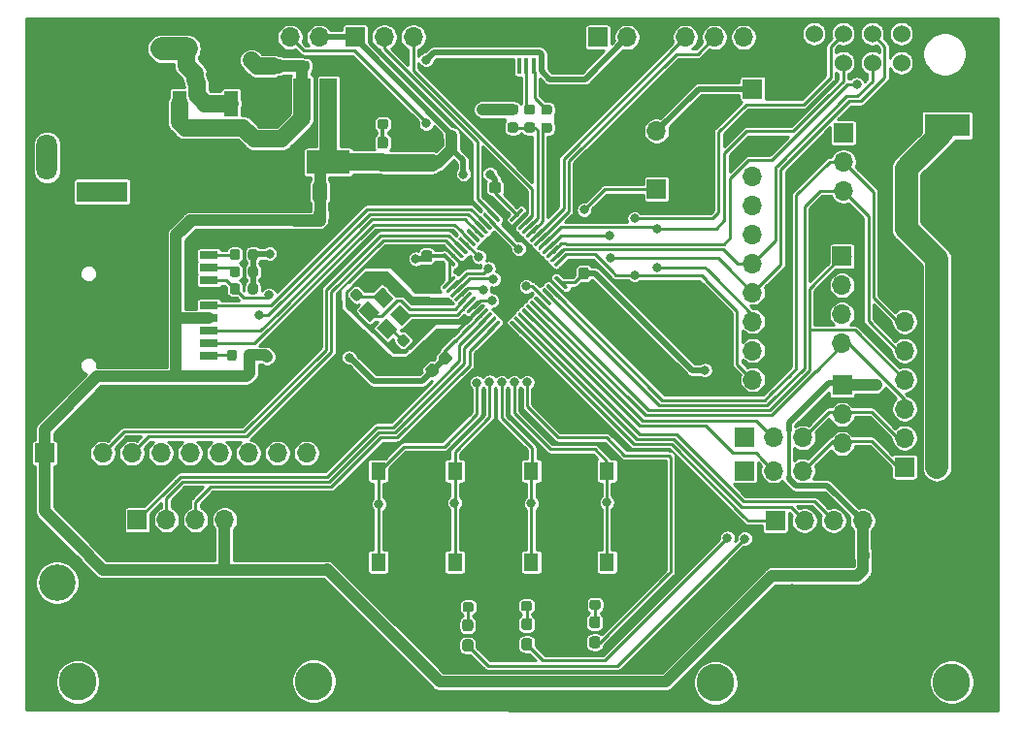
<source format=gbr>
%TF.GenerationSoftware,KiCad,Pcbnew,(5.1.6)-1*%
%TF.CreationDate,2020-09-08T21:04:45+07:00*%
%TF.ProjectId,C21_board,4332315f-626f-4617-9264-2e6b69636164,rev?*%
%TF.SameCoordinates,Original*%
%TF.FileFunction,Copper,L1,Top*%
%TF.FilePolarity,Positive*%
%FSLAX46Y46*%
G04 Gerber Fmt 4.6, Leading zero omitted, Abs format (unit mm)*
G04 Created by KiCad (PCBNEW (5.1.6)-1) date 2020-09-08 21:04:45*
%MOMM*%
%LPD*%
G01*
G04 APERTURE LIST*
%TA.AperFunction,ComponentPad*%
%ADD10C,1.524000*%
%TD*%
%TA.AperFunction,ComponentPad*%
%ADD11R,1.524000X1.524000*%
%TD*%
%TA.AperFunction,SMDPad,CuDef*%
%ADD12R,1.300000X1.550000*%
%TD*%
%TA.AperFunction,ComponentPad*%
%ADD13O,1.700000X1.700000*%
%TD*%
%TA.AperFunction,ComponentPad*%
%ADD14R,1.700000X1.700000*%
%TD*%
%TA.AperFunction,ComponentPad*%
%ADD15C,3.200000*%
%TD*%
%TA.AperFunction,ComponentPad*%
%ADD16C,3.300000*%
%TD*%
%TA.AperFunction,ComponentPad*%
%ADD17C,1.600000*%
%TD*%
%TA.AperFunction,ComponentPad*%
%ADD18R,1.600000X1.600000*%
%TD*%
%TA.AperFunction,ComponentPad*%
%ADD19O,3.960000X1.980000*%
%TD*%
%TA.AperFunction,ComponentPad*%
%ADD20R,3.960000X1.980000*%
%TD*%
%TA.AperFunction,SMDPad,CuDef*%
%ADD21R,1.200000X1.900000*%
%TD*%
%TA.AperFunction,ComponentPad*%
%ADD22O,1.200000X1.900000*%
%TD*%
%TA.AperFunction,ComponentPad*%
%ADD23C,1.450000*%
%TD*%
%TA.AperFunction,SMDPad,CuDef*%
%ADD24R,0.400000X1.350000*%
%TD*%
%TA.AperFunction,SMDPad,CuDef*%
%ADD25R,5.800000X6.400000*%
%TD*%
%TA.AperFunction,SMDPad,CuDef*%
%ADD26R,1.200000X2.200000*%
%TD*%
%TA.AperFunction,ComponentPad*%
%ADD27R,4.400000X1.800000*%
%TD*%
%TA.AperFunction,ComponentPad*%
%ADD28O,4.000000X1.800000*%
%TD*%
%TA.AperFunction,ComponentPad*%
%ADD29O,1.800000X4.000000*%
%TD*%
%TA.AperFunction,SMDPad,CuDef*%
%ADD30C,0.100000*%
%TD*%
%TA.AperFunction,SMDPad,CuDef*%
%ADD31R,1.500000X2.000000*%
%TD*%
%TA.AperFunction,SMDPad,CuDef*%
%ADD32R,3.800000X2.000000*%
%TD*%
%TA.AperFunction,SMDPad,CuDef*%
%ADD33R,1.600000X0.700000*%
%TD*%
%TA.AperFunction,SMDPad,CuDef*%
%ADD34R,1.600000X1.400000*%
%TD*%
%TA.AperFunction,SMDPad,CuDef*%
%ADD35R,2.200000X1.400000*%
%TD*%
%TA.AperFunction,SMDPad,CuDef*%
%ADD36R,1.400000X1.800000*%
%TD*%
%TA.AperFunction,ViaPad*%
%ADD37C,0.800000*%
%TD*%
%TA.AperFunction,Conductor*%
%ADD38C,0.250000*%
%TD*%
%TA.AperFunction,Conductor*%
%ADD39C,0.350000*%
%TD*%
%TA.AperFunction,Conductor*%
%ADD40C,2.000000*%
%TD*%
%TA.AperFunction,Conductor*%
%ADD41C,1.500000*%
%TD*%
%TA.AperFunction,Conductor*%
%ADD42C,0.200000*%
%TD*%
%TA.AperFunction,Conductor*%
%ADD43C,0.500000*%
%TD*%
%TA.AperFunction,Conductor*%
%ADD44C,1.000000*%
%TD*%
%TA.AperFunction,Conductor*%
%ADD45C,0.254000*%
%TD*%
G04 APERTURE END LIST*
D10*
%TO.P,nRF24,8*%
%TO.N,IRQ*%
X173720000Y-61685000D03*
%TO.P,nRF24,7*%
%TO.N,nRF24_MISO*%
X173720000Y-64225000D03*
%TO.P,nRF24,6*%
%TO.N,MOSI*%
X171180000Y-61685000D03*
%TO.P,nRF24,5*%
%TO.N,SCK*%
X171180000Y-64225000D03*
%TO.P,nRF24,4*%
%TO.N,LCD_CS*%
X168640000Y-61685000D03*
%TO.P,nRF24,3*%
%TO.N,LCD_RS*%
X168640000Y-64225000D03*
%TO.P,nRF24,2*%
%TO.N,+3V3*%
X166100000Y-61685000D03*
D11*
%TO.P,nRF24,1*%
%TO.N,GND*%
X166100000Y-64225000D03*
%TD*%
D12*
%TO.P,SW2,2*%
%TO.N,Button1*%
X148025000Y-107825000D03*
%TO.P,SW2,1*%
%TO.N,GND*%
X152525000Y-107825000D03*
X152525000Y-99875000D03*
%TO.P,SW2,2*%
%TO.N,Button1*%
X148025000Y-99875000D03*
%TD*%
%TO.P,SW5,2*%
%TO.N,Button2*%
X141450000Y-107825000D03*
%TO.P,SW5,1*%
%TO.N,GND*%
X145950000Y-107825000D03*
X145950000Y-99875000D03*
%TO.P,SW5,2*%
%TO.N,Button2*%
X141450000Y-99875000D03*
%TD*%
%TO.P,SW4,2*%
%TO.N,Button3*%
X134775000Y-107825000D03*
%TO.P,SW4,1*%
%TO.N,GND*%
X139275000Y-107825000D03*
X139275000Y-99875000D03*
%TO.P,SW4,2*%
%TO.N,Button3*%
X134775000Y-99875000D03*
%TD*%
%TO.P,SW1,2*%
%TO.N,NRST*%
X128100000Y-107825000D03*
%TO.P,SW1,1*%
%TO.N,GND*%
X132600000Y-107825000D03*
X132600000Y-99875000D03*
%TO.P,SW1,2*%
%TO.N,NRST*%
X128100000Y-99875000D03*
%TD*%
D13*
%TO.P,MPU9250,10*%
%TO.N,Net-(J3-Pad10)*%
X121835000Y-98325000D03*
%TO.P,MPU9250,9*%
%TO.N,Net-(J3-Pad9)*%
X119295000Y-98325000D03*
%TO.P,MPU9250,8*%
%TO.N,Net-(J3-Pad8)*%
X116755000Y-98325000D03*
%TO.P,MPU9250,7*%
%TO.N,Net-(J3-Pad7)*%
X114215000Y-98325000D03*
%TO.P,MPU9250,6*%
%TO.N,Net-(J3-Pad6)*%
X111675000Y-98325000D03*
%TO.P,MPU9250,5*%
%TO.N,Net-(J3-Pad5)*%
X109135000Y-98325000D03*
%TO.P,MPU9250,4*%
%TO.N,IMU_SDA*%
X106595000Y-98325000D03*
%TO.P,MPU9250,3*%
%TO.N,IMU_SCL*%
X104055000Y-98325000D03*
%TO.P,MPU9250,2*%
%TO.N,GND*%
X101515000Y-98325000D03*
D14*
%TO.P,MPU9250,1*%
%TO.N,+3V3*%
X98975000Y-98325000D03*
D15*
%TO.P,MPU9250,11*%
%TO.N,N/C*%
X100075000Y-109625000D03*
%TD*%
D13*
%TO.P,J7,5*%
%TO.N,GND*%
X117235000Y-104150000D03*
%TO.P,J7,4*%
%TO.N,+3V3*%
X114695000Y-104150000D03*
%TO.P,J7,3*%
%TO.N,Joystick1_SW*%
X112155000Y-104150000D03*
%TO.P,J7,2*%
%TO.N,Joystick1_y*%
X109615000Y-104150000D03*
D14*
%TO.P,J7,1*%
%TO.N,Joystick1_x*%
X107075000Y-104150000D03*
D16*
%TO.P,J7,7*%
%TO.N,N/C*%
X122465000Y-118240000D03*
%TO.P,J7,6*%
X101875000Y-118300000D03*
%TD*%
%TO.P,J4,6*%
%TO.N,N/C*%
X157515000Y-118375000D03*
%TO.P,J4,7*%
X178105000Y-118315000D03*
D14*
%TO.P,J4,1*%
%TO.N,Joystick2_x*%
X162715000Y-104225000D03*
D13*
%TO.P,J4,2*%
%TO.N,Joystick2_y*%
X165255000Y-104225000D03*
%TO.P,J4,3*%
%TO.N,Joystick2_SW*%
X167795000Y-104225000D03*
%TO.P,J4,4*%
%TO.N,+3V3*%
X170335000Y-104225000D03*
%TO.P,J4,5*%
%TO.N,GND*%
X172875000Y-104225000D03*
%TD*%
%TO.P,U3,48*%
%TO.N,+3V3*%
%TA.AperFunction,SMDPad,CuDef*%
G36*
G01*
X134624516Y-82000736D02*
X133687600Y-81063820D01*
G75*
G02*
X133687600Y-80957754I53033J53033D01*
G01*
X133793666Y-80851688D01*
G75*
G02*
X133899732Y-80851688I53033J-53033D01*
G01*
X134836648Y-81788604D01*
G75*
G02*
X134836648Y-81894670I-53033J-53033D01*
G01*
X134730582Y-82000736D01*
G75*
G02*
X134624516Y-82000736I-53033J53033D01*
G01*
G37*
%TD.AperFunction*%
%TO.P,U3,47*%
%TO.N,GND*%
%TA.AperFunction,SMDPad,CuDef*%
G36*
G01*
X134978070Y-81647182D02*
X134041154Y-80710266D01*
G75*
G02*
X134041154Y-80604200I53033J53033D01*
G01*
X134147220Y-80498134D01*
G75*
G02*
X134253286Y-80498134I53033J-53033D01*
G01*
X135190202Y-81435050D01*
G75*
G02*
X135190202Y-81541116I-53033J-53033D01*
G01*
X135084136Y-81647182D01*
G75*
G02*
X134978070Y-81647182I-53033J53033D01*
G01*
G37*
%TD.AperFunction*%
%TO.P,U3,46*%
%TO.N,IMU_SDA*%
%TA.AperFunction,SMDPad,CuDef*%
G36*
G01*
X135331623Y-81293629D02*
X134394707Y-80356713D01*
G75*
G02*
X134394707Y-80250647I53033J53033D01*
G01*
X134500773Y-80144581D01*
G75*
G02*
X134606839Y-80144581I53033J-53033D01*
G01*
X135543755Y-81081497D01*
G75*
G02*
X135543755Y-81187563I-53033J-53033D01*
G01*
X135437689Y-81293629D01*
G75*
G02*
X135331623Y-81293629I-53033J53033D01*
G01*
G37*
%TD.AperFunction*%
%TO.P,U3,45*%
%TO.N,IMU_SCL*%
%TA.AperFunction,SMDPad,CuDef*%
G36*
G01*
X135685177Y-80940075D02*
X134748261Y-80003159D01*
G75*
G02*
X134748261Y-79897093I53033J53033D01*
G01*
X134854327Y-79791027D01*
G75*
G02*
X134960393Y-79791027I53033J-53033D01*
G01*
X135897309Y-80727943D01*
G75*
G02*
X135897309Y-80834009I-53033J-53033D01*
G01*
X135791243Y-80940075D01*
G75*
G02*
X135685177Y-80940075I-53033J53033D01*
G01*
G37*
%TD.AperFunction*%
%TO.P,U3,44*%
%TO.N,BOOT0*%
%TA.AperFunction,SMDPad,CuDef*%
G36*
G01*
X136038730Y-80586522D02*
X135101814Y-79649606D01*
G75*
G02*
X135101814Y-79543540I53033J53033D01*
G01*
X135207880Y-79437474D01*
G75*
G02*
X135313946Y-79437474I53033J-53033D01*
G01*
X136250862Y-80374390D01*
G75*
G02*
X136250862Y-80480456I-53033J-53033D01*
G01*
X136144796Y-80586522D01*
G75*
G02*
X136038730Y-80586522I-53033J53033D01*
G01*
G37*
%TD.AperFunction*%
%TO.P,U3,43*%
%TO.N,SD_CSN*%
%TA.AperFunction,SMDPad,CuDef*%
G36*
G01*
X136392283Y-80232969D02*
X135455367Y-79296053D01*
G75*
G02*
X135455367Y-79189987I53033J53033D01*
G01*
X135561433Y-79083921D01*
G75*
G02*
X135667499Y-79083921I53033J-53033D01*
G01*
X136604415Y-80020837D01*
G75*
G02*
X136604415Y-80126903I-53033J-53033D01*
G01*
X136498349Y-80232969D01*
G75*
G02*
X136392283Y-80232969I-53033J53033D01*
G01*
G37*
%TD.AperFunction*%
%TO.P,U3,42*%
%TO.N,Net-(U3-Pad42)*%
%TA.AperFunction,SMDPad,CuDef*%
G36*
G01*
X136745837Y-79879415D02*
X135808921Y-78942499D01*
G75*
G02*
X135808921Y-78836433I53033J53033D01*
G01*
X135914987Y-78730367D01*
G75*
G02*
X136021053Y-78730367I53033J-53033D01*
G01*
X136957969Y-79667283D01*
G75*
G02*
X136957969Y-79773349I-53033J-53033D01*
G01*
X136851903Y-79879415D01*
G75*
G02*
X136745837Y-79879415I-53033J53033D01*
G01*
G37*
%TD.AperFunction*%
%TO.P,U3,41*%
%TO.N,SD_MOSI*%
%TA.AperFunction,SMDPad,CuDef*%
G36*
G01*
X137099390Y-79525862D02*
X136162474Y-78588946D01*
G75*
G02*
X136162474Y-78482880I53033J53033D01*
G01*
X136268540Y-78376814D01*
G75*
G02*
X136374606Y-78376814I53033J-53033D01*
G01*
X137311522Y-79313730D01*
G75*
G02*
X137311522Y-79419796I-53033J-53033D01*
G01*
X137205456Y-79525862D01*
G75*
G02*
X137099390Y-79525862I-53033J53033D01*
G01*
G37*
%TD.AperFunction*%
%TO.P,U3,40*%
%TO.N,SD_MISO*%
%TA.AperFunction,SMDPad,CuDef*%
G36*
G01*
X137452943Y-79172309D02*
X136516027Y-78235393D01*
G75*
G02*
X136516027Y-78129327I53033J53033D01*
G01*
X136622093Y-78023261D01*
G75*
G02*
X136728159Y-78023261I53033J-53033D01*
G01*
X137665075Y-78960177D01*
G75*
G02*
X137665075Y-79066243I-53033J-53033D01*
G01*
X137559009Y-79172309D01*
G75*
G02*
X137452943Y-79172309I-53033J53033D01*
G01*
G37*
%TD.AperFunction*%
%TO.P,U3,39*%
%TO.N,SD_SCK*%
%TA.AperFunction,SMDPad,CuDef*%
G36*
G01*
X137806497Y-78818755D02*
X136869581Y-77881839D01*
G75*
G02*
X136869581Y-77775773I53033J53033D01*
G01*
X136975647Y-77669707D01*
G75*
G02*
X137081713Y-77669707I53033J-53033D01*
G01*
X138018629Y-78606623D01*
G75*
G02*
X138018629Y-78712689I-53033J-53033D01*
G01*
X137912563Y-78818755D01*
G75*
G02*
X137806497Y-78818755I-53033J53033D01*
G01*
G37*
%TD.AperFunction*%
%TO.P,U3,38*%
%TO.N,Buzzer*%
%TA.AperFunction,SMDPad,CuDef*%
G36*
G01*
X138160050Y-78465202D02*
X137223134Y-77528286D01*
G75*
G02*
X137223134Y-77422220I53033J53033D01*
G01*
X137329200Y-77316154D01*
G75*
G02*
X137435266Y-77316154I53033J-53033D01*
G01*
X138372182Y-78253070D01*
G75*
G02*
X138372182Y-78359136I-53033J-53033D01*
G01*
X138266116Y-78465202D01*
G75*
G02*
X138160050Y-78465202I-53033J53033D01*
G01*
G37*
%TD.AperFunction*%
%TO.P,U3,37*%
%TO.N,SWCLK*%
%TA.AperFunction,SMDPad,CuDef*%
G36*
G01*
X138513604Y-78111648D02*
X137576688Y-77174732D01*
G75*
G02*
X137576688Y-77068666I53033J53033D01*
G01*
X137682754Y-76962600D01*
G75*
G02*
X137788820Y-76962600I53033J-53033D01*
G01*
X138725736Y-77899516D01*
G75*
G02*
X138725736Y-78005582I-53033J-53033D01*
G01*
X138619670Y-78111648D01*
G75*
G02*
X138513604Y-78111648I-53033J53033D01*
G01*
G37*
%TD.AperFunction*%
%TO.P,U3,36*%
%TO.N,+3V3*%
%TA.AperFunction,SMDPad,CuDef*%
G36*
G01*
X139680330Y-78111648D02*
X139574264Y-78005582D01*
G75*
G02*
X139574264Y-77899516I53033J53033D01*
G01*
X140511180Y-76962600D01*
G75*
G02*
X140617246Y-76962600I53033J-53033D01*
G01*
X140723312Y-77068666D01*
G75*
G02*
X140723312Y-77174732I-53033J-53033D01*
G01*
X139786396Y-78111648D01*
G75*
G02*
X139680330Y-78111648I-53033J53033D01*
G01*
G37*
%TD.AperFunction*%
%TO.P,U3,35*%
%TO.N,GND*%
%TA.AperFunction,SMDPad,CuDef*%
G36*
G01*
X140033884Y-78465202D02*
X139927818Y-78359136D01*
G75*
G02*
X139927818Y-78253070I53033J53033D01*
G01*
X140864734Y-77316154D01*
G75*
G02*
X140970800Y-77316154I53033J-53033D01*
G01*
X141076866Y-77422220D01*
G75*
G02*
X141076866Y-77528286I-53033J-53033D01*
G01*
X140139950Y-78465202D01*
G75*
G02*
X140033884Y-78465202I-53033J53033D01*
G01*
G37*
%TD.AperFunction*%
%TO.P,U3,34*%
%TO.N,SWDIO*%
%TA.AperFunction,SMDPad,CuDef*%
G36*
G01*
X140387437Y-78818755D02*
X140281371Y-78712689D01*
G75*
G02*
X140281371Y-78606623I53033J53033D01*
G01*
X141218287Y-77669707D01*
G75*
G02*
X141324353Y-77669707I53033J-53033D01*
G01*
X141430419Y-77775773D01*
G75*
G02*
X141430419Y-77881839I-53033J-53033D01*
G01*
X140493503Y-78818755D01*
G75*
G02*
X140387437Y-78818755I-53033J53033D01*
G01*
G37*
%TD.AperFunction*%
%TO.P,U3,33*%
%TO.N,USB_D+*%
%TA.AperFunction,SMDPad,CuDef*%
G36*
G01*
X140740991Y-79172309D02*
X140634925Y-79066243D01*
G75*
G02*
X140634925Y-78960177I53033J53033D01*
G01*
X141571841Y-78023261D01*
G75*
G02*
X141677907Y-78023261I53033J-53033D01*
G01*
X141783973Y-78129327D01*
G75*
G02*
X141783973Y-78235393I-53033J-53033D01*
G01*
X140847057Y-79172309D01*
G75*
G02*
X140740991Y-79172309I-53033J53033D01*
G01*
G37*
%TD.AperFunction*%
%TO.P,U3,32*%
%TO.N,USB_D-*%
%TA.AperFunction,SMDPad,CuDef*%
G36*
G01*
X141094544Y-79525862D02*
X140988478Y-79419796D01*
G75*
G02*
X140988478Y-79313730I53033J53033D01*
G01*
X141925394Y-78376814D01*
G75*
G02*
X142031460Y-78376814I53033J-53033D01*
G01*
X142137526Y-78482880D01*
G75*
G02*
X142137526Y-78588946I-53033J-53033D01*
G01*
X141200610Y-79525862D01*
G75*
G02*
X141094544Y-79525862I-53033J53033D01*
G01*
G37*
%TD.AperFunction*%
%TO.P,U3,31*%
%TO.N,UART1_RX*%
%TA.AperFunction,SMDPad,CuDef*%
G36*
G01*
X141448097Y-79879415D02*
X141342031Y-79773349D01*
G75*
G02*
X141342031Y-79667283I53033J53033D01*
G01*
X142278947Y-78730367D01*
G75*
G02*
X142385013Y-78730367I53033J-53033D01*
G01*
X142491079Y-78836433D01*
G75*
G02*
X142491079Y-78942499I-53033J-53033D01*
G01*
X141554163Y-79879415D01*
G75*
G02*
X141448097Y-79879415I-53033J53033D01*
G01*
G37*
%TD.AperFunction*%
%TO.P,U3,30*%
%TO.N,UART1_TX*%
%TA.AperFunction,SMDPad,CuDef*%
G36*
G01*
X141801651Y-80232969D02*
X141695585Y-80126903D01*
G75*
G02*
X141695585Y-80020837I53033J53033D01*
G01*
X142632501Y-79083921D01*
G75*
G02*
X142738567Y-79083921I53033J-53033D01*
G01*
X142844633Y-79189987D01*
G75*
G02*
X142844633Y-79296053I-53033J-53033D01*
G01*
X141907717Y-80232969D01*
G75*
G02*
X141801651Y-80232969I-53033J53033D01*
G01*
G37*
%TD.AperFunction*%
%TO.P,U3,29*%
%TO.N,LCD_RS*%
%TA.AperFunction,SMDPad,CuDef*%
G36*
G01*
X142155204Y-80586522D02*
X142049138Y-80480456D01*
G75*
G02*
X142049138Y-80374390I53033J53033D01*
G01*
X142986054Y-79437474D01*
G75*
G02*
X143092120Y-79437474I53033J-53033D01*
G01*
X143198186Y-79543540D01*
G75*
G02*
X143198186Y-79649606I-53033J-53033D01*
G01*
X142261270Y-80586522D01*
G75*
G02*
X142155204Y-80586522I-53033J53033D01*
G01*
G37*
%TD.AperFunction*%
%TO.P,U3,28*%
%TO.N,MOSI*%
%TA.AperFunction,SMDPad,CuDef*%
G36*
G01*
X142508757Y-80940075D02*
X142402691Y-80834009D01*
G75*
G02*
X142402691Y-80727943I53033J53033D01*
G01*
X143339607Y-79791027D01*
G75*
G02*
X143445673Y-79791027I53033J-53033D01*
G01*
X143551739Y-79897093D01*
G75*
G02*
X143551739Y-80003159I-53033J-53033D01*
G01*
X142614823Y-80940075D01*
G75*
G02*
X142508757Y-80940075I-53033J53033D01*
G01*
G37*
%TD.AperFunction*%
%TO.P,U3,27*%
%TO.N,nRF24_MISO*%
%TA.AperFunction,SMDPad,CuDef*%
G36*
G01*
X142862311Y-81293629D02*
X142756245Y-81187563D01*
G75*
G02*
X142756245Y-81081497I53033J53033D01*
G01*
X143693161Y-80144581D01*
G75*
G02*
X143799227Y-80144581I53033J-53033D01*
G01*
X143905293Y-80250647D01*
G75*
G02*
X143905293Y-80356713I-53033J-53033D01*
G01*
X142968377Y-81293629D01*
G75*
G02*
X142862311Y-81293629I-53033J53033D01*
G01*
G37*
%TD.AperFunction*%
%TO.P,U3,26*%
%TO.N,SCK*%
%TA.AperFunction,SMDPad,CuDef*%
G36*
G01*
X143215864Y-81647182D02*
X143109798Y-81541116D01*
G75*
G02*
X143109798Y-81435050I53033J53033D01*
G01*
X144046714Y-80498134D01*
G75*
G02*
X144152780Y-80498134I53033J-53033D01*
G01*
X144258846Y-80604200D01*
G75*
G02*
X144258846Y-80710266I-53033J-53033D01*
G01*
X143321930Y-81647182D01*
G75*
G02*
X143215864Y-81647182I-53033J53033D01*
G01*
G37*
%TD.AperFunction*%
%TO.P,U3,25*%
%TO.N,LCD_CS*%
%TA.AperFunction,SMDPad,CuDef*%
G36*
G01*
X143569418Y-82000736D02*
X143463352Y-81894670D01*
G75*
G02*
X143463352Y-81788604I53033J53033D01*
G01*
X144400268Y-80851688D01*
G75*
G02*
X144506334Y-80851688I53033J-53033D01*
G01*
X144612400Y-80957754D01*
G75*
G02*
X144612400Y-81063820I-53033J-53033D01*
G01*
X143675484Y-82000736D01*
G75*
G02*
X143569418Y-82000736I-53033J53033D01*
G01*
G37*
%TD.AperFunction*%
%TO.P,U3,24*%
%TO.N,+3V3*%
%TA.AperFunction,SMDPad,CuDef*%
G36*
G01*
X144400268Y-83998312D02*
X143463352Y-83061396D01*
G75*
G02*
X143463352Y-82955330I53033J53033D01*
G01*
X143569418Y-82849264D01*
G75*
G02*
X143675484Y-82849264I53033J-53033D01*
G01*
X144612400Y-83786180D01*
G75*
G02*
X144612400Y-83892246I-53033J-53033D01*
G01*
X144506334Y-83998312D01*
G75*
G02*
X144400268Y-83998312I-53033J53033D01*
G01*
G37*
%TD.AperFunction*%
%TO.P,U3,23*%
%TO.N,GND*%
%TA.AperFunction,SMDPad,CuDef*%
G36*
G01*
X144046714Y-84351866D02*
X143109798Y-83414950D01*
G75*
G02*
X143109798Y-83308884I53033J53033D01*
G01*
X143215864Y-83202818D01*
G75*
G02*
X143321930Y-83202818I53033J-53033D01*
G01*
X144258846Y-84139734D01*
G75*
G02*
X144258846Y-84245800I-53033J-53033D01*
G01*
X144152780Y-84351866D01*
G75*
G02*
X144046714Y-84351866I-53033J53033D01*
G01*
G37*
%TD.AperFunction*%
%TO.P,U3,22*%
%TO.N,Encoder2A*%
%TA.AperFunction,SMDPad,CuDef*%
G36*
G01*
X143693161Y-84705419D02*
X142756245Y-83768503D01*
G75*
G02*
X142756245Y-83662437I53033J53033D01*
G01*
X142862311Y-83556371D01*
G75*
G02*
X142968377Y-83556371I53033J-53033D01*
G01*
X143905293Y-84493287D01*
G75*
G02*
X143905293Y-84599353I-53033J-53033D01*
G01*
X143799227Y-84705419D01*
G75*
G02*
X143693161Y-84705419I-53033J53033D01*
G01*
G37*
%TD.AperFunction*%
%TO.P,U3,21*%
%TO.N,Encoder2B*%
%TA.AperFunction,SMDPad,CuDef*%
G36*
G01*
X143339607Y-85058973D02*
X142402691Y-84122057D01*
G75*
G02*
X142402691Y-84015991I53033J53033D01*
G01*
X142508757Y-83909925D01*
G75*
G02*
X142614823Y-83909925I53033J-53033D01*
G01*
X143551739Y-84846841D01*
G75*
G02*
X143551739Y-84952907I-53033J-53033D01*
G01*
X143445673Y-85058973D01*
G75*
G02*
X143339607Y-85058973I-53033J53033D01*
G01*
G37*
%TD.AperFunction*%
%TO.P,U3,20*%
%TO.N,LED1*%
%TA.AperFunction,SMDPad,CuDef*%
G36*
G01*
X142986054Y-85412526D02*
X142049138Y-84475610D01*
G75*
G02*
X142049138Y-84369544I53033J53033D01*
G01*
X142155204Y-84263478D01*
G75*
G02*
X142261270Y-84263478I53033J-53033D01*
G01*
X143198186Y-85200394D01*
G75*
G02*
X143198186Y-85306460I-53033J-53033D01*
G01*
X143092120Y-85412526D01*
G75*
G02*
X142986054Y-85412526I-53033J53033D01*
G01*
G37*
%TD.AperFunction*%
%TO.P,U3,19*%
%TO.N,PWM2*%
%TA.AperFunction,SMDPad,CuDef*%
G36*
G01*
X142632501Y-85766079D02*
X141695585Y-84829163D01*
G75*
G02*
X141695585Y-84723097I53033J53033D01*
G01*
X141801651Y-84617031D01*
G75*
G02*
X141907717Y-84617031I53033J-53033D01*
G01*
X142844633Y-85553947D01*
G75*
G02*
X142844633Y-85660013I-53033J-53033D01*
G01*
X142738567Y-85766079D01*
G75*
G02*
X142632501Y-85766079I-53033J53033D01*
G01*
G37*
%TD.AperFunction*%
%TO.P,U3,18*%
%TO.N,PWM1*%
%TA.AperFunction,SMDPad,CuDef*%
G36*
G01*
X142278947Y-86119633D02*
X141342031Y-85182717D01*
G75*
G02*
X141342031Y-85076651I53033J53033D01*
G01*
X141448097Y-84970585D01*
G75*
G02*
X141554163Y-84970585I53033J-53033D01*
G01*
X142491079Y-85907501D01*
G75*
G02*
X142491079Y-86013567I-53033J-53033D01*
G01*
X142385013Y-86119633D01*
G75*
G02*
X142278947Y-86119633I-53033J53033D01*
G01*
G37*
%TD.AperFunction*%
%TO.P,U3,17*%
%TO.N,PA7*%
%TA.AperFunction,SMDPad,CuDef*%
G36*
G01*
X141925394Y-86473186D02*
X140988478Y-85536270D01*
G75*
G02*
X140988478Y-85430204I53033J53033D01*
G01*
X141094544Y-85324138D01*
G75*
G02*
X141200610Y-85324138I53033J-53033D01*
G01*
X142137526Y-86261054D01*
G75*
G02*
X142137526Y-86367120I-53033J-53033D01*
G01*
X142031460Y-86473186D01*
G75*
G02*
X141925394Y-86473186I-53033J53033D01*
G01*
G37*
%TD.AperFunction*%
%TO.P,U3,16*%
%TO.N,PA6*%
%TA.AperFunction,SMDPad,CuDef*%
G36*
G01*
X141571841Y-86826739D02*
X140634925Y-85889823D01*
G75*
G02*
X140634925Y-85783757I53033J53033D01*
G01*
X140740991Y-85677691D01*
G75*
G02*
X140847057Y-85677691I53033J-53033D01*
G01*
X141783973Y-86614607D01*
G75*
G02*
X141783973Y-86720673I-53033J-53033D01*
G01*
X141677907Y-86826739D01*
G75*
G02*
X141571841Y-86826739I-53033J53033D01*
G01*
G37*
%TD.AperFunction*%
%TO.P,U3,15*%
%TO.N,Joystick2_SW*%
%TA.AperFunction,SMDPad,CuDef*%
G36*
G01*
X141218287Y-87180293D02*
X140281371Y-86243377D01*
G75*
G02*
X140281371Y-86137311I53033J53033D01*
G01*
X140387437Y-86031245D01*
G75*
G02*
X140493503Y-86031245I53033J-53033D01*
G01*
X141430419Y-86968161D01*
G75*
G02*
X141430419Y-87074227I-53033J-53033D01*
G01*
X141324353Y-87180293D01*
G75*
G02*
X141218287Y-87180293I-53033J53033D01*
G01*
G37*
%TD.AperFunction*%
%TO.P,U3,14*%
%TO.N,Joystick2_y*%
%TA.AperFunction,SMDPad,CuDef*%
G36*
G01*
X140864734Y-87533846D02*
X139927818Y-86596930D01*
G75*
G02*
X139927818Y-86490864I53033J53033D01*
G01*
X140033884Y-86384798D01*
G75*
G02*
X140139950Y-86384798I53033J-53033D01*
G01*
X141076866Y-87321714D01*
G75*
G02*
X141076866Y-87427780I-53033J-53033D01*
G01*
X140970800Y-87533846D01*
G75*
G02*
X140864734Y-87533846I-53033J53033D01*
G01*
G37*
%TD.AperFunction*%
%TO.P,U3,13*%
%TO.N,Joystick2_x*%
%TA.AperFunction,SMDPad,CuDef*%
G36*
G01*
X140511180Y-87887400D02*
X139574264Y-86950484D01*
G75*
G02*
X139574264Y-86844418I53033J53033D01*
G01*
X139680330Y-86738352D01*
G75*
G02*
X139786396Y-86738352I53033J-53033D01*
G01*
X140723312Y-87675268D01*
G75*
G02*
X140723312Y-87781334I-53033J-53033D01*
G01*
X140617246Y-87887400D01*
G75*
G02*
X140511180Y-87887400I-53033J53033D01*
G01*
G37*
%TD.AperFunction*%
%TO.P,U3,12*%
%TO.N,Joystick1_SW*%
%TA.AperFunction,SMDPad,CuDef*%
G36*
G01*
X137682754Y-87887400D02*
X137576688Y-87781334D01*
G75*
G02*
X137576688Y-87675268I53033J53033D01*
G01*
X138513604Y-86738352D01*
G75*
G02*
X138619670Y-86738352I53033J-53033D01*
G01*
X138725736Y-86844418D01*
G75*
G02*
X138725736Y-86950484I-53033J-53033D01*
G01*
X137788820Y-87887400D01*
G75*
G02*
X137682754Y-87887400I-53033J53033D01*
G01*
G37*
%TD.AperFunction*%
%TO.P,U3,11*%
%TO.N,Joystick1_y*%
%TA.AperFunction,SMDPad,CuDef*%
G36*
G01*
X137329200Y-87533846D02*
X137223134Y-87427780D01*
G75*
G02*
X137223134Y-87321714I53033J53033D01*
G01*
X138160050Y-86384798D01*
G75*
G02*
X138266116Y-86384798I53033J-53033D01*
G01*
X138372182Y-86490864D01*
G75*
G02*
X138372182Y-86596930I-53033J-53033D01*
G01*
X137435266Y-87533846D01*
G75*
G02*
X137329200Y-87533846I-53033J53033D01*
G01*
G37*
%TD.AperFunction*%
%TO.P,U3,10*%
%TO.N,Joystick1_x*%
%TA.AperFunction,SMDPad,CuDef*%
G36*
G01*
X136975647Y-87180293D02*
X136869581Y-87074227D01*
G75*
G02*
X136869581Y-86968161I53033J53033D01*
G01*
X137806497Y-86031245D01*
G75*
G02*
X137912563Y-86031245I53033J-53033D01*
G01*
X138018629Y-86137311D01*
G75*
G02*
X138018629Y-86243377I-53033J-53033D01*
G01*
X137081713Y-87180293D01*
G75*
G02*
X136975647Y-87180293I-53033J53033D01*
G01*
G37*
%TD.AperFunction*%
%TO.P,U3,9*%
%TO.N,+3V3*%
%TA.AperFunction,SMDPad,CuDef*%
G36*
G01*
X136622093Y-86826739D02*
X136516027Y-86720673D01*
G75*
G02*
X136516027Y-86614607I53033J53033D01*
G01*
X137452943Y-85677691D01*
G75*
G02*
X137559009Y-85677691I53033J-53033D01*
G01*
X137665075Y-85783757D01*
G75*
G02*
X137665075Y-85889823I-53033J-53033D01*
G01*
X136728159Y-86826739D01*
G75*
G02*
X136622093Y-86826739I-53033J53033D01*
G01*
G37*
%TD.AperFunction*%
%TO.P,U3,8*%
%TO.N,GND*%
%TA.AperFunction,SMDPad,CuDef*%
G36*
G01*
X136268540Y-86473186D02*
X136162474Y-86367120D01*
G75*
G02*
X136162474Y-86261054I53033J53033D01*
G01*
X137099390Y-85324138D01*
G75*
G02*
X137205456Y-85324138I53033J-53033D01*
G01*
X137311522Y-85430204D01*
G75*
G02*
X137311522Y-85536270I-53033J-53033D01*
G01*
X136374606Y-86473186D01*
G75*
G02*
X136268540Y-86473186I-53033J53033D01*
G01*
G37*
%TD.AperFunction*%
%TO.P,U3,7*%
%TO.N,NRST*%
%TA.AperFunction,SMDPad,CuDef*%
G36*
G01*
X135914987Y-86119633D02*
X135808921Y-86013567D01*
G75*
G02*
X135808921Y-85907501I53033J53033D01*
G01*
X136745837Y-84970585D01*
G75*
G02*
X136851903Y-84970585I53033J-53033D01*
G01*
X136957969Y-85076651D01*
G75*
G02*
X136957969Y-85182717I-53033J-53033D01*
G01*
X136021053Y-86119633D01*
G75*
G02*
X135914987Y-86119633I-53033J53033D01*
G01*
G37*
%TD.AperFunction*%
%TO.P,U3,6*%
%TO.N,OSC2*%
%TA.AperFunction,SMDPad,CuDef*%
G36*
G01*
X135561433Y-85766079D02*
X135455367Y-85660013D01*
G75*
G02*
X135455367Y-85553947I53033J53033D01*
G01*
X136392283Y-84617031D01*
G75*
G02*
X136498349Y-84617031I53033J-53033D01*
G01*
X136604415Y-84723097D01*
G75*
G02*
X136604415Y-84829163I-53033J-53033D01*
G01*
X135667499Y-85766079D01*
G75*
G02*
X135561433Y-85766079I-53033J53033D01*
G01*
G37*
%TD.AperFunction*%
%TO.P,U3,5*%
%TO.N,OSC1*%
%TA.AperFunction,SMDPad,CuDef*%
G36*
G01*
X135207880Y-85412526D02*
X135101814Y-85306460D01*
G75*
G02*
X135101814Y-85200394I53033J53033D01*
G01*
X136038730Y-84263478D01*
G75*
G02*
X136144796Y-84263478I53033J-53033D01*
G01*
X136250862Y-84369544D01*
G75*
G02*
X136250862Y-84475610I-53033J-53033D01*
G01*
X135313946Y-85412526D01*
G75*
G02*
X135207880Y-85412526I-53033J53033D01*
G01*
G37*
%TD.AperFunction*%
%TO.P,U3,4*%
%TO.N,Button3*%
%TA.AperFunction,SMDPad,CuDef*%
G36*
G01*
X134854327Y-85058973D02*
X134748261Y-84952907D01*
G75*
G02*
X134748261Y-84846841I53033J53033D01*
G01*
X135685177Y-83909925D01*
G75*
G02*
X135791243Y-83909925I53033J-53033D01*
G01*
X135897309Y-84015991D01*
G75*
G02*
X135897309Y-84122057I-53033J-53033D01*
G01*
X134960393Y-85058973D01*
G75*
G02*
X134854327Y-85058973I-53033J53033D01*
G01*
G37*
%TD.AperFunction*%
%TO.P,U3,3*%
%TO.N,Button2*%
%TA.AperFunction,SMDPad,CuDef*%
G36*
G01*
X134500773Y-84705419D02*
X134394707Y-84599353D01*
G75*
G02*
X134394707Y-84493287I53033J53033D01*
G01*
X135331623Y-83556371D01*
G75*
G02*
X135437689Y-83556371I53033J-53033D01*
G01*
X135543755Y-83662437D01*
G75*
G02*
X135543755Y-83768503I-53033J-53033D01*
G01*
X134606839Y-84705419D01*
G75*
G02*
X134500773Y-84705419I-53033J53033D01*
G01*
G37*
%TD.AperFunction*%
%TO.P,U3,2*%
%TO.N,Button1*%
%TA.AperFunction,SMDPad,CuDef*%
G36*
G01*
X134147220Y-84351866D02*
X134041154Y-84245800D01*
G75*
G02*
X134041154Y-84139734I53033J53033D01*
G01*
X134978070Y-83202818D01*
G75*
G02*
X135084136Y-83202818I53033J-53033D01*
G01*
X135190202Y-83308884D01*
G75*
G02*
X135190202Y-83414950I-53033J-53033D01*
G01*
X134253286Y-84351866D01*
G75*
G02*
X134147220Y-84351866I-53033J53033D01*
G01*
G37*
%TD.AperFunction*%
%TO.P,U3,1*%
%TO.N,+3V3*%
%TA.AperFunction,SMDPad,CuDef*%
G36*
G01*
X133793666Y-83998312D02*
X133687600Y-83892246D01*
G75*
G02*
X133687600Y-83786180I53033J53033D01*
G01*
X134624516Y-82849264D01*
G75*
G02*
X134730582Y-82849264I53033J-53033D01*
G01*
X134836648Y-82955330D01*
G75*
G02*
X134836648Y-83061396I-53033J-53033D01*
G01*
X133899732Y-83998312D01*
G75*
G02*
X133793666Y-83998312I-53033J53033D01*
G01*
G37*
%TD.AperFunction*%
%TD*%
%TO.P,C2,2*%
%TO.N,GND*%
%TA.AperFunction,SMDPad,CuDef*%
G36*
G01*
X131260531Y-87876861D02*
X130898138Y-87514469D01*
G75*
G02*
X130898138Y-87205109I154680J154680D01*
G01*
X131207497Y-86895750D01*
G75*
G02*
X131516857Y-86895750I154680J-154680D01*
G01*
X131879250Y-87258143D01*
G75*
G02*
X131879250Y-87567503I-154680J-154680D01*
G01*
X131569891Y-87876862D01*
G75*
G02*
X131260531Y-87876862I-154680J154680D01*
G01*
G37*
%TD.AperFunction*%
%TO.P,C2,1*%
%TO.N,Net-(C2-Pad1)*%
%TA.AperFunction,SMDPad,CuDef*%
G36*
G01*
X130146837Y-88990555D02*
X129784444Y-88628163D01*
G75*
G02*
X129784444Y-88318803I154680J154680D01*
G01*
X130093803Y-88009444D01*
G75*
G02*
X130403163Y-88009444I154680J-154680D01*
G01*
X130765556Y-88371837D01*
G75*
G02*
X130765556Y-88681197I-154680J-154680D01*
G01*
X130456197Y-88990556D01*
G75*
G02*
X130146837Y-88990556I-154680J154680D01*
G01*
G37*
%TD.AperFunction*%
%TD*%
%TO.P,C1,2*%
%TO.N,GND*%
%TA.AperFunction,SMDPad,CuDef*%
G36*
G01*
X127178684Y-83883708D02*
X126816291Y-83521316D01*
G75*
G02*
X126816291Y-83211956I154680J154680D01*
G01*
X127125650Y-82902597D01*
G75*
G02*
X127435010Y-82902597I154680J-154680D01*
G01*
X127797403Y-83264990D01*
G75*
G02*
X127797403Y-83574350I-154680J-154680D01*
G01*
X127488044Y-83883709D01*
G75*
G02*
X127178684Y-83883709I-154680J154680D01*
G01*
G37*
%TD.AperFunction*%
%TO.P,C1,1*%
%TO.N,Net-(C1-Pad1)*%
%TA.AperFunction,SMDPad,CuDef*%
G36*
G01*
X126064990Y-84997402D02*
X125702597Y-84635010D01*
G75*
G02*
X125702597Y-84325650I154680J154680D01*
G01*
X126011956Y-84016291D01*
G75*
G02*
X126321316Y-84016291I154680J-154680D01*
G01*
X126683709Y-84378684D01*
G75*
G02*
X126683709Y-84688044I-154680J-154680D01*
G01*
X126374350Y-84997403D01*
G75*
G02*
X126064990Y-84997403I-154680J154680D01*
G01*
G37*
%TD.AperFunction*%
%TD*%
%TO.P,C21,2*%
%TO.N,GND*%
%TA.AperFunction,SMDPad,CuDef*%
G36*
G01*
X113250000Y-65387500D02*
X113250000Y-64912500D01*
G75*
G02*
X113487500Y-64675000I237500J0D01*
G01*
X114062500Y-64675000D01*
G75*
G02*
X114300000Y-64912500I0J-237500D01*
G01*
X114300000Y-65387500D01*
G75*
G02*
X114062500Y-65625000I-237500J0D01*
G01*
X113487500Y-65625000D01*
G75*
G02*
X113250000Y-65387500I0J237500D01*
G01*
G37*
%TD.AperFunction*%
%TO.P,C21,1*%
%TO.N,Net-(C20-Pad1)*%
%TA.AperFunction,SMDPad,CuDef*%
G36*
G01*
X111500000Y-65387500D02*
X111500000Y-64912500D01*
G75*
G02*
X111737500Y-64675000I237500J0D01*
G01*
X112312500Y-64675000D01*
G75*
G02*
X112550000Y-64912500I0J-237500D01*
G01*
X112550000Y-65387500D01*
G75*
G02*
X112312500Y-65625000I-237500J0D01*
G01*
X111737500Y-65625000D01*
G75*
G02*
X111500000Y-65387500I0J237500D01*
G01*
G37*
%TD.AperFunction*%
%TD*%
%TO.P,Buzzer,3*%
%TO.N,+5V*%
X152375000Y-70175000D03*
%TO.P,Buzzer,2*%
%TO.N,GND*%
X152375000Y-72715000D03*
D14*
%TO.P,Buzzer,1*%
%TO.N,Buzzer*%
X152375000Y-75255000D03*
%TD*%
%TO.P,C4,2*%
%TO.N,GND*%
%TA.AperFunction,SMDPad,CuDef*%
G36*
G01*
X118275000Y-66700000D02*
X119525000Y-66700000D01*
G75*
G02*
X119775000Y-66950000I0J-250000D01*
G01*
X119775000Y-67700000D01*
G75*
G02*
X119525000Y-67950000I-250000J0D01*
G01*
X118275000Y-67950000D01*
G75*
G02*
X118025000Y-67700000I0J250000D01*
G01*
X118025000Y-66950000D01*
G75*
G02*
X118275000Y-66700000I250000J0D01*
G01*
G37*
%TD.AperFunction*%
%TO.P,C4,1*%
%TO.N,+5V*%
%TA.AperFunction,SMDPad,CuDef*%
G36*
G01*
X118275000Y-63900000D02*
X119525000Y-63900000D01*
G75*
G02*
X119775000Y-64150000I0J-250000D01*
G01*
X119775000Y-64900000D01*
G75*
G02*
X119525000Y-65150000I-250000J0D01*
G01*
X118275000Y-65150000D01*
G75*
G02*
X118025000Y-64900000I0J250000D01*
G01*
X118025000Y-64150000D01*
G75*
G02*
X118275000Y-63900000I250000J0D01*
G01*
G37*
%TD.AperFunction*%
%TD*%
D17*
%TO.P,C26,2*%
%TO.N,GND*%
X179550000Y-81925000D03*
D18*
%TO.P,C26,1*%
%TO.N,+5VP*%
X177050000Y-81925000D03*
%TD*%
%TO.P,C25,2*%
%TO.N,GND*%
%TA.AperFunction,SMDPad,CuDef*%
G36*
G01*
X131025000Y-70675000D02*
X129775000Y-70675000D01*
G75*
G02*
X129525000Y-70425000I0J250000D01*
G01*
X129525000Y-69675000D01*
G75*
G02*
X129775000Y-69425000I250000J0D01*
G01*
X131025000Y-69425000D01*
G75*
G02*
X131275000Y-69675000I0J-250000D01*
G01*
X131275000Y-70425000D01*
G75*
G02*
X131025000Y-70675000I-250000J0D01*
G01*
G37*
%TD.AperFunction*%
%TO.P,C25,1*%
%TO.N,+3V3*%
%TA.AperFunction,SMDPad,CuDef*%
G36*
G01*
X131025000Y-73475000D02*
X129775000Y-73475000D01*
G75*
G02*
X129525000Y-73225000I0J250000D01*
G01*
X129525000Y-72475000D01*
G75*
G02*
X129775000Y-72225000I250000J0D01*
G01*
X131025000Y-72225000D01*
G75*
G02*
X131275000Y-72475000I0J-250000D01*
G01*
X131275000Y-73225000D01*
G75*
G02*
X131025000Y-73475000I-250000J0D01*
G01*
G37*
%TD.AperFunction*%
%TD*%
%TO.P,C24,2*%
%TO.N,GND*%
%TA.AperFunction,SMDPad,CuDef*%
G36*
G01*
X132587500Y-71725000D02*
X132112500Y-71725000D01*
G75*
G02*
X131875000Y-71487500I0J237500D01*
G01*
X131875000Y-70912500D01*
G75*
G02*
X132112500Y-70675000I237500J0D01*
G01*
X132587500Y-70675000D01*
G75*
G02*
X132825000Y-70912500I0J-237500D01*
G01*
X132825000Y-71487500D01*
G75*
G02*
X132587500Y-71725000I-237500J0D01*
G01*
G37*
%TD.AperFunction*%
%TO.P,C24,1*%
%TO.N,+3V3*%
%TA.AperFunction,SMDPad,CuDef*%
G36*
G01*
X132587500Y-73475000D02*
X132112500Y-73475000D01*
G75*
G02*
X131875000Y-73237500I0J237500D01*
G01*
X131875000Y-72662500D01*
G75*
G02*
X132112500Y-72425000I237500J0D01*
G01*
X132587500Y-72425000D01*
G75*
G02*
X132825000Y-72662500I0J-237500D01*
G01*
X132825000Y-73237500D01*
G75*
G02*
X132587500Y-73475000I-237500J0D01*
G01*
G37*
%TD.AperFunction*%
%TD*%
D19*
%TO.P,SERVO ,2*%
%TO.N,GND*%
X177725000Y-74700000D03*
D20*
%TO.P,SERVO ,1*%
%TO.N,+5VP*%
X177725000Y-69700000D03*
%TD*%
D21*
%TO.P,USB,6*%
%TO.N,GND*%
X143925000Y-61787500D03*
X138125000Y-61787500D03*
D22*
X137525000Y-61787500D03*
X144525000Y-61787500D03*
D23*
X138525000Y-64487500D03*
D24*
%TO.P,USB,3*%
%TO.N,Net-(J1-Pad3)*%
X141025000Y-64487500D03*
%TO.P,USB,4*%
%TO.N,Net-(J1-Pad4)*%
X140375000Y-64487500D03*
%TO.P,USB,5*%
%TO.N,GND*%
X139725000Y-64487500D03*
%TO.P,USB,1*%
%TO.N,+5V*%
X142325000Y-64487500D03*
%TO.P,USB,2*%
%TO.N,Net-(J1-Pad2)*%
X141675000Y-64487500D03*
D23*
%TO.P,USB,6*%
%TO.N,GND*%
X143525000Y-64487500D03*
%TD*%
%TO.P,C20,2*%
%TO.N,GND*%
%TA.AperFunction,SMDPad,CuDef*%
G36*
G01*
X113525000Y-63625000D02*
X113525000Y-62375000D01*
G75*
G02*
X113775000Y-62125000I250000J0D01*
G01*
X114525000Y-62125000D01*
G75*
G02*
X114775000Y-62375000I0J-250000D01*
G01*
X114775000Y-63625000D01*
G75*
G02*
X114525000Y-63875000I-250000J0D01*
G01*
X113775000Y-63875000D01*
G75*
G02*
X113525000Y-63625000I0J250000D01*
G01*
G37*
%TD.AperFunction*%
%TO.P,C20,1*%
%TO.N,Net-(C20-Pad1)*%
%TA.AperFunction,SMDPad,CuDef*%
G36*
G01*
X110725000Y-63625000D02*
X110725000Y-62375000D01*
G75*
G02*
X110975000Y-62125000I250000J0D01*
G01*
X111725000Y-62125000D01*
G75*
G02*
X111975000Y-62375000I0J-250000D01*
G01*
X111975000Y-63625000D01*
G75*
G02*
X111725000Y-63875000I-250000J0D01*
G01*
X110975000Y-63875000D01*
G75*
G02*
X110725000Y-63625000I0J250000D01*
G01*
G37*
%TD.AperFunction*%
%TD*%
D25*
%TO.P,U4,2*%
%TO.N,GND*%
X113000000Y-74100000D03*
D26*
%TO.P,U4,3*%
%TO.N,+5V*%
X110720000Y-67800000D03*
%TO.P,U4,1*%
%TO.N,Net-(C20-Pad1)*%
X115280000Y-67800000D03*
%TD*%
D27*
%TO.P,SD card,1*%
%TO.N,+12V*%
X104000000Y-75500000D03*
D28*
%TO.P,SD card,2*%
%TO.N,GND*%
X104000000Y-69700000D03*
D29*
%TO.P,SD card,3*%
%TO.N,N/C*%
X99200000Y-72500000D03*
%TD*%
%TO.P,D4,2*%
%TO.N,Net-(D4-Pad2)*%
%TA.AperFunction,SMDPad,CuDef*%
G36*
G01*
X135678750Y-111335000D02*
X136191250Y-111335000D01*
G75*
G02*
X136410000Y-111553750I0J-218750D01*
G01*
X136410000Y-111991250D01*
G75*
G02*
X136191250Y-112210000I-218750J0D01*
G01*
X135678750Y-112210000D01*
G75*
G02*
X135460000Y-111991250I0J218750D01*
G01*
X135460000Y-111553750D01*
G75*
G02*
X135678750Y-111335000I218750J0D01*
G01*
G37*
%TD.AperFunction*%
%TO.P,D4,1*%
%TO.N,GND*%
%TA.AperFunction,SMDPad,CuDef*%
G36*
G01*
X135678750Y-109760000D02*
X136191250Y-109760000D01*
G75*
G02*
X136410000Y-109978750I0J-218750D01*
G01*
X136410000Y-110416250D01*
G75*
G02*
X136191250Y-110635000I-218750J0D01*
G01*
X135678750Y-110635000D01*
G75*
G02*
X135460000Y-110416250I0J218750D01*
G01*
X135460000Y-109978750D01*
G75*
G02*
X135678750Y-109760000I218750J0D01*
G01*
G37*
%TD.AperFunction*%
%TD*%
%TO.P,D3,2*%
%TO.N,Net-(D3-Pad2)*%
%TA.AperFunction,SMDPad,CuDef*%
G36*
G01*
X140753750Y-111235000D02*
X141266250Y-111235000D01*
G75*
G02*
X141485000Y-111453750I0J-218750D01*
G01*
X141485000Y-111891250D01*
G75*
G02*
X141266250Y-112110000I-218750J0D01*
G01*
X140753750Y-112110000D01*
G75*
G02*
X140535000Y-111891250I0J218750D01*
G01*
X140535000Y-111453750D01*
G75*
G02*
X140753750Y-111235000I218750J0D01*
G01*
G37*
%TD.AperFunction*%
%TO.P,D3,1*%
%TO.N,GND*%
%TA.AperFunction,SMDPad,CuDef*%
G36*
G01*
X140753750Y-109660000D02*
X141266250Y-109660000D01*
G75*
G02*
X141485000Y-109878750I0J-218750D01*
G01*
X141485000Y-110316250D01*
G75*
G02*
X141266250Y-110535000I-218750J0D01*
G01*
X140753750Y-110535000D01*
G75*
G02*
X140535000Y-110316250I0J218750D01*
G01*
X140535000Y-109878750D01*
G75*
G02*
X140753750Y-109660000I218750J0D01*
G01*
G37*
%TD.AperFunction*%
%TD*%
%TO.P,R17,2*%
%TO.N,LED3*%
%TA.AperFunction,SMDPad,CuDef*%
G36*
G01*
X135662500Y-114585000D02*
X136137500Y-114585000D01*
G75*
G02*
X136375000Y-114822500I0J-237500D01*
G01*
X136375000Y-115397500D01*
G75*
G02*
X136137500Y-115635000I-237500J0D01*
G01*
X135662500Y-115635000D01*
G75*
G02*
X135425000Y-115397500I0J237500D01*
G01*
X135425000Y-114822500D01*
G75*
G02*
X135662500Y-114585000I237500J0D01*
G01*
G37*
%TD.AperFunction*%
%TO.P,R17,1*%
%TO.N,Net-(D4-Pad2)*%
%TA.AperFunction,SMDPad,CuDef*%
G36*
G01*
X135662500Y-112835000D02*
X136137500Y-112835000D01*
G75*
G02*
X136375000Y-113072500I0J-237500D01*
G01*
X136375000Y-113647500D01*
G75*
G02*
X136137500Y-113885000I-237500J0D01*
G01*
X135662500Y-113885000D01*
G75*
G02*
X135425000Y-113647500I0J237500D01*
G01*
X135425000Y-113072500D01*
G75*
G02*
X135662500Y-112835000I237500J0D01*
G01*
G37*
%TD.AperFunction*%
%TD*%
%TO.P,R16,2*%
%TO.N,LED2*%
%TA.AperFunction,SMDPad,CuDef*%
G36*
G01*
X140812500Y-114485000D02*
X141287500Y-114485000D01*
G75*
G02*
X141525000Y-114722500I0J-237500D01*
G01*
X141525000Y-115297500D01*
G75*
G02*
X141287500Y-115535000I-237500J0D01*
G01*
X140812500Y-115535000D01*
G75*
G02*
X140575000Y-115297500I0J237500D01*
G01*
X140575000Y-114722500D01*
G75*
G02*
X140812500Y-114485000I237500J0D01*
G01*
G37*
%TD.AperFunction*%
%TO.P,R16,1*%
%TO.N,Net-(D3-Pad2)*%
%TA.AperFunction,SMDPad,CuDef*%
G36*
G01*
X140812500Y-112735000D02*
X141287500Y-112735000D01*
G75*
G02*
X141525000Y-112972500I0J-237500D01*
G01*
X141525000Y-113547500D01*
G75*
G02*
X141287500Y-113785000I-237500J0D01*
G01*
X140812500Y-113785000D01*
G75*
G02*
X140575000Y-113547500I0J237500D01*
G01*
X140575000Y-112972500D01*
G75*
G02*
X140812500Y-112735000I237500J0D01*
G01*
G37*
%TD.AperFunction*%
%TD*%
%TO.P,R15,2*%
%TO.N,LED1*%
%TA.AperFunction,SMDPad,CuDef*%
G36*
G01*
X146747500Y-114315000D02*
X147222500Y-114315000D01*
G75*
G02*
X147460000Y-114552500I0J-237500D01*
G01*
X147460000Y-115127500D01*
G75*
G02*
X147222500Y-115365000I-237500J0D01*
G01*
X146747500Y-115365000D01*
G75*
G02*
X146510000Y-115127500I0J237500D01*
G01*
X146510000Y-114552500D01*
G75*
G02*
X146747500Y-114315000I237500J0D01*
G01*
G37*
%TD.AperFunction*%
%TO.P,R15,1*%
%TO.N,Net-(D2-Pad2)*%
%TA.AperFunction,SMDPad,CuDef*%
G36*
G01*
X146747500Y-112565000D02*
X147222500Y-112565000D01*
G75*
G02*
X147460000Y-112802500I0J-237500D01*
G01*
X147460000Y-113377500D01*
G75*
G02*
X147222500Y-113615000I-237500J0D01*
G01*
X146747500Y-113615000D01*
G75*
G02*
X146510000Y-113377500I0J237500D01*
G01*
X146510000Y-112802500D01*
G75*
G02*
X146747500Y-112565000I237500J0D01*
G01*
G37*
%TD.AperFunction*%
%TD*%
D13*
%TO.P,J10,3*%
%TO.N,Encoder1B*%
X165130000Y-96975000D03*
%TO.P,J10,2*%
%TO.N,PA7*%
X162590000Y-96975000D03*
D14*
%TO.P,J10,1*%
%TO.N,LED3*%
X160050000Y-96975000D03*
%TD*%
D13*
%TO.P,J9,3*%
%TO.N,Encoder1A*%
X165115000Y-99855000D03*
%TO.P,J9,2*%
%TO.N,PA6*%
X162575000Y-99855000D03*
D14*
%TO.P,J9,1*%
%TO.N,LED2*%
X160035000Y-99855000D03*
%TD*%
%TO.P,D2,2*%
%TO.N,Net-(D2-Pad2)*%
%TA.AperFunction,SMDPad,CuDef*%
G36*
G01*
X146743750Y-111135000D02*
X147256250Y-111135000D01*
G75*
G02*
X147475000Y-111353750I0J-218750D01*
G01*
X147475000Y-111791250D01*
G75*
G02*
X147256250Y-112010000I-218750J0D01*
G01*
X146743750Y-112010000D01*
G75*
G02*
X146525000Y-111791250I0J218750D01*
G01*
X146525000Y-111353750D01*
G75*
G02*
X146743750Y-111135000I218750J0D01*
G01*
G37*
%TD.AperFunction*%
%TO.P,D2,1*%
%TO.N,GND*%
%TA.AperFunction,SMDPad,CuDef*%
G36*
G01*
X146743750Y-109560000D02*
X147256250Y-109560000D01*
G75*
G02*
X147475000Y-109778750I0J-218750D01*
G01*
X147475000Y-110216250D01*
G75*
G02*
X147256250Y-110435000I-218750J0D01*
G01*
X146743750Y-110435000D01*
G75*
G02*
X146525000Y-110216250I0J218750D01*
G01*
X146525000Y-109778750D01*
G75*
G02*
X146743750Y-109560000I218750J0D01*
G01*
G37*
%TD.AperFunction*%
%TD*%
%TO.P,C23,2*%
%TO.N,GND*%
%TA.AperFunction,SMDPad,CuDef*%
G36*
G01*
X119417500Y-69670000D02*
X118942500Y-69670000D01*
G75*
G02*
X118705000Y-69432500I0J237500D01*
G01*
X118705000Y-68857500D01*
G75*
G02*
X118942500Y-68620000I237500J0D01*
G01*
X119417500Y-68620000D01*
G75*
G02*
X119655000Y-68857500I0J-237500D01*
G01*
X119655000Y-69432500D01*
G75*
G02*
X119417500Y-69670000I-237500J0D01*
G01*
G37*
%TD.AperFunction*%
%TO.P,C23,1*%
%TO.N,+5V*%
%TA.AperFunction,SMDPad,CuDef*%
G36*
G01*
X119417500Y-71420000D02*
X118942500Y-71420000D01*
G75*
G02*
X118705000Y-71182500I0J237500D01*
G01*
X118705000Y-70607500D01*
G75*
G02*
X118942500Y-70370000I237500J0D01*
G01*
X119417500Y-70370000D01*
G75*
G02*
X119655000Y-70607500I0J-237500D01*
G01*
X119655000Y-71182500D01*
G75*
G02*
X119417500Y-71420000I-237500J0D01*
G01*
G37*
%TD.AperFunction*%
%TD*%
%TO.P,C22,2*%
%TO.N,GND*%
%TA.AperFunction,SMDPad,CuDef*%
G36*
G01*
X117987500Y-69650000D02*
X117512500Y-69650000D01*
G75*
G02*
X117275000Y-69412500I0J237500D01*
G01*
X117275000Y-68837500D01*
G75*
G02*
X117512500Y-68600000I237500J0D01*
G01*
X117987500Y-68600000D01*
G75*
G02*
X118225000Y-68837500I0J-237500D01*
G01*
X118225000Y-69412500D01*
G75*
G02*
X117987500Y-69650000I-237500J0D01*
G01*
G37*
%TD.AperFunction*%
%TO.P,C22,1*%
%TO.N,+5V*%
%TA.AperFunction,SMDPad,CuDef*%
G36*
G01*
X117987500Y-71400000D02*
X117512500Y-71400000D01*
G75*
G02*
X117275000Y-71162500I0J237500D01*
G01*
X117275000Y-70587500D01*
G75*
G02*
X117512500Y-70350000I237500J0D01*
G01*
X117987500Y-70350000D01*
G75*
G02*
X118225000Y-70587500I0J-237500D01*
G01*
X118225000Y-71162500D01*
G75*
G02*
X117987500Y-71400000I-237500J0D01*
G01*
G37*
%TD.AperFunction*%
%TD*%
D13*
%TO.P,GND,6*%
%TO.N,GND*%
X179600000Y-99550000D03*
%TO.P,GND,5*%
X179600000Y-97010000D03*
%TO.P,GND,4*%
X179600000Y-94470000D03*
%TO.P,GND,3*%
X179600000Y-91930000D03*
%TO.P,GND,2*%
X179600000Y-89390000D03*
D14*
%TO.P,GND,1*%
X179600000Y-86850000D03*
%TD*%
D13*
%TO.P,+5V,6*%
%TO.N,+5VP*%
X176825000Y-99545000D03*
%TO.P,+5V,5*%
X176825000Y-97005000D03*
%TO.P,+5V,4*%
X176825000Y-94465000D03*
%TO.P,+5V,3*%
X176825000Y-91925000D03*
%TO.P,+5V,2*%
X176825000Y-89385000D03*
D14*
%TO.P,+5V,1*%
X176825000Y-86845000D03*
%TD*%
D13*
%TO.P,PWM,6*%
%TO.N,Encoder2A*%
X174000000Y-86825000D03*
%TO.P,PWM,5*%
%TO.N,Encoder2B*%
X174000000Y-89365000D03*
%TO.P,PWM,4*%
%TO.N,PWM2*%
X174000000Y-91905000D03*
%TO.P,PWM,3*%
%TO.N,PWM1*%
X174000000Y-94445000D03*
%TO.P,PWM,2*%
%TO.N,Encoder1B*%
X174000000Y-96985000D03*
D14*
%TO.P,PWM,1*%
%TO.N,Encoder1A*%
X174000000Y-99525000D03*
%TD*%
D13*
%TO.P,EN2,4*%
%TO.N,GND*%
X168550000Y-100020000D03*
%TO.P,EN2,3*%
%TO.N,Encoder1A*%
X168550000Y-97480000D03*
%TO.P,EN2,2*%
%TO.N,Encoder1B*%
X168550000Y-94940000D03*
D14*
%TO.P,EN2,1*%
%TO.N,+3V3*%
X168550000Y-92400000D03*
%TD*%
D13*
%TO.P,EN1,4*%
%TO.N,GND*%
X168670000Y-77960000D03*
%TO.P,EN1,3*%
%TO.N,Encoder2B*%
X168670000Y-75420000D03*
%TO.P,EN1,2*%
%TO.N,Encoder2A*%
X168670000Y-72880000D03*
D14*
%TO.P,EN1,1*%
%TO.N,+3V3*%
X168670000Y-70340000D03*
%TD*%
D13*
%TO.P,L298N,4*%
%TO.N,PWM1*%
X168545000Y-88750000D03*
%TO.P,L298N,3*%
%TO.N,Joystick2_SW*%
X168545000Y-86210000D03*
%TO.P,L298N,2*%
%TO.N,Joystick2_y*%
X168545000Y-83670000D03*
D14*
%TO.P,L298N,1*%
%TO.N,PWM2*%
X168545000Y-81130000D03*
%TD*%
%TO.P,C19,2*%
%TO.N,GND*%
%TA.AperFunction,SMDPad,CuDef*%
G36*
G01*
X124225000Y-77737500D02*
X124225000Y-77262500D01*
G75*
G02*
X124462500Y-77025000I237500J0D01*
G01*
X125037500Y-77025000D01*
G75*
G02*
X125275000Y-77262500I0J-237500D01*
G01*
X125275000Y-77737500D01*
G75*
G02*
X125037500Y-77975000I-237500J0D01*
G01*
X124462500Y-77975000D01*
G75*
G02*
X124225000Y-77737500I0J237500D01*
G01*
G37*
%TD.AperFunction*%
%TO.P,C19,1*%
%TO.N,+3V3*%
%TA.AperFunction,SMDPad,CuDef*%
G36*
G01*
X122475000Y-77737500D02*
X122475000Y-77262500D01*
G75*
G02*
X122712500Y-77025000I237500J0D01*
G01*
X123287500Y-77025000D01*
G75*
G02*
X123525000Y-77262500I0J-237500D01*
G01*
X123525000Y-77737500D01*
G75*
G02*
X123287500Y-77975000I-237500J0D01*
G01*
X122712500Y-77975000D01*
G75*
G02*
X122475000Y-77737500I0J237500D01*
G01*
G37*
%TD.AperFunction*%
%TD*%
%TA.AperFunction,SMDPad,CuDef*%
D30*
%TO.P,Y1,4*%
%TO.N,Net-(C1-Pad1)*%
G36*
X127577207Y-84646573D02*
G01*
X128425735Y-83798045D01*
X129415685Y-84787995D01*
X128567157Y-85636523D01*
X127577207Y-84646573D01*
G37*
%TD.AperFunction*%
%TA.AperFunction,SMDPad,CuDef*%
%TO.P,Y1,3*%
%TO.N,OSC2*%
G36*
X129132842Y-86202208D02*
G01*
X129981370Y-85353680D01*
X130971320Y-86343630D01*
X130122792Y-87192158D01*
X129132842Y-86202208D01*
G37*
%TD.AperFunction*%
%TA.AperFunction,SMDPad,CuDef*%
%TO.P,Y1,2*%
%TO.N,Net-(C2-Pad1)*%
G36*
X127930761Y-87404289D02*
G01*
X128779289Y-86555761D01*
X129769239Y-87545711D01*
X128920711Y-88394239D01*
X127930761Y-87404289D01*
G37*
%TD.AperFunction*%
%TA.AperFunction,SMDPad,CuDef*%
%TO.P,Y1,1*%
%TO.N,OSC1*%
G36*
X126375126Y-85848654D02*
G01*
X127223654Y-85000126D01*
X128213604Y-85990076D01*
X127365076Y-86838604D01*
X126375126Y-85848654D01*
G37*
%TD.AperFunction*%
%TD*%
D31*
%TO.P,AMS1117,1*%
%TO.N,GND*%
X126050000Y-66600000D03*
%TO.P,AMS1117,3*%
%TO.N,+5V*%
X121450000Y-66600000D03*
%TO.P,AMS1117,2*%
%TO.N,+3V3*%
X123750000Y-66600000D03*
D32*
X123750000Y-72900000D03*
%TD*%
%TO.P,R9,2*%
%TO.N,+3V3*%
%TA.AperFunction,SMDPad,CuDef*%
G36*
G01*
X116720000Y-84226250D02*
X116720000Y-83713750D01*
G75*
G02*
X116938750Y-83495000I218750J0D01*
G01*
X117376250Y-83495000D01*
G75*
G02*
X117595000Y-83713750I0J-218750D01*
G01*
X117595000Y-84226250D01*
G75*
G02*
X117376250Y-84445000I-218750J0D01*
G01*
X116938750Y-84445000D01*
G75*
G02*
X116720000Y-84226250I0J218750D01*
G01*
G37*
%TD.AperFunction*%
%TO.P,R9,1*%
%TO.N,SD_MISO*%
%TA.AperFunction,SMDPad,CuDef*%
G36*
G01*
X115145000Y-84226250D02*
X115145000Y-83713750D01*
G75*
G02*
X115363750Y-83495000I218750J0D01*
G01*
X115801250Y-83495000D01*
G75*
G02*
X116020000Y-83713750I0J-218750D01*
G01*
X116020000Y-84226250D01*
G75*
G02*
X115801250Y-84445000I-218750J0D01*
G01*
X115363750Y-84445000D01*
G75*
G02*
X115145000Y-84226250I0J218750D01*
G01*
G37*
%TD.AperFunction*%
%TD*%
%TO.P,R8,2*%
%TO.N,+3V3*%
%TA.AperFunction,SMDPad,CuDef*%
G36*
G01*
X116730000Y-81241250D02*
X116730000Y-80728750D01*
G75*
G02*
X116948750Y-80510000I218750J0D01*
G01*
X117386250Y-80510000D01*
G75*
G02*
X117605000Y-80728750I0J-218750D01*
G01*
X117605000Y-81241250D01*
G75*
G02*
X117386250Y-81460000I-218750J0D01*
G01*
X116948750Y-81460000D01*
G75*
G02*
X116730000Y-81241250I0J218750D01*
G01*
G37*
%TD.AperFunction*%
%TO.P,R8,1*%
%TO.N,Net-(P1-Pad9)*%
%TA.AperFunction,SMDPad,CuDef*%
G36*
G01*
X115155000Y-81241250D02*
X115155000Y-80728750D01*
G75*
G02*
X115373750Y-80510000I218750J0D01*
G01*
X115811250Y-80510000D01*
G75*
G02*
X116030000Y-80728750I0J-218750D01*
G01*
X116030000Y-81241250D01*
G75*
G02*
X115811250Y-81460000I-218750J0D01*
G01*
X115373750Y-81460000D01*
G75*
G02*
X115155000Y-81241250I0J218750D01*
G01*
G37*
%TD.AperFunction*%
%TD*%
%TO.P,R7,2*%
%TO.N,+3V3*%
%TA.AperFunction,SMDPad,CuDef*%
G36*
G01*
X116725000Y-82731250D02*
X116725000Y-82218750D01*
G75*
G02*
X116943750Y-82000000I218750J0D01*
G01*
X117381250Y-82000000D01*
G75*
G02*
X117600000Y-82218750I0J-218750D01*
G01*
X117600000Y-82731250D01*
G75*
G02*
X117381250Y-82950000I-218750J0D01*
G01*
X116943750Y-82950000D01*
G75*
G02*
X116725000Y-82731250I0J218750D01*
G01*
G37*
%TD.AperFunction*%
%TO.P,R7,1*%
%TO.N,Net-(P1-Pad8)*%
%TA.AperFunction,SMDPad,CuDef*%
G36*
G01*
X115150000Y-82731250D02*
X115150000Y-82218750D01*
G75*
G02*
X115368750Y-82000000I218750J0D01*
G01*
X115806250Y-82000000D01*
G75*
G02*
X116025000Y-82218750I0J-218750D01*
G01*
X116025000Y-82731250D01*
G75*
G02*
X115806250Y-82950000I-218750J0D01*
G01*
X115368750Y-82950000D01*
G75*
G02*
X115150000Y-82731250I0J218750D01*
G01*
G37*
%TD.AperFunction*%
%TD*%
%TO.P,R6,2*%
%TO.N,+3V3*%
%TA.AperFunction,SMDPad,CuDef*%
G36*
G01*
X116450000Y-90031250D02*
X116450000Y-89518750D01*
G75*
G02*
X116668750Y-89300000I218750J0D01*
G01*
X117106250Y-89300000D01*
G75*
G02*
X117325000Y-89518750I0J-218750D01*
G01*
X117325000Y-90031250D01*
G75*
G02*
X117106250Y-90250000I-218750J0D01*
G01*
X116668750Y-90250000D01*
G75*
G02*
X116450000Y-90031250I0J218750D01*
G01*
G37*
%TD.AperFunction*%
%TO.P,R6,1*%
%TO.N,Net-(P1-Pad1)*%
%TA.AperFunction,SMDPad,CuDef*%
G36*
G01*
X114875000Y-90031250D02*
X114875000Y-89518750D01*
G75*
G02*
X115093750Y-89300000I218750J0D01*
G01*
X115531250Y-89300000D01*
G75*
G02*
X115750000Y-89518750I0J-218750D01*
G01*
X115750000Y-90031250D01*
G75*
G02*
X115531250Y-90250000I-218750J0D01*
G01*
X115093750Y-90250000D01*
G75*
G02*
X114875000Y-90031250I0J218750D01*
G01*
G37*
%TD.AperFunction*%
%TD*%
%TO.P,R5,2*%
%TO.N,Net-(J1-Pad2)*%
%TA.AperFunction,SMDPad,CuDef*%
G36*
G01*
X143031250Y-68775000D02*
X142518750Y-68775000D01*
G75*
G02*
X142300000Y-68556250I0J218750D01*
G01*
X142300000Y-68118750D01*
G75*
G02*
X142518750Y-67900000I218750J0D01*
G01*
X143031250Y-67900000D01*
G75*
G02*
X143250000Y-68118750I0J-218750D01*
G01*
X143250000Y-68556250D01*
G75*
G02*
X143031250Y-68775000I-218750J0D01*
G01*
G37*
%TD.AperFunction*%
%TO.P,R5,1*%
%TO.N,USB_D-*%
%TA.AperFunction,SMDPad,CuDef*%
G36*
G01*
X143031250Y-70350000D02*
X142518750Y-70350000D01*
G75*
G02*
X142300000Y-70131250I0J218750D01*
G01*
X142300000Y-69693750D01*
G75*
G02*
X142518750Y-69475000I218750J0D01*
G01*
X143031250Y-69475000D01*
G75*
G02*
X143250000Y-69693750I0J-218750D01*
G01*
X143250000Y-70131250D01*
G75*
G02*
X143031250Y-70350000I-218750J0D01*
G01*
G37*
%TD.AperFunction*%
%TD*%
%TO.P,R4,2*%
%TO.N,Net-(J1-Pad3)*%
%TA.AperFunction,SMDPad,CuDef*%
G36*
G01*
X141556250Y-68750000D02*
X141043750Y-68750000D01*
G75*
G02*
X140825000Y-68531250I0J218750D01*
G01*
X140825000Y-68093750D01*
G75*
G02*
X141043750Y-67875000I218750J0D01*
G01*
X141556250Y-67875000D01*
G75*
G02*
X141775000Y-68093750I0J-218750D01*
G01*
X141775000Y-68531250D01*
G75*
G02*
X141556250Y-68750000I-218750J0D01*
G01*
G37*
%TD.AperFunction*%
%TO.P,R4,1*%
%TO.N,USB_D+*%
%TA.AperFunction,SMDPad,CuDef*%
G36*
G01*
X141556250Y-70325000D02*
X141043750Y-70325000D01*
G75*
G02*
X140825000Y-70106250I0J218750D01*
G01*
X140825000Y-69668750D01*
G75*
G02*
X141043750Y-69450000I218750J0D01*
G01*
X141556250Y-69450000D01*
G75*
G02*
X141775000Y-69668750I0J-218750D01*
G01*
X141775000Y-70106250D01*
G75*
G02*
X141556250Y-70325000I-218750J0D01*
G01*
G37*
%TD.AperFunction*%
%TD*%
%TO.P,R3,2*%
%TO.N,+3V3*%
%TA.AperFunction,SMDPad,CuDef*%
G36*
G01*
X128232500Y-72435000D02*
X128707500Y-72435000D01*
G75*
G02*
X128945000Y-72672500I0J-237500D01*
G01*
X128945000Y-73247500D01*
G75*
G02*
X128707500Y-73485000I-237500J0D01*
G01*
X128232500Y-73485000D01*
G75*
G02*
X127995000Y-73247500I0J237500D01*
G01*
X127995000Y-72672500D01*
G75*
G02*
X128232500Y-72435000I237500J0D01*
G01*
G37*
%TD.AperFunction*%
%TO.P,R3,1*%
%TO.N,Net-(D1-Pad2)*%
%TA.AperFunction,SMDPad,CuDef*%
G36*
G01*
X128232500Y-70685000D02*
X128707500Y-70685000D01*
G75*
G02*
X128945000Y-70922500I0J-237500D01*
G01*
X128945000Y-71497500D01*
G75*
G02*
X128707500Y-71735000I-237500J0D01*
G01*
X128232500Y-71735000D01*
G75*
G02*
X127995000Y-71497500I0J237500D01*
G01*
X127995000Y-70922500D01*
G75*
G02*
X128232500Y-70685000I237500J0D01*
G01*
G37*
%TD.AperFunction*%
%TD*%
%TO.P,R1,2*%
%TO.N,+3V3*%
%TA.AperFunction,SMDPad,CuDef*%
G36*
G01*
X140081250Y-68750000D02*
X139568750Y-68750000D01*
G75*
G02*
X139350000Y-68531250I0J218750D01*
G01*
X139350000Y-68093750D01*
G75*
G02*
X139568750Y-67875000I218750J0D01*
G01*
X140081250Y-67875000D01*
G75*
G02*
X140300000Y-68093750I0J-218750D01*
G01*
X140300000Y-68531250D01*
G75*
G02*
X140081250Y-68750000I-218750J0D01*
G01*
G37*
%TD.AperFunction*%
%TO.P,R1,1*%
%TO.N,USB_D+*%
%TA.AperFunction,SMDPad,CuDef*%
G36*
G01*
X140081250Y-70325000D02*
X139568750Y-70325000D01*
G75*
G02*
X139350000Y-70106250I0J218750D01*
G01*
X139350000Y-69668750D01*
G75*
G02*
X139568750Y-69450000I218750J0D01*
G01*
X140081250Y-69450000D01*
G75*
G02*
X140300000Y-69668750I0J-218750D01*
G01*
X140300000Y-70106250D01*
G75*
G02*
X140081250Y-70325000I-218750J0D01*
G01*
G37*
%TD.AperFunction*%
%TD*%
D33*
%TO.P,P1,1*%
%TO.N,Net-(P1-Pad1)*%
X113330000Y-89845000D03*
%TO.P,P1,2*%
%TO.N,SD_CSN*%
X113330000Y-88745000D03*
%TO.P,P1,3*%
%TO.N,SD_MOSI*%
X113330000Y-87645000D03*
%TO.P,P1,4*%
%TO.N,+3V3*%
X113330000Y-86545000D03*
%TO.P,P1,5*%
%TO.N,SD_SCK*%
X113330000Y-85445000D03*
%TO.P,P1,6*%
%TO.N,GND*%
X113330000Y-84345000D03*
%TO.P,P1,7*%
%TO.N,SD_MISO*%
X113330000Y-83245000D03*
%TO.P,P1,8*%
%TO.N,Net-(P1-Pad8)*%
X113330000Y-82145000D03*
%TO.P,P1,9*%
%TO.N,Net-(P1-Pad9)*%
X113330000Y-81045000D03*
D34*
%TO.P,P1,G1*%
%TO.N,GND*%
X112730000Y-79745000D03*
D35*
%TO.P,P1,G2*%
X103230000Y-79745000D03*
D36*
%TO.P,P1,G4*%
X112830000Y-94545000D03*
D35*
%TO.P,P1,G3*%
X103230000Y-95445000D03*
%TD*%
D13*
%TO.P,CS RS SCL SDA LED NC NC GND GND +5v     ,11*%
%TO.N,LCD_CS*%
X160750000Y-91900000D03*
%TO.P,CS RS SCL SDA LED NC NC GND GND +5v     ,10*%
%TO.N,LCD_RST*%
X160750000Y-89360000D03*
%TO.P,CS RS SCL SDA LED NC NC GND GND +5v     ,9*%
%TO.N,LCD_RS*%
X160750000Y-86820000D03*
%TO.P,CS RS SCL SDA LED NC NC GND GND +5v     ,8*%
%TO.N,MOSI*%
X160750000Y-84280000D03*
%TO.P,CS RS SCL SDA LED NC NC GND GND +5v     ,7*%
%TO.N,SCK*%
X160750000Y-81740000D03*
%TO.P,CS RS SCL SDA LED NC NC GND GND +5v     ,6*%
%TO.N,+5V*%
X160750000Y-79200000D03*
%TO.P,CS RS SCL SDA LED NC NC GND GND +5v     ,5*%
%TO.N,Net-(J8-Pad5)*%
X160750000Y-76660000D03*
%TO.P,CS RS SCL SDA LED NC NC GND GND +5v     ,4*%
%TO.N,Net-(J8-Pad4)*%
X160750000Y-74120000D03*
%TO.P,CS RS SCL SDA LED NC NC GND GND +5v     ,3*%
%TO.N,GND*%
X160750000Y-71580000D03*
%TO.P,CS RS SCL SDA LED NC NC GND GND +5v     ,2*%
X160750000Y-69040000D03*
D14*
%TO.P,CS RS SCL SDA LED NC NC GND GND +5v     ,1*%
%TO.N,+5V*%
X160750000Y-66500000D03*
%TD*%
D13*
%TO.P,5v GND RX TX,6*%
%TO.N,Net-(J6-Pad6)*%
X159950000Y-62000000D03*
%TO.P,5v GND RX TX,5*%
%TO.N,UART1_TX*%
X157410000Y-62000000D03*
%TO.P,5v GND RX TX,4*%
%TO.N,UART1_RX*%
X154870000Y-62000000D03*
%TO.P,5v GND RX TX,3*%
%TO.N,GND*%
X152330000Y-62000000D03*
%TO.P,5v GND RX TX,2*%
%TO.N,+5V*%
X149790000Y-62000000D03*
D14*
%TO.P,5v GND RX TX,1*%
%TO.N,Net-(J6-Pad1)*%
X147250000Y-62000000D03*
%TD*%
D13*
%TO.P,3.3v CLK DIO GND,4*%
%TO.N,GND*%
X133690000Y-61990000D03*
%TO.P,3.3v CLK DIO GND,3*%
%TO.N,SWDIO*%
X131150000Y-61990000D03*
%TO.P,3.3v CLK DIO GND,2*%
%TO.N,SWCLK*%
X128610000Y-61990000D03*
D14*
%TO.P,3.3v CLK DIO GND,1*%
%TO.N,+3V3*%
X126070000Y-61990000D03*
%TD*%
D13*
%TO.P,BOOT,3*%
%TO.N,+3V3*%
X122930000Y-62000000D03*
%TO.P,BOOT,2*%
%TO.N,BOOT0*%
X120390000Y-62000000D03*
D14*
%TO.P,BOOT,1*%
%TO.N,GND*%
X117850000Y-62000000D03*
%TD*%
%TO.P,D1,2*%
%TO.N,Net-(D1-Pad2)*%
%TA.AperFunction,SMDPad,CuDef*%
G36*
G01*
X128223749Y-69145001D02*
X128736249Y-69145001D01*
G75*
G02*
X128954999Y-69363751I0J-218750D01*
G01*
X128954999Y-69801251D01*
G75*
G02*
X128736249Y-70020001I-218750J0D01*
G01*
X128223749Y-70020001D01*
G75*
G02*
X128004999Y-69801251I0J218750D01*
G01*
X128004999Y-69363751D01*
G75*
G02*
X128223749Y-69145001I218750J0D01*
G01*
G37*
%TD.AperFunction*%
%TO.P,D1,1*%
%TO.N,GND*%
%TA.AperFunction,SMDPad,CuDef*%
G36*
G01*
X128223749Y-67570001D02*
X128736249Y-67570001D01*
G75*
G02*
X128954999Y-67788751I0J-218750D01*
G01*
X128954999Y-68226251D01*
G75*
G02*
X128736249Y-68445001I-218750J0D01*
G01*
X128223749Y-68445001D01*
G75*
G02*
X128004999Y-68226251I0J218750D01*
G01*
X128004999Y-67788751D01*
G75*
G02*
X128223749Y-67570001I218750J0D01*
G01*
G37*
%TD.AperFunction*%
%TD*%
%TO.P,C13,2*%
%TO.N,GND*%
%TA.AperFunction,SMDPad,CuDef*%
G36*
G01*
X133251733Y-88965857D02*
X132915857Y-89301733D01*
G75*
G02*
X132579981Y-89301733I-167938J167938D01*
G01*
X132173395Y-88895147D01*
G75*
G02*
X132173395Y-88559271I167938J167938D01*
G01*
X132509271Y-88223395D01*
G75*
G02*
X132845147Y-88223395I167938J-167938D01*
G01*
X133251733Y-88629981D01*
G75*
G02*
X133251733Y-88965857I-167938J-167938D01*
G01*
G37*
%TD.AperFunction*%
%TO.P,C13,1*%
%TO.N,+3V3*%
%TA.AperFunction,SMDPad,CuDef*%
G36*
G01*
X134489169Y-90203293D02*
X134153293Y-90539169D01*
G75*
G02*
X133817417Y-90539169I-167938J167938D01*
G01*
X133410831Y-90132583D01*
G75*
G02*
X133410831Y-89796707I167938J167938D01*
G01*
X133746707Y-89460831D01*
G75*
G02*
X134082583Y-89460831I167938J-167938D01*
G01*
X134489169Y-89867417D01*
G75*
G02*
X134489169Y-90203293I-167938J-167938D01*
G01*
G37*
%TD.AperFunction*%
%TD*%
%TO.P,C12,2*%
%TO.N,GND*%
%TA.AperFunction,SMDPad,CuDef*%
G36*
G01*
X139500000Y-75357500D02*
X139500000Y-74882500D01*
G75*
G02*
X139737500Y-74645000I237500J0D01*
G01*
X140312500Y-74645000D01*
G75*
G02*
X140550000Y-74882500I0J-237500D01*
G01*
X140550000Y-75357500D01*
G75*
G02*
X140312500Y-75595000I-237500J0D01*
G01*
X139737500Y-75595000D01*
G75*
G02*
X139500000Y-75357500I0J237500D01*
G01*
G37*
%TD.AperFunction*%
%TO.P,C12,1*%
%TO.N,+3V3*%
%TA.AperFunction,SMDPad,CuDef*%
G36*
G01*
X137750000Y-75357500D02*
X137750000Y-74882500D01*
G75*
G02*
X137987500Y-74645000I237500J0D01*
G01*
X138562500Y-74645000D01*
G75*
G02*
X138800000Y-74882500I0J-237500D01*
G01*
X138800000Y-75357500D01*
G75*
G02*
X138562500Y-75595000I-237500J0D01*
G01*
X137987500Y-75595000D01*
G75*
G02*
X137750000Y-75357500I0J237500D01*
G01*
G37*
%TD.AperFunction*%
%TD*%
%TO.P,C11,2*%
%TO.N,GND*%
%TA.AperFunction,SMDPad,CuDef*%
G36*
G01*
X171625000Y-107462500D02*
X171625000Y-106987500D01*
G75*
G02*
X171862500Y-106750000I237500J0D01*
G01*
X172437500Y-106750000D01*
G75*
G02*
X172675000Y-106987500I0J-237500D01*
G01*
X172675000Y-107462500D01*
G75*
G02*
X172437500Y-107700000I-237500J0D01*
G01*
X171862500Y-107700000D01*
G75*
G02*
X171625000Y-107462500I0J237500D01*
G01*
G37*
%TD.AperFunction*%
%TO.P,C11,1*%
%TO.N,+3V3*%
%TA.AperFunction,SMDPad,CuDef*%
G36*
G01*
X169875000Y-107462500D02*
X169875000Y-106987500D01*
G75*
G02*
X170112500Y-106750000I237500J0D01*
G01*
X170687500Y-106750000D01*
G75*
G02*
X170925000Y-106987500I0J-237500D01*
G01*
X170925000Y-107462500D01*
G75*
G02*
X170687500Y-107700000I-237500J0D01*
G01*
X170112500Y-107700000D01*
G75*
G02*
X169875000Y-107462500I0J237500D01*
G01*
G37*
%TD.AperFunction*%
%TD*%
%TO.P,C10,2*%
%TO.N,GND*%
%TA.AperFunction,SMDPad,CuDef*%
G36*
G01*
X115875000Y-107562500D02*
X115875000Y-107087500D01*
G75*
G02*
X116112500Y-106850000I237500J0D01*
G01*
X116687500Y-106850000D01*
G75*
G02*
X116925000Y-107087500I0J-237500D01*
G01*
X116925000Y-107562500D01*
G75*
G02*
X116687500Y-107800000I-237500J0D01*
G01*
X116112500Y-107800000D01*
G75*
G02*
X115875000Y-107562500I0J237500D01*
G01*
G37*
%TD.AperFunction*%
%TO.P,C10,1*%
%TO.N,+3V3*%
%TA.AperFunction,SMDPad,CuDef*%
G36*
G01*
X114125000Y-107562500D02*
X114125000Y-107087500D01*
G75*
G02*
X114362500Y-106850000I237500J0D01*
G01*
X114937500Y-106850000D01*
G75*
G02*
X115175000Y-107087500I0J-237500D01*
G01*
X115175000Y-107562500D01*
G75*
G02*
X114937500Y-107800000I-237500J0D01*
G01*
X114362500Y-107800000D01*
G75*
G02*
X114125000Y-107562500I0J237500D01*
G01*
G37*
%TD.AperFunction*%
%TD*%
%TO.P,C9,2*%
%TO.N,GND*%
%TA.AperFunction,SMDPad,CuDef*%
G36*
G01*
X125175000Y-76125000D02*
X125175000Y-74875000D01*
G75*
G02*
X125425000Y-74625000I250000J0D01*
G01*
X126175000Y-74625000D01*
G75*
G02*
X126425000Y-74875000I0J-250000D01*
G01*
X126425000Y-76125000D01*
G75*
G02*
X126175000Y-76375000I-250000J0D01*
G01*
X125425000Y-76375000D01*
G75*
G02*
X125175000Y-76125000I0J250000D01*
G01*
G37*
%TD.AperFunction*%
%TO.P,C9,1*%
%TO.N,+3V3*%
%TA.AperFunction,SMDPad,CuDef*%
G36*
G01*
X122375000Y-76125000D02*
X122375000Y-74875000D01*
G75*
G02*
X122625000Y-74625000I250000J0D01*
G01*
X123375000Y-74625000D01*
G75*
G02*
X123625000Y-74875000I0J-250000D01*
G01*
X123625000Y-76125000D01*
G75*
G02*
X123375000Y-76375000I-250000J0D01*
G01*
X122625000Y-76375000D01*
G75*
G02*
X122375000Y-76125000I0J250000D01*
G01*
G37*
%TD.AperFunction*%
%TD*%
%TO.P,C8,2*%
%TO.N,GND*%
%TA.AperFunction,SMDPad,CuDef*%
G36*
G01*
X132101733Y-90040857D02*
X131765857Y-90376733D01*
G75*
G02*
X131429981Y-90376733I-167938J167938D01*
G01*
X131023395Y-89970147D01*
G75*
G02*
X131023395Y-89634271I167938J167938D01*
G01*
X131359271Y-89298395D01*
G75*
G02*
X131695147Y-89298395I167938J-167938D01*
G01*
X132101733Y-89704981D01*
G75*
G02*
X132101733Y-90040857I-167938J-167938D01*
G01*
G37*
%TD.AperFunction*%
%TO.P,C8,1*%
%TO.N,+3V3*%
%TA.AperFunction,SMDPad,CuDef*%
G36*
G01*
X133339169Y-91278293D02*
X133003293Y-91614169D01*
G75*
G02*
X132667417Y-91614169I-167938J167938D01*
G01*
X132260831Y-91207583D01*
G75*
G02*
X132260831Y-90871707I167938J167938D01*
G01*
X132596707Y-90535831D01*
G75*
G02*
X132932583Y-90535831I167938J-167938D01*
G01*
X133339169Y-90942417D01*
G75*
G02*
X133339169Y-91278293I-167938J-167938D01*
G01*
G37*
%TD.AperFunction*%
%TD*%
%TO.P,C7,2*%
%TO.N,GND*%
%TA.AperFunction,SMDPad,CuDef*%
G36*
G01*
X145762500Y-83850000D02*
X146237500Y-83850000D01*
G75*
G02*
X146475000Y-84087500I0J-237500D01*
G01*
X146475000Y-84662500D01*
G75*
G02*
X146237500Y-84900000I-237500J0D01*
G01*
X145762500Y-84900000D01*
G75*
G02*
X145525000Y-84662500I0J237500D01*
G01*
X145525000Y-84087500D01*
G75*
G02*
X145762500Y-83850000I237500J0D01*
G01*
G37*
%TD.AperFunction*%
%TO.P,C7,1*%
%TO.N,+3V3*%
%TA.AperFunction,SMDPad,CuDef*%
G36*
G01*
X145762500Y-82100000D02*
X146237500Y-82100000D01*
G75*
G02*
X146475000Y-82337500I0J-237500D01*
G01*
X146475000Y-82912500D01*
G75*
G02*
X146237500Y-83150000I-237500J0D01*
G01*
X145762500Y-83150000D01*
G75*
G02*
X145525000Y-82912500I0J237500D01*
G01*
X145525000Y-82337500D01*
G75*
G02*
X145762500Y-82100000I237500J0D01*
G01*
G37*
%TD.AperFunction*%
%TD*%
%TO.P,C6,2*%
%TO.N,GND*%
%TA.AperFunction,SMDPad,CuDef*%
G36*
G01*
X132087500Y-82350000D02*
X132562500Y-82350000D01*
G75*
G02*
X132800000Y-82587500I0J-237500D01*
G01*
X132800000Y-83162500D01*
G75*
G02*
X132562500Y-83400000I-237500J0D01*
G01*
X132087500Y-83400000D01*
G75*
G02*
X131850000Y-83162500I0J237500D01*
G01*
X131850000Y-82587500D01*
G75*
G02*
X132087500Y-82350000I237500J0D01*
G01*
G37*
%TD.AperFunction*%
%TO.P,C6,1*%
%TO.N,+3V3*%
%TA.AperFunction,SMDPad,CuDef*%
G36*
G01*
X132087500Y-80600000D02*
X132562500Y-80600000D01*
G75*
G02*
X132800000Y-80837500I0J-237500D01*
G01*
X132800000Y-81412500D01*
G75*
G02*
X132562500Y-81650000I-237500J0D01*
G01*
X132087500Y-81650000D01*
G75*
G02*
X131850000Y-81412500I0J237500D01*
G01*
X131850000Y-80837500D01*
G75*
G02*
X132087500Y-80600000I237500J0D01*
G01*
G37*
%TD.AperFunction*%
%TD*%
%TO.P,C5,2*%
%TO.N,GND*%
%TA.AperFunction,SMDPad,CuDef*%
G36*
G01*
X122775000Y-64762500D02*
X122775000Y-64287500D01*
G75*
G02*
X123012500Y-64050000I237500J0D01*
G01*
X123587500Y-64050000D01*
G75*
G02*
X123825000Y-64287500I0J-237500D01*
G01*
X123825000Y-64762500D01*
G75*
G02*
X123587500Y-65000000I-237500J0D01*
G01*
X123012500Y-65000000D01*
G75*
G02*
X122775000Y-64762500I0J237500D01*
G01*
G37*
%TD.AperFunction*%
%TO.P,C5,1*%
%TO.N,+5V*%
%TA.AperFunction,SMDPad,CuDef*%
G36*
G01*
X121025000Y-64762500D02*
X121025000Y-64287500D01*
G75*
G02*
X121262500Y-64050000I237500J0D01*
G01*
X121837500Y-64050000D01*
G75*
G02*
X122075000Y-64287500I0J-237500D01*
G01*
X122075000Y-64762500D01*
G75*
G02*
X121837500Y-65000000I-237500J0D01*
G01*
X121262500Y-65000000D01*
G75*
G02*
X121025000Y-64762500I0J237500D01*
G01*
G37*
%TD.AperFunction*%
%TD*%
D37*
%TO.N,GND*%
X157675000Y-68050000D03*
X114250000Y-62750000D03*
X130650000Y-99850000D03*
X137000000Y-99700000D03*
X143700000Y-99750000D03*
X134650000Y-73200000D03*
X147400000Y-84675000D03*
X130250000Y-90750000D03*
X132175000Y-87125000D03*
X128625000Y-82875000D03*
X132350000Y-83900000D03*
X139075000Y-73975000D03*
X119375000Y-88800000D03*
X111875000Y-84300000D03*
X150225000Y-99600000D03*
X128250000Y-66750000D03*
X130250000Y-68500000D03*
X117250000Y-67250000D03*
X138550000Y-66900000D03*
X117000000Y-74500000D03*
X105250000Y-79500000D03*
X129700000Y-84000000D03*
X139275000Y-116025000D03*
X158550000Y-104275000D03*
X155200000Y-101175000D03*
X145825000Y-95625000D03*
X125675000Y-87850000D03*
X122575000Y-87550000D03*
X134450000Y-76025000D03*
X129975000Y-80500000D03*
X135750000Y-71475000D03*
X132825000Y-76050000D03*
X131350000Y-76050000D03*
X128150000Y-75850000D03*
X126025000Y-76475000D03*
X122505000Y-79745000D03*
X155200000Y-86275000D03*
X159350000Y-72425000D03*
X159075000Y-70175000D03*
X110025000Y-106050000D03*
X112825000Y-106025000D03*
X102575000Y-109700000D03*
X102575000Y-111850000D03*
X106775000Y-111775000D03*
X106775000Y-109825000D03*
X106950000Y-116050000D03*
X112050000Y-115950000D03*
X111825000Y-111625000D03*
X116625000Y-111550000D03*
X116775000Y-115975000D03*
X121625000Y-111450000D03*
X154025000Y-115700000D03*
X155950000Y-113450000D03*
X157850000Y-111500000D03*
X160075000Y-109375000D03*
X162425000Y-107125000D03*
X165575000Y-106125000D03*
X173125000Y-106100000D03*
X108225000Y-78200000D03*
X101400000Y-78300000D03*
X109575000Y-74625000D03*
X126050000Y-69800000D03*
X120325000Y-72725000D03*
X122025000Y-70675000D03*
X154575000Y-72150000D03*
X150750000Y-73700000D03*
X148325000Y-76275000D03*
X158400000Y-64875000D03*
X151050000Y-64650000D03*
X172450000Y-69600000D03*
X181150000Y-66275000D03*
X180925000Y-69600000D03*
X180750000Y-73525000D03*
X179800000Y-78850000D03*
X179800000Y-83600000D03*
X180700000Y-102800000D03*
X178300000Y-102800000D03*
X175600000Y-102825000D03*
X175625000Y-106150000D03*
X178225000Y-106125000D03*
X180675000Y-106125000D03*
X180700000Y-109225000D03*
X178200000Y-109225000D03*
X175475000Y-109225000D03*
X173200000Y-109225000D03*
X173225000Y-112725000D03*
X175500000Y-112700000D03*
X178225000Y-112675000D03*
X180750000Y-112675000D03*
X170125000Y-110325000D03*
X170125000Y-112725000D03*
X167500000Y-110350000D03*
X167500000Y-112725000D03*
X142225000Y-82375000D03*
X151300000Y-84225000D03*
X136050000Y-81850000D03*
X123250000Y-94400000D03*
X112600000Y-94225000D03*
X110175000Y-94200000D03*
X107825000Y-94175000D03*
X107750000Y-89000000D03*
X105675000Y-89025000D03*
X114975000Y-94275000D03*
X126175000Y-94550000D03*
X126375000Y-103600000D03*
X132725000Y-103575000D03*
X146175000Y-103550000D03*
X139350000Y-103550000D03*
X151400000Y-103325000D03*
X156200000Y-104000000D03*
X155350000Y-84275000D03*
X153300000Y-84250000D03*
X148500000Y-71500000D03*
X147025000Y-72975000D03*
X144850000Y-69100000D03*
X143450000Y-71475000D03*
X141075000Y-72075000D03*
X138375000Y-69575000D03*
X134975000Y-66825000D03*
X133800000Y-65675000D03*
X125855001Y-65244999D03*
X139250000Y-113875000D03*
X139250000Y-111200000D03*
X143700000Y-111175000D03*
X143750000Y-113900000D03*
X133100000Y-110975000D03*
X130200000Y-110925000D03*
X131775000Y-112900000D03*
X134375000Y-112925000D03*
X134375000Y-115050000D03*
X124850000Y-115725000D03*
X128075000Y-115775000D03*
X164150000Y-112725000D03*
X164150000Y-110150000D03*
X161075000Y-112725000D03*
X161075000Y-116225000D03*
X164275000Y-116300000D03*
X167650000Y-116275000D03*
X170300000Y-116275000D03*
X166350000Y-72100000D03*
X164950000Y-73575000D03*
X163050000Y-84825000D03*
X163075000Y-86900000D03*
X163100000Y-89125000D03*
X163050000Y-90975000D03*
X155100000Y-88375000D03*
X163700000Y-66825000D03*
X165175000Y-66825000D03*
X164750000Y-62575000D03*
X162375000Y-62575000D03*
X142050000Y-62150000D03*
X140175000Y-62125000D03*
X135650000Y-62050000D03*
X104425000Y-64475000D03*
X101875000Y-64475000D03*
X99050000Y-64475000D03*
X99050000Y-66900000D03*
X99050000Y-61925000D03*
X101850000Y-61850000D03*
X104475000Y-61825000D03*
X104425000Y-66925000D03*
X101875000Y-66950000D03*
X98575000Y-78350000D03*
X98575000Y-81025000D03*
X98650000Y-83650000D03*
X98675000Y-86450000D03*
X98675000Y-89350000D03*
X98700000Y-91975000D03*
X173200000Y-116200000D03*
X175575000Y-116250000D03*
X171900000Y-100100000D03*
X171200000Y-95925000D03*
X171375000Y-93850000D03*
X166800000Y-86200000D03*
X166800000Y-84500000D03*
X163075000Y-83300000D03*
X156875000Y-86250000D03*
X156850000Y-88350000D03*
X153100000Y-86300000D03*
X146525000Y-85625000D03*
X147825000Y-86875000D03*
X149200000Y-88325000D03*
X150400000Y-89600000D03*
X151775000Y-90950000D03*
X153050000Y-92275000D03*
X155000000Y-92275000D03*
X156600000Y-92375000D03*
X150350000Y-87375000D03*
X151550000Y-88525000D03*
X152900000Y-89925000D03*
X154075000Y-90950000D03*
X149050000Y-85975000D03*
X133025000Y-96275000D03*
X134275000Y-95050000D03*
X135425000Y-93875000D03*
X128450000Y-98275000D03*
X126400000Y-101100000D03*
X123450000Y-102975000D03*
X121500000Y-103025000D03*
X105675000Y-94175000D03*
X103600000Y-94175000D03*
X119325000Y-91800000D03*
X121125000Y-88775000D03*
X122575000Y-88800000D03*
X122550000Y-86150000D03*
X121150000Y-87525000D03*
X166800000Y-96800000D03*
X166250000Y-94750000D03*
X162875000Y-101600000D03*
X138325000Y-96375000D03*
X138275000Y-98175000D03*
X144575000Y-94250000D03*
X143225000Y-92725000D03*
X143350000Y-94575000D03*
X152675000Y-67150000D03*
X151325000Y-68550000D03*
X149875000Y-70125000D03*
X146575000Y-67650000D03*
X148100000Y-66400000D03*
X149700000Y-64950000D03*
X107950000Y-106075000D03*
X106400000Y-101900000D03*
X137725000Y-72575000D03*
X135600000Y-67850000D03*
X137150000Y-69600000D03*
X138325000Y-70775000D03*
X139550000Y-72075000D03*
X141075000Y-73550000D03*
X139400000Y-81300000D03*
X141500000Y-81525000D03*
X138875000Y-80275000D03*
X163700000Y-68975000D03*
X162975000Y-71000000D03*
X152000000Y-115700000D03*
X153850000Y-113500000D03*
X155825000Y-111450000D03*
X157900000Y-109400000D03*
X160000000Y-107200000D03*
X161025000Y-118875000D03*
X164150000Y-118950000D03*
X167750000Y-119025000D03*
X170500000Y-118950000D03*
X173325000Y-119000000D03*
X175525000Y-119000000D03*
X145700000Y-74275000D03*
X152750000Y-119775000D03*
X149425000Y-119775000D03*
X146250000Y-119775000D03*
X142875000Y-119750000D03*
X139500000Y-119800000D03*
X136350000Y-119750000D03*
X133150000Y-119750000D03*
X129575000Y-119700000D03*
X126300000Y-119700000D03*
X116950000Y-119550000D03*
X112175000Y-119350000D03*
X107025000Y-119125000D03*
X102425000Y-115500000D03*
X99200000Y-115350000D03*
X129300000Y-74500000D03*
X131375000Y-74550000D03*
X127025000Y-74600000D03*
X116305000Y-79745000D03*
X120780000Y-79745000D03*
X121375000Y-81250000D03*
X120300000Y-82425000D03*
X119275000Y-83425000D03*
X156575000Y-68825000D03*
X156325000Y-70525000D03*
X156325000Y-72225000D03*
X156325000Y-73975000D03*
X156275000Y-75700000D03*
X154425000Y-75700000D03*
X154500000Y-73925000D03*
X154575000Y-70475000D03*
X169825000Y-62975000D03*
X147275000Y-77750000D03*
X148700000Y-77750000D03*
X145700000Y-75775000D03*
X143375000Y-72900000D03*
X143375000Y-74225000D03*
X143375000Y-75575000D03*
X143200000Y-76925000D03*
X174225000Y-84925000D03*
X174225000Y-83375000D03*
X174275000Y-81950000D03*
X166575000Y-81400000D03*
X166600000Y-79950000D03*
X166625000Y-78500000D03*
X166625000Y-77025000D03*
X169925000Y-79375000D03*
X170050000Y-81900000D03*
X121675000Y-115750000D03*
X104275000Y-104250000D03*
X102075000Y-104150000D03*
X102150000Y-101275000D03*
X104450000Y-101125000D03*
X98975000Y-106725000D03*
X134900000Y-64375000D03*
X136575000Y-64375000D03*
X136375000Y-65750000D03*
X137150000Y-66700000D03*
X139700000Y-66050000D03*
X142800000Y-66850000D03*
X144600000Y-66950000D03*
X145300000Y-64325000D03*
X149475000Y-111050000D03*
X174450000Y-67975000D03*
X172775000Y-67950000D03*
X171650000Y-71200000D03*
X175075000Y-66725000D03*
X176375000Y-67650000D03*
X178775000Y-67850000D03*
X180925000Y-68000000D03*
X180625000Y-64850000D03*
X177875000Y-66150000D03*
X180400000Y-62075000D03*
%TO.N,NRST*%
X128150000Y-102775000D03*
X138000000Y-85000000D03*
X136700000Y-92175000D03*
%TO.N,+5V*%
X132275000Y-63975000D03*
X117025000Y-64025000D03*
%TO.N,+3V3*%
X123625000Y-108475000D03*
X131375000Y-81350000D03*
X118600000Y-80910000D03*
X125550000Y-89975000D03*
X137850000Y-73950000D03*
X118624999Y-77975000D03*
X118375000Y-89900000D03*
X171525000Y-92325000D03*
X135525000Y-73950000D03*
X156575000Y-91075000D03*
X134502999Y-70522001D03*
X137187500Y-68312500D03*
%TO.N,Button1*%
X148025000Y-102625000D03*
X137700000Y-82200000D03*
X139950000Y-92125000D03*
%TO.N,Button3*%
X134750000Y-102675000D03*
X137250000Y-84025000D03*
X137800000Y-92100000D03*
%TO.N,Button2*%
X138150000Y-83125000D03*
X138850000Y-92125000D03*
X141450000Y-102700000D03*
%TO.N,BOOT0*%
X136879840Y-81180160D03*
X132275000Y-69525000D03*
%TO.N,LCD_CS*%
X150450000Y-77825000D03*
X150450000Y-82775000D03*
%TO.N,LCD_RS*%
X152425000Y-78725000D03*
X152425000Y-82075000D03*
%TO.N,MOSI*%
X148275000Y-79325000D03*
X148395000Y-81300000D03*
%TO.N,nRF24_MISO*%
X169825000Y-66100000D03*
%TO.N,LED2*%
X158550000Y-105725000D03*
%TO.N,LED3*%
X160062500Y-105787500D03*
%TO.N,LED1*%
X141000000Y-83750000D03*
X141075000Y-92125000D03*
%TO.N,SD_MISO*%
X118550000Y-84500000D03*
X117675000Y-86300000D03*
%TO.N,Buzzer*%
X140350000Y-80478360D03*
X146050000Y-77075000D03*
%TO.N,Net-(C20-Pad1)*%
X111500000Y-62500000D03*
X110350000Y-62475000D03*
X109225000Y-62475000D03*
X111525000Y-63575000D03*
X110325000Y-63550000D03*
X109225000Y-63550000D03*
%TD*%
D38*
%TO.N,GND*%
X131275000Y-89587564D02*
X132331282Y-88531282D01*
X128781655Y-83100000D02*
X130195828Y-84514172D01*
X134580336Y-81072658D02*
X134012389Y-80504711D01*
X134615678Y-81072658D02*
X134580336Y-81072658D01*
X140502342Y-77890678D02*
X140502342Y-77855336D01*
X130802947Y-87732053D02*
X131150000Y-87385000D01*
X132315000Y-87385000D02*
X132440000Y-87260000D01*
X131150000Y-87385000D02*
X132315000Y-87385000D01*
X135775659Y-86860001D02*
X136736998Y-85898662D01*
X132839999Y-86860001D02*
X135775659Y-86860001D01*
X132440000Y-87260000D02*
X132839999Y-86860001D01*
X128491655Y-82810000D02*
X128778327Y-83096673D01*
X127940000Y-82810000D02*
X128491655Y-82810000D01*
X130195828Y-84514172D02*
X130260582Y-84514172D01*
X130260582Y-84514172D02*
X130856410Y-85110000D01*
X132330827Y-85020827D02*
X132420000Y-85110000D01*
X130856410Y-85110000D02*
X132420000Y-85110000D01*
X132420000Y-85110000D02*
X133950000Y-85110000D01*
X130802947Y-87732053D02*
X130815837Y-87744943D01*
X127940000Y-82810000D02*
X127310644Y-82810000D01*
X129141486Y-89116731D02*
X129141486Y-89116731D01*
X126685322Y-83499428D02*
X126685322Y-83435322D01*
X127092947Y-83907053D02*
X126685322Y-83499428D01*
X127310644Y-82810000D02*
X126685322Y-83435322D01*
X152070000Y-99965000D02*
X152260000Y-99965000D01*
X136701658Y-85898662D02*
X136736998Y-85898662D01*
X132331282Y-88531282D02*
X134069038Y-88531282D01*
X134069038Y-88531282D02*
X136701658Y-85898662D01*
X141070289Y-77322731D02*
X140502342Y-77890678D01*
X141070289Y-76165289D02*
X141070289Y-77322731D01*
X140025000Y-75120000D02*
X140052500Y-75147500D01*
X144281980Y-84375000D02*
X146000000Y-84375000D01*
X143684322Y-83777342D02*
X144281980Y-84375000D01*
X135400000Y-110272500D02*
X146985000Y-110272500D01*
D39*
X112154999Y-80320001D02*
X112730000Y-79745000D01*
X112180000Y-84345000D02*
X112154999Y-84319999D01*
X113330000Y-84345000D02*
X113130000Y-84345000D01*
X122505000Y-79745000D02*
X122505000Y-79745000D01*
X112730000Y-79745000D02*
X116305000Y-79745000D01*
X124750000Y-77025000D02*
X125600000Y-76175000D01*
X124750000Y-77500000D02*
X124750000Y-77025000D01*
D38*
X140052500Y-75147500D02*
X141070289Y-76165289D01*
D39*
X140025000Y-74725000D02*
X139200000Y-73900000D01*
X140025000Y-75120000D02*
X140025000Y-74725000D01*
D40*
X177325000Y-75275000D02*
X179800000Y-77750000D01*
D38*
X133640000Y-73910000D02*
X133640000Y-73785000D01*
X133640000Y-73785000D02*
X134225000Y-73200000D01*
D40*
X179800000Y-84850000D02*
X179950000Y-85000000D01*
X179800000Y-77750000D02*
X179800000Y-78850000D01*
X179950000Y-83350000D02*
X179950000Y-85000000D01*
X179950000Y-85000000D02*
X179950000Y-99495000D01*
D38*
X130250000Y-90625000D02*
X131275000Y-89600000D01*
X130250000Y-90750000D02*
X130250000Y-90625000D01*
X119375000Y-89182120D02*
X119375000Y-88800000D01*
X112830000Y-94545000D02*
X113430000Y-94545000D01*
X128374990Y-78800010D02*
X134475010Y-78800010D01*
X134475010Y-78800010D02*
X134650000Y-78975000D01*
X134650000Y-78975000D02*
X134650000Y-79000000D01*
X119375000Y-88075000D02*
X119375000Y-88800000D01*
D39*
X113130000Y-84345000D02*
X112180000Y-84345000D01*
D38*
X111595000Y-84345000D02*
X111550000Y-84300000D01*
X113330000Y-84345000D02*
X111595000Y-84345000D01*
D39*
X112830000Y-94545000D02*
X115605000Y-94545000D01*
X119375000Y-90775000D02*
X119375000Y-88800000D01*
X115605000Y-94545000D02*
X115712500Y-94437500D01*
X101540000Y-97135000D02*
X103230000Y-95445000D01*
X101540000Y-98750000D02*
X101540000Y-97135000D01*
X111930000Y-95445000D02*
X112830000Y-94545000D01*
X103230000Y-95445000D02*
X111930000Y-95445000D01*
X133300000Y-74325000D02*
X134425000Y-73200000D01*
X133225000Y-74325000D02*
X133300000Y-74325000D01*
X131375000Y-76175000D02*
X131375000Y-76175000D01*
D38*
X134225000Y-73200000D02*
X134425000Y-73200000D01*
D39*
X133225000Y-74325000D02*
X133640000Y-73910000D01*
X134875000Y-73200000D02*
X134425000Y-73200000D01*
X166625000Y-63875000D02*
X167000000Y-64250000D01*
X163850000Y-63875000D02*
X166625000Y-63875000D01*
D38*
X132525000Y-107825000D02*
X132615000Y-107915000D01*
D39*
X116725000Y-104660000D02*
X117235000Y-104150000D01*
X147625000Y-84375000D02*
X147750000Y-84250000D01*
X146000000Y-84375000D02*
X147625000Y-84375000D01*
D38*
X146010000Y-109007500D02*
X147000000Y-109997500D01*
X146010000Y-107665000D02*
X146010000Y-109007500D01*
X172400000Y-104700000D02*
X172875000Y-104225000D01*
X172400000Y-107250000D02*
X172400000Y-104700000D01*
D41*
X127929708Y-66600000D02*
X126050000Y-66600000D01*
X128479999Y-68007501D02*
X128479999Y-67150291D01*
X128479999Y-67150291D02*
X127929708Y-66600000D01*
X129829708Y-68500000D02*
X130039854Y-68710146D01*
X128479999Y-68007501D02*
X129032879Y-68007501D01*
X129525378Y-68500000D02*
X129829708Y-68500000D01*
X129032879Y-68007501D02*
X129525378Y-68500000D01*
X130400000Y-69070292D02*
X129829708Y-68500000D01*
X130400000Y-70050000D02*
X130400000Y-69070292D01*
X131550000Y-71200000D02*
X132350000Y-71200000D01*
X130400000Y-70050000D02*
X131550000Y-71200000D01*
X126050000Y-65439998D02*
X126050000Y-66600000D01*
X125160002Y-64550000D02*
X125855001Y-65244999D01*
X124000000Y-64550000D02*
X125160002Y-64550000D01*
X114250000Y-64825010D02*
X113825010Y-65250000D01*
X114250000Y-62750000D02*
X114250000Y-64825010D01*
X118900000Y-68865000D02*
X119090412Y-69055412D01*
X118900000Y-67325000D02*
X118900000Y-68865000D01*
D39*
X119160000Y-69125000D02*
X119180000Y-69145000D01*
X117750000Y-69125000D02*
X119160000Y-69125000D01*
X118825000Y-67250000D02*
X118900000Y-67325000D01*
X117250000Y-67250000D02*
X118825000Y-67250000D01*
X152500000Y-99600000D02*
X152525000Y-99625000D01*
X150225000Y-99600000D02*
X152500000Y-99600000D01*
X139100000Y-99700000D02*
X139275000Y-99875000D01*
X137000000Y-99700000D02*
X139100000Y-99700000D01*
X132500000Y-99850000D02*
X132615000Y-99965000D01*
X130650000Y-99850000D02*
X132500000Y-99850000D01*
X150102500Y-109997500D02*
X152525000Y-107575000D01*
X147000000Y-109997500D02*
X150102500Y-109997500D01*
X141010000Y-109560000D02*
X139275000Y-107825000D01*
X141010000Y-110097500D02*
X141010000Y-109560000D01*
X134897500Y-110197500D02*
X132615000Y-107915000D01*
X135935000Y-110197500D02*
X134897500Y-110197500D01*
X132615000Y-107915000D02*
X132615000Y-103835000D01*
X139275000Y-99875000D02*
X139275000Y-103425000D01*
X139275000Y-107525000D02*
X139275000Y-107825000D01*
X146010000Y-99715000D02*
X146010000Y-103340000D01*
X152525000Y-99625000D02*
X152525000Y-107575000D01*
X139700000Y-65212500D02*
X139700000Y-66050000D01*
X139700000Y-66300000D02*
X139250000Y-66750000D01*
X139250000Y-66750000D02*
X139250000Y-66750000D01*
X105005000Y-79745000D02*
X105250000Y-79500000D01*
X103230000Y-79745000D02*
X105005000Y-79745000D01*
X116600001Y-74100001D02*
X117000000Y-74500000D01*
X113000000Y-74100000D02*
X116600001Y-74100001D01*
X125150000Y-75450000D02*
X125875000Y-76175000D01*
X125150000Y-75250000D02*
X125150000Y-75450000D01*
X125600000Y-76175000D02*
X125875000Y-76175000D01*
X125875000Y-76175000D02*
X128150000Y-76175000D01*
D38*
X132330827Y-84969173D02*
X132330827Y-85020827D01*
X128778327Y-83096673D02*
X128781655Y-83100000D01*
D42*
X147276054Y-95625000D02*
X145825000Y-95625000D01*
X155200000Y-99688944D02*
X153486066Y-97975010D01*
X149626064Y-97975010D02*
X147276054Y-95625000D01*
X153486066Y-97975010D02*
X149626064Y-97975010D01*
X155200000Y-101175000D02*
X155200000Y-99688944D01*
X128057999Y-63140001D02*
X127459999Y-62542001D01*
X128152537Y-63140001D02*
X128057999Y-63140001D01*
X135975000Y-71600000D02*
X135975000Y-70962464D01*
X127459999Y-62542001D02*
X127459999Y-61065001D01*
X135975000Y-70962464D02*
X128152537Y-63140001D01*
X132539999Y-60839999D02*
X133690000Y-61990000D01*
X127685001Y-60839999D02*
X132539999Y-60839999D01*
X127459999Y-61065001D02*
X127685001Y-60839999D01*
D39*
X131375000Y-76175000D02*
X133225000Y-74325000D01*
X128150000Y-76175000D02*
X131375000Y-76175000D01*
X122505000Y-79745000D02*
X124750000Y-77500000D01*
D40*
X179800000Y-78850000D02*
X179800000Y-83600000D01*
X179800000Y-83600000D02*
X179800000Y-84850000D01*
D43*
X132220000Y-82570000D02*
X132325000Y-82675000D01*
D38*
X113430000Y-94545000D02*
X114012120Y-94545000D01*
D39*
X115712500Y-94437500D02*
X119375000Y-90775000D01*
X132615000Y-103835000D02*
X132615000Y-99965000D01*
X146010000Y-103340000D02*
X146010000Y-107665000D01*
X139275000Y-103425000D02*
X139275000Y-107525000D01*
D41*
X125855001Y-65244999D02*
X126050000Y-65439998D01*
D38*
X125699878Y-85675122D02*
X125675122Y-85675122D01*
X125699878Y-85675122D02*
X125512377Y-85487623D01*
X125675122Y-85675122D02*
X125345364Y-85345364D01*
X127705000Y-82575000D02*
X127940000Y-82810000D01*
X125313517Y-84255095D02*
X125313517Y-85313517D01*
X125313517Y-85313517D02*
X125675122Y-85675122D01*
X126559306Y-83009306D02*
X126565694Y-83009306D01*
X126559306Y-83009306D02*
X125313517Y-84255095D01*
X126565694Y-83009306D02*
X127000000Y-82575000D01*
X128325000Y-82575000D02*
X128625000Y-82875000D01*
X127000000Y-82575000D02*
X128325000Y-82575000D01*
D42*
X129975000Y-80500000D02*
X128350000Y-80500000D01*
X128350000Y-80500000D02*
X124475000Y-84375000D01*
X124475000Y-86650000D02*
X125675000Y-87850000D01*
X124475000Y-84375000D02*
X124475000Y-86650000D01*
D38*
X139567671Y-78458625D02*
X139899053Y-78458625D01*
X139227287Y-78118241D02*
X139567671Y-78458625D01*
X139227287Y-77392797D02*
X139227287Y-78118241D01*
X139075000Y-73975000D02*
X138324999Y-73224999D01*
X138324999Y-73224999D02*
X137501999Y-73224999D01*
X138850010Y-74199990D02*
X139075000Y-73975000D01*
X138850010Y-74374500D02*
X138850010Y-74199990D01*
X141070289Y-76594779D02*
X138850010Y-74374500D01*
X139899053Y-78458625D02*
X141070289Y-77287389D01*
X141070289Y-77287389D02*
X141070289Y-76594779D01*
D42*
X139252287Y-78107885D02*
X139578027Y-78433625D01*
X139252287Y-78001787D02*
X139252287Y-78107885D01*
X137149999Y-75899499D02*
X139252287Y-78001787D01*
X139578027Y-78433625D02*
X139959395Y-78433625D01*
X137149999Y-73613999D02*
X137149999Y-75899499D01*
X137513999Y-73249999D02*
X137149999Y-73613999D01*
X139959395Y-78433625D02*
X140502342Y-77890678D01*
X138349999Y-73249999D02*
X137513999Y-73249999D01*
X139075000Y-73975000D02*
X138349999Y-73249999D01*
X129379392Y-89354636D02*
X127387378Y-87362622D01*
X130516398Y-89354636D02*
X129379392Y-89354636D01*
X132175000Y-87696034D02*
X130516398Y-89354636D01*
X132175000Y-87125000D02*
X132175000Y-87696034D01*
D38*
X127387378Y-87362622D02*
X125699878Y-85675122D01*
X129141486Y-89116731D02*
X127387378Y-87362622D01*
D39*
X116305000Y-79745000D02*
X120780000Y-79745000D01*
X120780000Y-79745000D02*
X122505000Y-79745000D01*
X116725000Y-107300000D02*
X116725000Y-104660000D01*
X139700000Y-66050000D02*
X139700000Y-66300000D01*
D38*
%TO.N,Net-(C1-Pad1)*%
X128628080Y-84128974D02*
X128517053Y-84017947D01*
X128366055Y-84628974D02*
X126128080Y-84628974D01*
X128408223Y-84671142D02*
X128366055Y-84628974D01*
%TO.N,Net-(C2-Pad1)*%
X129127964Y-87428858D02*
X130117053Y-88417947D01*
X128761777Y-87428858D02*
X129127964Y-87428858D01*
%TO.N,NRST*%
X136383445Y-85545109D02*
X136418785Y-85545109D01*
X136986733Y-84977161D02*
X137977161Y-84977161D01*
X136418785Y-85545109D02*
X136986733Y-84977161D01*
X137977161Y-84977161D02*
X138000000Y-85000000D01*
X138000000Y-85000000D02*
X138000000Y-85000000D01*
X128510000Y-99965000D02*
X128115000Y-99965000D01*
X128680000Y-99400000D02*
X128115000Y-99965000D01*
X136700000Y-92175000D02*
X136700000Y-94900000D01*
X136700000Y-94900000D02*
X133850000Y-97750000D01*
X130330000Y-97750000D02*
X128115000Y-99965000D01*
X133850000Y-97750000D02*
X130330000Y-97750000D01*
X128115000Y-107915000D02*
X128210000Y-107915000D01*
X128100000Y-99875000D02*
X128100000Y-107825000D01*
D41*
%TO.N,+5V*%
X121450000Y-69100000D02*
X121450000Y-66600000D01*
X119655000Y-70895000D02*
X121450000Y-69100000D01*
X119180000Y-70895000D02*
X119655000Y-70895000D01*
D39*
X147952499Y-63837501D02*
X149790000Y-62000000D01*
X118725000Y-64350000D02*
X118900000Y-64525000D01*
D43*
X156050000Y-66500000D02*
X152375000Y-70175000D01*
X160750000Y-66500000D02*
X156050000Y-66500000D01*
D41*
X117525000Y-64525000D02*
X117025000Y-64025000D01*
X118900000Y-64525000D02*
X117525000Y-64525000D01*
D44*
X121450000Y-66600000D02*
X121450000Y-64950000D01*
X121550000Y-64525000D02*
X118900000Y-64525000D01*
D43*
X132937501Y-63312499D02*
X132275000Y-63975000D01*
X142185001Y-63312499D02*
X132937501Y-63312499D01*
X142325001Y-63452499D02*
X142185001Y-63312499D01*
X142325000Y-64487500D02*
X142325001Y-63452499D01*
X146127499Y-65662501D02*
X149790000Y-62000000D01*
X143025001Y-65662501D02*
X146127499Y-65662501D01*
X142325000Y-64962500D02*
X143025001Y-65662501D01*
X142325000Y-64487500D02*
X142325000Y-64962500D01*
D41*
X117295000Y-70895000D02*
X119180000Y-70895000D01*
X116304384Y-69904384D02*
X117295000Y-70895000D01*
X110720000Y-67800000D02*
X110720000Y-69395000D01*
X111229384Y-69904384D02*
X116304384Y-69904384D01*
X110720000Y-69395000D02*
X111229384Y-69904384D01*
D38*
%TO.N,+3V3*%
X137090551Y-86252215D02*
X137055211Y-86252215D01*
X138275000Y-75120000D02*
X138275000Y-75120000D01*
X137055211Y-86252215D02*
X136028713Y-87278713D01*
X136028713Y-87278713D02*
X135394862Y-87912564D01*
X116942500Y-89945000D02*
X117012500Y-89875000D01*
X134778713Y-88528713D02*
X136028713Y-87278713D01*
X140148788Y-77537124D02*
X140184130Y-77537124D01*
X138275000Y-75627994D02*
X138275000Y-75120000D01*
X140184130Y-77537124D02*
X138275000Y-75627994D01*
X138275000Y-75120000D02*
X138275000Y-75413336D01*
D41*
X123750000Y-66600000D02*
X123750000Y-72900000D01*
X128410000Y-72900000D02*
X128470000Y-72960000D01*
X123750000Y-72900000D02*
X128410000Y-72900000D01*
D38*
X145201212Y-83423788D02*
X146000000Y-82625000D01*
X144037876Y-83423788D02*
X145201212Y-83423788D01*
D39*
X116100000Y-91750000D02*
X111525000Y-91750000D01*
X118624999Y-77675001D02*
X121524999Y-77675001D01*
D38*
X110725000Y-91750000D02*
X110875000Y-91750000D01*
D39*
X111525000Y-91750000D02*
X110725000Y-91750000D01*
D38*
X117012500Y-89875000D02*
X117012500Y-89875000D01*
D39*
X110725000Y-91750000D02*
X110525000Y-91750000D01*
X118624999Y-77675001D02*
X112624997Y-77675001D01*
X110774999Y-91500001D02*
X110525000Y-91750000D01*
X112624997Y-77675001D02*
X110774999Y-79524999D01*
X110879998Y-86545000D02*
X110774999Y-86649999D01*
X113330000Y-86545000D02*
X110879998Y-86545000D01*
X163889999Y-100443001D02*
X163889999Y-95700001D01*
X168620000Y-92170000D02*
X170120000Y-92170000D01*
X171295000Y-92170000D02*
X171300000Y-92175000D01*
X168620000Y-92170000D02*
X171295000Y-92170000D01*
D38*
X137850000Y-73849502D02*
X137850000Y-73950000D01*
X132785000Y-72960000D02*
X133270001Y-72474999D01*
D39*
X132795000Y-72950000D02*
X133270001Y-72474999D01*
X132350000Y-72950000D02*
X132795000Y-72950000D01*
X170335000Y-106935000D02*
X170650000Y-107250000D01*
X170335000Y-104225000D02*
X170335000Y-106935000D01*
D38*
X134502999Y-70522001D02*
X134502999Y-70522001D01*
X137187500Y-68312500D02*
X137187500Y-68312500D01*
D39*
X134452999Y-70572001D02*
X134502999Y-70522001D01*
D43*
X155458896Y-91075000D02*
X156575000Y-91075000D01*
X147008896Y-82625000D02*
X155458896Y-91075000D01*
X146000000Y-82625000D02*
X147008896Y-82625000D01*
D44*
X170335000Y-107160000D02*
X170400000Y-107225000D01*
X170335000Y-104225000D02*
X170335000Y-107160000D01*
D39*
X133150000Y-117700000D02*
X133325000Y-117875000D01*
D44*
X114695000Y-104150000D02*
X114695000Y-107020000D01*
X99000000Y-98921998D02*
X99000000Y-98750000D01*
X116887500Y-91312500D02*
X116887500Y-89775000D01*
X116575000Y-91625000D02*
X116887500Y-91312500D01*
X118250000Y-89775000D02*
X118375000Y-89900000D01*
X116887500Y-89775000D02*
X118250000Y-89775000D01*
X110449999Y-79264999D02*
X111714997Y-78000001D01*
X110449999Y-84828001D02*
X110449999Y-79264999D01*
D39*
X110525000Y-91750000D02*
X110475000Y-91750000D01*
X110475000Y-91750000D02*
X104449998Y-91750000D01*
D44*
X113330000Y-86545000D02*
X110605000Y-86545000D01*
X110525000Y-91450000D02*
X110350000Y-91625000D01*
X110450000Y-84900000D02*
X110450000Y-91446998D01*
X110350000Y-91625000D02*
X116575000Y-91625000D01*
X134502999Y-70621847D02*
X134453076Y-70571924D01*
X134502999Y-71755261D02*
X134502999Y-70621847D01*
X132350000Y-72950000D02*
X133308260Y-72950000D01*
X133308260Y-72950000D02*
X133954130Y-72304130D01*
X133954130Y-72304130D02*
X134502999Y-71755261D01*
D43*
X138275000Y-74375000D02*
X137850000Y-73950000D01*
X138275000Y-75120000D02*
X138275000Y-74375000D01*
X167420000Y-92170000D02*
X163889999Y-95700001D01*
X168620000Y-92170000D02*
X167420000Y-92170000D01*
X163889999Y-95700001D02*
X163889999Y-96315999D01*
X164490999Y-101155001D02*
X163889999Y-100554001D01*
X163889999Y-100554001D02*
X163889999Y-100443001D01*
X167265001Y-101155001D02*
X164490999Y-101155001D01*
X170335000Y-104225000D02*
X167265001Y-101155001D01*
D38*
X134262124Y-81426212D02*
X134262124Y-81412124D01*
X134262124Y-81412124D02*
X133975000Y-81125000D01*
D43*
X134688263Y-71755261D02*
X134502999Y-71755261D01*
D39*
X128100000Y-92025000D02*
X131312436Y-92025000D01*
D43*
X131925000Y-92025000D02*
X133950000Y-90000000D01*
X128100000Y-92025000D02*
X131925000Y-92025000D01*
D39*
X133950000Y-89357440D02*
X134778720Y-88528720D01*
X133950000Y-90000000D02*
X133950000Y-89357440D01*
D44*
X171450000Y-92400000D02*
X171519629Y-92330371D01*
X168550000Y-92400000D02*
X171450000Y-92400000D01*
X114650000Y-107325000D02*
X114650000Y-104440998D01*
X103600000Y-91625000D02*
X103989998Y-91625000D01*
X103989998Y-91625000D02*
X110350000Y-91625000D01*
X98975000Y-98325000D02*
X98975000Y-96250000D01*
X98975000Y-96250000D02*
X103600000Y-91625000D01*
D43*
X117242500Y-80910000D02*
X117167500Y-80985000D01*
X118600000Y-80910000D02*
X117242500Y-80910000D01*
X117167500Y-83960000D02*
X117157500Y-83970000D01*
X117167500Y-80985000D02*
X117167500Y-83960000D01*
X135500001Y-72752263D02*
X134502999Y-71755261D01*
X135525000Y-73950000D02*
X135525000Y-73575000D01*
X135525000Y-72777262D02*
X135500001Y-72752263D01*
X135525000Y-73950000D02*
X135525000Y-72777262D01*
D44*
X98975000Y-98325000D02*
X98975000Y-103400000D01*
X98975000Y-103400000D02*
X102875000Y-107300000D01*
D41*
X128470000Y-72960000D02*
X132785000Y-72960000D01*
D44*
X114650000Y-107325000D02*
X114650000Y-107800000D01*
X123000000Y-78012550D02*
X123000000Y-77500000D01*
X120837550Y-78012550D02*
X120825001Y-78000001D01*
X123000000Y-78012550D02*
X120837550Y-78012550D01*
X111714997Y-78000001D02*
X120825001Y-78000001D01*
X120825001Y-78000001D02*
X122349999Y-78000001D01*
X123000000Y-78012550D02*
X123000000Y-74600000D01*
X123000000Y-73650000D02*
X123750000Y-72900000D01*
X123000000Y-75500000D02*
X123000000Y-73650000D01*
X102875000Y-107300000D02*
X102875000Y-107325000D01*
X102875000Y-107325000D02*
X104050010Y-108500010D01*
X114650000Y-108325000D02*
X114474990Y-108500010D01*
X114650000Y-107325000D02*
X114650000Y-108325000D01*
X116149990Y-108500010D02*
X123524990Y-108500010D01*
X104050010Y-108500010D02*
X114474990Y-108500010D01*
X114474990Y-108500010D02*
X116149990Y-108500010D01*
X123625000Y-108475000D02*
X133450000Y-118300000D01*
X170400000Y-108550000D02*
X170400000Y-107225000D01*
X153174998Y-118300000D02*
X162424999Y-109049999D01*
X162424999Y-109049999D02*
X169900001Y-109049999D01*
X133450000Y-118300000D02*
X153174998Y-118300000D01*
X169900001Y-109049999D02*
X170400000Y-108550000D01*
X139825000Y-68312500D02*
X137187500Y-68312500D01*
D43*
X127675000Y-92025000D02*
X128100000Y-92025000D01*
X125550000Y-89900000D02*
X127675000Y-92025000D01*
X132100000Y-81350000D02*
X132325000Y-81125000D01*
X131375000Y-81350000D02*
X132100000Y-81350000D01*
D39*
X132325000Y-81125000D02*
X132550000Y-81125000D01*
X133925542Y-81125000D02*
X134244439Y-81443897D01*
X132325000Y-81125000D02*
X133925542Y-81125000D01*
D38*
X134262124Y-83423788D02*
X134262124Y-81426212D01*
D43*
X126070000Y-62089002D02*
X134502999Y-70522001D01*
X126070000Y-61990000D02*
X126070000Y-62089002D01*
X122940000Y-61990000D02*
X122930000Y-62000000D01*
X126070000Y-61990000D02*
X122940000Y-61990000D01*
D38*
%TO.N,Button1*%
X148025000Y-99025000D02*
X148025000Y-99625000D01*
X134615678Y-83777342D02*
X135793030Y-82599990D01*
X137300010Y-82599990D02*
X137700000Y-82200000D01*
X135793030Y-82599990D02*
X137300010Y-82599990D01*
X148025000Y-107825000D02*
X148025000Y-99875000D01*
X139950000Y-94800000D02*
X143125000Y-97975000D01*
X143125000Y-97975000D02*
X146975000Y-97975000D01*
X139950000Y-92125000D02*
X139950000Y-94800000D01*
X146975000Y-97975000D02*
X148025000Y-99025000D01*
%TO.N,Button3*%
X135322785Y-84484449D02*
X135358125Y-84484449D01*
X135358125Y-84484449D02*
X135926073Y-83916501D01*
X137166501Y-83916501D02*
X137166501Y-83916501D01*
X137800000Y-92100000D02*
X137800000Y-92148002D01*
X137800000Y-95175000D02*
X134775000Y-98200000D01*
X137800000Y-92100000D02*
X137800000Y-95175000D01*
X134775000Y-98200000D02*
X134775000Y-99875000D01*
X137141501Y-83916501D02*
X137250000Y-84025000D01*
X135890733Y-83916501D02*
X137141501Y-83916501D01*
X135322785Y-84484449D02*
X135890733Y-83916501D01*
X134775000Y-99875000D02*
X134775000Y-107825000D01*
%TO.N,Button2*%
X141125002Y-99715000D02*
X141510000Y-99715000D01*
D39*
X141510000Y-107665000D02*
X141510000Y-107515000D01*
D38*
X141510000Y-97885000D02*
X141510000Y-99715000D01*
X138850000Y-92125000D02*
X138850000Y-95225000D01*
X138850000Y-95225000D02*
X141510000Y-97885000D01*
X136085468Y-83050000D02*
X138300000Y-83050000D01*
X135004573Y-84130895D02*
X136085468Y-83050000D01*
X134969231Y-84130895D02*
X135004573Y-84130895D01*
X141450000Y-107825000D02*
X141450000Y-99875000D01*
D39*
%TO.N,Net-(D1-Pad2)*%
X128470000Y-69592500D02*
X128479999Y-69582501D01*
X128470000Y-71210000D02*
X128470000Y-69592500D01*
D38*
%TO.N,Net-(J1-Pad3)*%
X141025000Y-68037500D02*
X141300000Y-68312500D01*
X141025000Y-64487500D02*
X141025000Y-68037500D01*
%TO.N,Net-(J1-Pad2)*%
X141724990Y-67287490D02*
X142775000Y-68337500D01*
X141724990Y-64974990D02*
X141724990Y-67287490D01*
X141675000Y-64925000D02*
X141724990Y-64974990D01*
X141675000Y-64487500D02*
X141675000Y-64925000D01*
%TO.N,BOOT0*%
X135711678Y-80011998D02*
X136879840Y-81180160D01*
X135676338Y-80011998D02*
X135711678Y-80011998D01*
X136879840Y-81180160D02*
X136999680Y-81300000D01*
X126150000Y-63300000D02*
X132425000Y-69575000D01*
X121565001Y-63175001D02*
X123494001Y-63175001D01*
X120390000Y-62000000D02*
X121565001Y-63175001D01*
X123494001Y-63175001D02*
X123504001Y-63165001D01*
X123504001Y-63165001D02*
X126015001Y-63165001D01*
X126015001Y-63165001D02*
X126150000Y-63300000D01*
%TO.N,IMU_SDA*%
X134969231Y-80719105D02*
X134969231Y-80683763D01*
X124000000Y-85159412D02*
X124000000Y-85500000D01*
X134969231Y-80719105D02*
X134933891Y-80719105D01*
X134933891Y-80719105D02*
X133954531Y-79739745D01*
X129367457Y-79739745D02*
X129660255Y-79739745D01*
X124000000Y-85500000D02*
X124000000Y-85107202D01*
X133954531Y-79739745D02*
X129660255Y-79739745D01*
X124000001Y-85049999D02*
X124000000Y-85050000D01*
X124000001Y-84248001D02*
X124000001Y-85049999D01*
X128508257Y-79739745D02*
X124000001Y-84248001D01*
X129660255Y-79739745D02*
X128508257Y-79739745D01*
X106595000Y-98325000D02*
X108045000Y-96875000D01*
X124000001Y-89461409D02*
X124000001Y-89149999D01*
X108045000Y-96875000D02*
X116586410Y-96875000D01*
X124000001Y-89386409D02*
X124000001Y-89149999D01*
X116586410Y-96875000D02*
X124000001Y-89461409D01*
X124000001Y-89149999D02*
X124000000Y-85500000D01*
%TO.N,IMU_SCL*%
X135322785Y-80365551D02*
X135322785Y-80330211D01*
X123549991Y-86700009D02*
X123549991Y-85297833D01*
X135287443Y-80365551D02*
X135322785Y-80365551D01*
X134211627Y-79289735D02*
X135287443Y-80365551D01*
X129233266Y-79289736D02*
X129535265Y-79289735D01*
X129535265Y-79289735D02*
X134211627Y-79289735D01*
X123549991Y-84920801D02*
X123549991Y-85045831D01*
X128298855Y-79289735D02*
X123549991Y-84038599D01*
X123549991Y-84038599D02*
X123549991Y-85349991D01*
X129535265Y-79289735D02*
X128298855Y-79289735D01*
X123549991Y-86700009D02*
X123549991Y-85349991D01*
X123549991Y-85349991D02*
X123549991Y-85045831D01*
X123549991Y-86700009D02*
X123549991Y-89275009D01*
X116375010Y-96424990D02*
X105955010Y-96424990D01*
X105955010Y-96424990D02*
X104055000Y-98325000D01*
X123524991Y-89275009D02*
X116375010Y-96424990D01*
X123549991Y-89275009D02*
X123524991Y-89275009D01*
%TO.N,Joystick2_x*%
X140148788Y-87312876D02*
X140184130Y-87312876D01*
X140148788Y-87312876D02*
X150385912Y-97550000D01*
X150385912Y-97550000D02*
X153675000Y-97550000D01*
X160350000Y-104225000D02*
X159975000Y-103850000D01*
X162715000Y-104225000D02*
X160350000Y-104225000D01*
X159975000Y-103850000D02*
X153675000Y-97550000D01*
%TO.N,Joystick2_y*%
X153861400Y-97099990D02*
X150643010Y-97099990D01*
X150643010Y-97099990D02*
X140502342Y-86959322D01*
X159811409Y-103049999D02*
X159118205Y-102356795D01*
X164079999Y-103049999D02*
X159811409Y-103049999D01*
X159361410Y-102600000D02*
X159118205Y-102356795D01*
X165255000Y-104225000D02*
X164079999Y-103049999D01*
X159118205Y-102356795D02*
X153861400Y-97099990D01*
%TO.N,Joystick2_SW*%
X140855895Y-86605769D02*
X140855895Y-86641109D01*
X154074980Y-96649980D02*
X159574990Y-102149990D01*
X140855895Y-86605769D02*
X150900106Y-96649980D01*
X150900106Y-96649980D02*
X154074980Y-96649980D01*
X159574990Y-102174990D02*
X159925000Y-102525000D01*
X159574990Y-102149990D02*
X159574990Y-102174990D01*
X166095000Y-102525000D02*
X167795000Y-104225000D01*
X159925000Y-102525000D02*
X166095000Y-102525000D01*
%TO.N,SWDIO*%
X140855895Y-78244231D02*
X140855895Y-78208891D01*
X131150000Y-63192081D02*
X131150000Y-61990000D01*
X140891237Y-78244231D02*
X141520299Y-77615169D01*
X140855895Y-78244231D02*
X140891237Y-78244231D01*
X141520298Y-77579828D02*
X141520298Y-75270298D01*
X140855895Y-78244231D02*
X141520298Y-77579828D01*
X131150000Y-64900000D02*
X131150000Y-61990000D01*
X141520298Y-75270298D02*
X131150000Y-64900000D01*
%TO.N,SWCLK*%
X128610000Y-62996410D02*
X128610000Y-61990000D01*
X138151212Y-77537124D02*
X137000000Y-76385912D01*
X137000000Y-76385912D02*
X137000000Y-76375000D01*
X137000000Y-76375000D02*
X136731795Y-76106795D01*
X136731795Y-71118205D02*
X128610000Y-62996410D01*
X136724989Y-71125011D02*
X136731795Y-71118205D01*
X136724989Y-76075543D02*
X136724989Y-71125011D01*
X136731795Y-76082349D02*
X136724989Y-76075543D01*
X136731795Y-76106795D02*
X136731795Y-76082349D01*
%TO.N,UART1_TX*%
X142270109Y-79623103D02*
X143162766Y-78730446D01*
X142270109Y-79623103D02*
X142270109Y-79658445D01*
X157410000Y-62000000D02*
X155956795Y-63453205D01*
X154071795Y-63453205D02*
X144700010Y-72824990D01*
X155956795Y-63453205D02*
X154071795Y-63453205D01*
X144700010Y-77193202D02*
X142934512Y-78958700D01*
X144700010Y-72824990D02*
X144700010Y-77193202D01*
X142934512Y-78958700D02*
X142899156Y-78958700D01*
%TO.N,UART1_RX*%
X154870000Y-62000000D02*
X144250000Y-72620000D01*
X142448223Y-78773223D02*
X141916555Y-79304891D01*
X144250000Y-76900750D02*
X144250000Y-76600000D01*
X144250000Y-72620000D02*
X144250000Y-76600000D01*
X144250000Y-76600000D02*
X144250000Y-76775000D01*
X144250000Y-76971446D02*
X144250000Y-76775000D01*
X141916555Y-79304891D02*
X144250000Y-76971446D01*
%TO.N,Joystick1_x*%
X137444105Y-86605769D02*
X137444105Y-86641109D01*
X109810000Y-101390000D02*
X109475000Y-101725000D01*
X109475000Y-101725000D02*
X107050000Y-104150000D01*
X137408763Y-86605769D02*
X135158741Y-88855791D01*
X137444105Y-86605769D02*
X137408763Y-86605769D01*
X135158741Y-88855791D02*
X135158741Y-90272649D01*
X135158741Y-90272649D02*
X129381400Y-96049990D01*
X129381400Y-96049990D02*
X127950010Y-96049990D01*
X110812500Y-100362500D02*
X123637500Y-100362500D01*
X127950010Y-96049990D02*
X123637500Y-100362500D01*
X110050000Y-101150000D02*
X110837499Y-100362501D01*
X110050000Y-101150000D02*
X109475000Y-101725000D01*
X110837499Y-100362501D02*
X111187500Y-100362501D01*
X110450000Y-100750000D02*
X110050000Y-101150000D01*
%TO.N,Joystick1_y*%
X109590000Y-104150000D02*
X109590000Y-102670000D01*
X109590000Y-104150000D02*
X109590000Y-102640000D01*
X137108751Y-87648229D02*
X137797658Y-86959322D01*
X135608751Y-89148229D02*
X135608750Y-90459050D01*
X137797658Y-86959322D02*
X135608751Y-89148229D01*
X135608750Y-90459050D02*
X129567800Y-96500000D01*
X129567800Y-96500000D02*
X128136410Y-96500000D01*
X109590000Y-102410000D02*
X109590000Y-104150000D01*
X123823900Y-100812510D02*
X123993205Y-100643205D01*
X128136410Y-96500000D02*
X123993205Y-100643205D01*
X109590000Y-102410000D02*
X109590000Y-102246410D01*
X109590000Y-102246410D02*
X111023900Y-100812510D01*
X111162490Y-100812510D02*
X111312490Y-100812510D01*
X111023900Y-100812510D02*
X111312490Y-100812510D01*
X111312490Y-100812510D02*
X123823900Y-100812510D01*
%TO.N,Joystick1_SW*%
X136058760Y-89405328D02*
X138151212Y-87312876D01*
X136058760Y-90645450D02*
X136058760Y-89405328D01*
X129754201Y-96950009D02*
X136058760Y-90645450D01*
X128744988Y-96950010D02*
X128799990Y-96950010D01*
X128799990Y-96950010D02*
X129754201Y-96950009D01*
X128322810Y-96950010D02*
X128799990Y-96950010D01*
X124010300Y-101262520D02*
X128322810Y-96950010D01*
X113462480Y-101262520D02*
X124010300Y-101262520D01*
X112130000Y-104150000D02*
X112130000Y-102595000D01*
X112130000Y-102595000D02*
X113462480Y-101262520D01*
%TO.N,LCD_CS*%
X160750000Y-91900000D02*
X159400000Y-90550000D01*
X159400000Y-90550000D02*
X159400000Y-85950000D01*
X144037876Y-81390870D02*
X144037876Y-81426212D01*
X144474025Y-80954721D02*
X144037876Y-81390870D01*
X159400000Y-85950000D02*
X156825000Y-83375000D01*
X156825000Y-83375000D02*
X156625000Y-83175000D01*
X150450000Y-77825000D02*
X150450000Y-77825000D01*
X156500001Y-83050001D02*
X156700000Y-83250000D01*
X156700000Y-83250000D02*
X156825000Y-83375000D01*
X150799998Y-82825000D02*
X156275000Y-82825000D01*
X156275000Y-82825000D02*
X156700000Y-83250000D01*
X151850000Y-77825000D02*
X150450000Y-77825000D01*
X152225000Y-77825000D02*
X151850000Y-77825000D01*
X157250000Y-77825000D02*
X151850000Y-77825000D01*
X157775000Y-77300000D02*
X157250000Y-77825000D01*
X157775000Y-70275998D02*
X157775000Y-77300000D01*
X160185999Y-67864999D02*
X157775000Y-70275998D01*
X146976719Y-80954721D02*
X146354721Y-80954721D01*
X148484499Y-82462501D02*
X146976719Y-80954721D01*
X146604721Y-80954721D02*
X146354721Y-80954721D01*
X146354721Y-80954721D02*
X144474025Y-80954721D01*
X148484499Y-82462501D02*
X148487501Y-82462501D01*
X148800000Y-82775000D02*
X150450000Y-82775000D01*
X148487501Y-82462501D02*
X148800000Y-82775000D01*
X165208003Y-67864999D02*
X164764999Y-67864999D01*
X167552999Y-65520003D02*
X165208003Y-67864999D01*
X167552999Y-62772001D02*
X167552999Y-65520003D01*
X168640000Y-61685000D02*
X167552999Y-62772001D01*
X164764999Y-67864999D02*
X160185999Y-67864999D01*
%TO.N,LCD_RS*%
X142623662Y-80011998D02*
X142659002Y-80011998D01*
X144035661Y-78599999D02*
X152225001Y-78599999D01*
X143480330Y-79155330D02*
X144035661Y-78599999D01*
X142623662Y-80011998D02*
X143480330Y-79155330D01*
X160750000Y-86250000D02*
X160750000Y-86820000D01*
X156825000Y-82325000D02*
X157400000Y-82900000D01*
X157125001Y-82625001D02*
X157400000Y-82900000D01*
X157400000Y-82900000D02*
X160750000Y-86250000D01*
X156575000Y-82075000D02*
X156825000Y-82325000D01*
X152425000Y-82075000D02*
X156575000Y-82075000D01*
X164273589Y-70215001D02*
X167319295Y-67169295D01*
X166663590Y-67825000D02*
X167319295Y-67169295D01*
X160369314Y-70215001D02*
X160484999Y-70215001D01*
X160484999Y-70215001D02*
X164273589Y-70215001D01*
X158275000Y-72126000D02*
X160185999Y-70215001D01*
X152425000Y-78725000D02*
X157550000Y-78725000D01*
X160185999Y-70215001D02*
X160484999Y-70215001D01*
X158275000Y-78000000D02*
X158275000Y-72126000D01*
X157550000Y-78725000D02*
X158275000Y-78000000D01*
X168640000Y-65848590D02*
X168631795Y-65856795D01*
X168640000Y-64225000D02*
X168640000Y-65848590D01*
X167319295Y-67169295D02*
X168631795Y-65856795D01*
%TO.N,MOSI*%
X169149998Y-67575000D02*
X163200000Y-73524998D01*
X148395000Y-81530000D02*
X148280000Y-81530000D01*
X144017766Y-79325000D02*
X148275000Y-79325000D01*
X142977215Y-80365551D02*
X144017766Y-79325000D01*
X163200000Y-73524998D02*
X163200000Y-80800000D01*
X163200000Y-81830000D02*
X163200000Y-80800000D01*
X160750000Y-84280000D02*
X163200000Y-81830000D01*
X163200000Y-80800000D02*
X163200000Y-81029002D01*
X157770000Y-81300000D02*
X158560000Y-82090000D01*
X148395000Y-81300000D02*
X157770000Y-81300000D01*
X160750000Y-84280000D02*
X158560000Y-82090000D01*
X158560000Y-82090000D02*
X158000000Y-81530000D01*
X172267001Y-62772001D02*
X171180000Y-61685000D01*
X172267001Y-65532999D02*
X172267001Y-62772001D01*
X170225000Y-67575000D02*
X172267001Y-65532999D01*
X170225000Y-67575000D02*
X169149998Y-67575000D01*
%TO.N,SCK*%
X144252270Y-80469370D02*
X143610820Y-81110820D01*
X143684322Y-81072658D02*
X144252269Y-80504711D01*
X168963598Y-67124990D02*
X169205010Y-67124990D01*
X162749991Y-73338597D02*
X162894294Y-73194294D01*
X162894294Y-73194294D02*
X168963598Y-67124990D01*
X162749991Y-79740009D02*
X161620000Y-80870000D01*
X162749991Y-73338597D02*
X162749991Y-79740009D01*
X161925001Y-80564999D02*
X161620000Y-80870000D01*
X161620000Y-80870000D02*
X160750000Y-81740000D01*
X158095289Y-80504711D02*
X158179711Y-80504711D01*
X144252269Y-80504711D02*
X158095289Y-80504711D01*
X159415000Y-81740000D02*
X160750000Y-81740000D01*
X158179711Y-80504711D02*
X159415000Y-81740000D01*
X171180000Y-65818002D02*
X171180000Y-64225000D01*
X169873012Y-67124990D02*
X171180000Y-65818002D01*
X168963598Y-67124990D02*
X169873012Y-67124990D01*
%TO.N,Net-(P1-Pad1)*%
X113400000Y-89775000D02*
X113330000Y-89845000D01*
X115312500Y-89775000D02*
X113400000Y-89775000D01*
%TO.N,SD_CSN*%
X134721446Y-78350000D02*
X135360723Y-78989277D01*
X136029891Y-79658445D02*
X135360723Y-78989277D01*
X135360723Y-78989277D02*
X135211171Y-78839725D01*
X134721446Y-78350000D02*
X131350000Y-78350000D01*
X131350000Y-78350000D02*
X131134234Y-78350000D01*
X115195000Y-88745000D02*
X113330000Y-88745000D01*
X115745000Y-88745000D02*
X115195000Y-88745000D01*
X131350000Y-78350000D02*
X128425000Y-78350000D01*
X116820000Y-88745000D02*
X117304230Y-88745000D01*
X113330000Y-88745000D02*
X116820000Y-88745000D01*
X117304230Y-88745000D02*
X127699230Y-78350000D01*
X127699230Y-78350000D02*
X128225000Y-78350000D01*
X128100000Y-78350000D02*
X128225000Y-78350000D01*
X128225000Y-78350000D02*
X128425000Y-78350000D01*
%TO.N,Net-(P1-Pad8)*%
X115257500Y-82145000D02*
X115587500Y-82475000D01*
X113330000Y-82145000D02*
X115257500Y-82145000D01*
%TO.N,Net-(P1-Pad9)*%
X115392500Y-81045000D02*
X115512500Y-80925000D01*
X113330000Y-81045000D02*
X115392500Y-81045000D01*
%TO.N,USB_D+*%
X141812737Y-77994497D02*
X141209449Y-78597785D01*
X139825000Y-69887500D02*
X141300000Y-69887500D01*
X141970309Y-77836925D02*
X141209449Y-78597785D01*
X141970309Y-70082809D02*
X141970309Y-77836925D01*
X141775000Y-69887500D02*
X141970309Y-70082809D01*
X141300000Y-69887500D02*
X141775000Y-69887500D01*
%TO.N,USB_D-*%
X141563002Y-78951338D02*
X141563002Y-78915998D01*
X142775000Y-69912500D02*
X142575000Y-70112500D01*
X141563002Y-78951338D02*
X142420319Y-78094021D01*
X142420319Y-70267181D02*
X142775000Y-69912500D01*
X142420319Y-78094021D02*
X142420319Y-70267181D01*
%TO.N,nRF24_MISO*%
X168225000Y-66900000D02*
X169025000Y-66100000D01*
X162600000Y-72525000D02*
X168225000Y-66900000D01*
X162600000Y-72550000D02*
X162600000Y-72525000D01*
X160375997Y-72755001D02*
X162394999Y-72755001D01*
X158800000Y-74330998D02*
X160375997Y-72755001D01*
X158800000Y-79500000D02*
X158800000Y-74330998D01*
X143330769Y-80719105D02*
X144030513Y-80019361D01*
X162394999Y-72755001D02*
X162600000Y-72550000D01*
X144030513Y-80019361D02*
X144438671Y-80019361D01*
X144438671Y-80019361D02*
X144469311Y-80050001D01*
X144469311Y-80050001D02*
X158250000Y-80050000D01*
X158250000Y-80050000D02*
X158800000Y-79500000D01*
X169025000Y-66100000D02*
X168675000Y-66450000D01*
X168800000Y-66325000D02*
X168675000Y-66450000D01*
X169825000Y-66100000D02*
X169025000Y-66100000D01*
X168675000Y-66450000D02*
X168225000Y-66900000D01*
%TO.N,Encoder2A*%
X143330769Y-84130895D02*
X143366109Y-84130895D01*
X143366109Y-84130895D02*
X143934057Y-84698843D01*
X143330769Y-84130895D02*
X143898717Y-84698843D01*
X143330769Y-84166237D02*
X143330769Y-84130895D01*
X167467919Y-72880000D02*
X164555001Y-75792918D01*
X164555001Y-75792918D02*
X164555001Y-90944999D01*
X168670000Y-72880000D02*
X167467919Y-72880000D01*
X162425000Y-93075000D02*
X164000000Y-91500000D01*
X164555001Y-90944999D02*
X164000000Y-91500000D01*
X164000000Y-91500000D02*
X162424999Y-93075001D01*
X168670000Y-72880000D02*
X170500000Y-74710000D01*
X173600000Y-87020000D02*
X171300000Y-84720000D01*
X171300000Y-75510000D02*
X170500000Y-74710000D01*
X171300000Y-84720000D02*
X171300000Y-75510000D01*
X162175020Y-93324980D02*
X162337500Y-93162500D01*
X162425000Y-93075000D02*
X162337500Y-93162500D01*
X162337500Y-93162500D02*
X162250000Y-93250000D01*
X162326090Y-93162500D02*
X162337500Y-93162500D01*
X161813630Y-93674960D02*
X162326090Y-93162500D01*
X152874834Y-93674960D02*
X153449960Y-93674960D01*
X143330769Y-84130895D02*
X152874834Y-93674960D01*
X152899960Y-93674960D02*
X153449960Y-93674960D01*
X153449960Y-93674960D02*
X161813630Y-93674960D01*
%TO.N,Encoder2B*%
X142977215Y-84484449D02*
X142977215Y-84519789D01*
X166606410Y-75420000D02*
X168670000Y-75420000D01*
X165250000Y-90886410D02*
X165250000Y-76776410D01*
X162436401Y-93700009D02*
X165250000Y-90886410D01*
X165250000Y-76776410D02*
X166606410Y-75420000D01*
X151982436Y-93532436D02*
X152150009Y-93700009D01*
X151982436Y-93525010D02*
X151982436Y-93532436D01*
X142866213Y-84408787D02*
X151982436Y-93525010D01*
X173600000Y-88759002D02*
X173600000Y-89560000D01*
X170849990Y-77599990D02*
X170849990Y-86809990D01*
X170849990Y-86809990D02*
X173600000Y-89560000D01*
X168670000Y-75420000D02*
X170849990Y-77599990D01*
X162436401Y-93713599D02*
X162375010Y-93774990D01*
X162436401Y-93700009D02*
X162436401Y-93713599D01*
X152232416Y-93774990D02*
X151982436Y-93525010D01*
X162424991Y-93700009D02*
X162000030Y-94124970D01*
X162436401Y-93700009D02*
X162424991Y-93700009D01*
X152582396Y-94124970D02*
X152232416Y-93774990D01*
X162000030Y-94124970D02*
X152582396Y-94124970D01*
%TO.N,PWM2*%
X168545000Y-81130000D02*
X165700010Y-83974990D01*
X168545000Y-81130000D02*
X169255000Y-81130000D01*
X142270109Y-85191555D02*
X142838057Y-85759503D01*
X151053573Y-93975019D02*
X149764277Y-92685723D01*
X149764277Y-92685723D02*
X142270109Y-85191555D01*
X165700021Y-87574999D02*
X165700010Y-87575010D01*
X169669999Y-87574999D02*
X165700021Y-87574999D01*
X165700010Y-83974990D02*
X165700010Y-87575010D01*
X174000000Y-91905000D02*
X169669999Y-87574999D01*
X151303554Y-94225000D02*
X151114277Y-94035723D01*
X165700010Y-87575010D02*
X165700010Y-91100010D01*
X151114277Y-94035723D02*
X149764277Y-92685723D01*
X151228573Y-94150019D02*
X151114277Y-94035723D01*
X151228573Y-94153573D02*
X151649980Y-94574980D01*
X151228573Y-94150019D02*
X151228573Y-94153573D01*
X151649980Y-94574980D02*
X162188610Y-94574980D01*
X162188610Y-94574980D02*
X162225040Y-94574980D01*
X165700010Y-91100010D02*
X162762510Y-94037510D01*
X162225040Y-94574980D02*
X162762510Y-94037510D01*
X162762510Y-94037510D02*
X162650001Y-94150019D01*
%TO.N,PWM1*%
X150710723Y-94339277D02*
X150796475Y-94425029D01*
X141916555Y-85545109D02*
X150710723Y-94339277D01*
X173600000Y-93805000D02*
X173600000Y-94640000D01*
X169105998Y-88750000D02*
X174000000Y-93644002D01*
X174000000Y-93644002D02*
X174000000Y-94445000D01*
X168545000Y-88750000D02*
X169105998Y-88750000D01*
X150971475Y-94600029D02*
X150971475Y-94621475D01*
X150971475Y-94621475D02*
X151025000Y-94675000D01*
X150710723Y-94339277D02*
X150873223Y-94501777D01*
X150873223Y-94501777D02*
X150971475Y-94600029D01*
X151396436Y-95024990D02*
X162411440Y-95024990D01*
X150873223Y-94501777D02*
X151396436Y-95024990D01*
X162411440Y-95024990D02*
X166250000Y-91186430D01*
X166250000Y-91186430D02*
X166263570Y-91186430D01*
X168545000Y-88905000D02*
X168545000Y-88750000D01*
X166263570Y-91186430D02*
X168545000Y-88905000D01*
%TO.N,Encoder1B*%
X167420000Y-94710000D02*
X168620000Y-94710000D01*
X165130000Y-97000000D02*
X167420000Y-94710000D01*
X173600000Y-97305000D02*
X173600000Y-97180000D01*
X171130000Y-94710000D02*
X173600000Y-97180000D01*
X168620000Y-94710000D02*
X171130000Y-94710000D01*
%TO.N,Encoder1A*%
X167720000Y-97250000D02*
X168620000Y-97250000D01*
X165115000Y-99855000D02*
X167720000Y-97250000D01*
X173600000Y-99845000D02*
X173600000Y-99720000D01*
X171130000Y-97250000D02*
X173600000Y-99720000D01*
X168620000Y-97250000D02*
X171130000Y-97250000D01*
%TO.N,Net-(D2-Pad2)*%
X147000000Y-113075000D02*
X146985000Y-113090000D01*
X147000000Y-111572500D02*
X147000000Y-113075000D01*
%TO.N,Net-(D3-Pad2)*%
X141050000Y-111712500D02*
X141010000Y-111672500D01*
X141050000Y-113260000D02*
X141050000Y-111712500D01*
%TO.N,Net-(D4-Pad2)*%
X135900000Y-111807500D02*
X135935000Y-111772500D01*
X135900000Y-113360000D02*
X135900000Y-111807500D01*
%TO.N,LED2*%
X147855705Y-116419295D02*
X158550000Y-105725000D01*
X142459295Y-116419295D02*
X147855705Y-116419295D01*
X141050000Y-115010000D02*
X142459295Y-116419295D01*
%TO.N,LED3*%
X148957500Y-116892500D02*
X137682500Y-116892500D01*
X149100000Y-116750000D02*
X148957500Y-116892500D01*
X160062500Y-105787500D02*
X149100000Y-116750000D01*
X137682500Y-116892500D02*
X135900000Y-115110000D01*
%TO.N,LED1*%
X142623662Y-84838002D02*
X141535660Y-83750000D01*
X141535660Y-83750000D02*
X141000000Y-83750000D01*
X141000000Y-83750000D02*
X141000000Y-83750000D01*
X149574999Y-98524999D02*
X148012500Y-96962500D01*
X153435001Y-98524999D02*
X149574999Y-98524999D01*
X146985000Y-114840000D02*
X147460000Y-114840000D01*
X153592501Y-98682499D02*
X153592501Y-108707499D01*
X153592501Y-108707499D02*
X153387500Y-108912500D01*
X153592501Y-98682499D02*
X153435001Y-98524999D01*
X147460000Y-114840000D02*
X153387500Y-108912500D01*
X141075000Y-94250000D02*
X143787500Y-96962500D01*
X141075000Y-94050000D02*
X141075000Y-94250000D01*
X141075000Y-92125000D02*
X141075000Y-94050000D01*
X143787500Y-96962500D02*
X148012500Y-96962500D01*
%TO.N,PA6*%
X141209449Y-86252215D02*
X141209449Y-86287557D01*
X156690007Y-95925009D02*
X150882243Y-95925009D01*
X150882243Y-95925009D02*
X141209449Y-86252215D01*
X162575000Y-99855000D02*
X161399999Y-98679999D01*
X159057499Y-98292501D02*
X161012501Y-98292501D01*
X159057499Y-98292501D02*
X156690007Y-95925009D01*
X161012501Y-98292501D02*
X162575000Y-99855000D01*
%TO.N,PA7*%
X141598342Y-85898662D02*
X151174680Y-95475000D01*
X141563002Y-85898662D02*
X141598342Y-85898662D01*
X161065000Y-95475000D02*
X162590000Y-97000000D01*
X151174680Y-95475000D02*
X161065000Y-95475000D01*
D40*
%TO.N,+5VP*%
X176825000Y-86845000D02*
X176825000Y-99545000D01*
X174144990Y-73455010D02*
X174144990Y-78714990D01*
X177325000Y-70275000D02*
X174144990Y-73455010D01*
X176825000Y-81395000D02*
X174144990Y-78714990D01*
X176825000Y-86845000D02*
X176825000Y-81395000D01*
D38*
%TO.N,SD_MOSI*%
X136701658Y-78951338D02*
X136736998Y-78951338D01*
X113330000Y-87645000D02*
X113385000Y-87590000D01*
X135650311Y-77899991D02*
X136701658Y-78951338D01*
X129986419Y-77899991D02*
X130149991Y-77899991D01*
X130149991Y-77899991D02*
X135650311Y-77899991D01*
X130149991Y-77899991D02*
X127512829Y-77899991D01*
X117767820Y-87645000D02*
X119356410Y-86056410D01*
X116730000Y-87645000D02*
X117767820Y-87645000D01*
X127512829Y-77899991D02*
X119356410Y-86056410D01*
X116730000Y-87645000D02*
X113330000Y-87645000D01*
X119356410Y-86056410D02*
X119225001Y-86187819D01*
%TO.N,SD_SCK*%
X117385000Y-85445000D02*
X117556494Y-85445000D01*
X113330000Y-85445000D02*
X117385000Y-85445000D01*
X137444105Y-78244231D02*
X137408763Y-78244231D01*
X136199847Y-76999973D02*
X135999972Y-76999973D01*
X137444105Y-78244231D02*
X136199847Y-76999973D01*
X127525028Y-76999972D02*
X136129148Y-76999972D01*
X127123030Y-76999972D02*
X127525028Y-76999972D01*
X118695000Y-85428002D02*
X127123030Y-76999972D01*
X118695000Y-85445000D02*
X118695000Y-85428002D01*
X117385000Y-85445000D02*
X118695000Y-85445000D01*
%TO.N,SD_MISO*%
X113330000Y-83245000D02*
X114207500Y-83245000D01*
X114857500Y-83245000D02*
X113330000Y-83245000D01*
X115582500Y-83970000D02*
X114857500Y-83245000D01*
X135942748Y-77449982D02*
X137090551Y-78597785D01*
X130199982Y-77449982D02*
X135942748Y-77449982D01*
X129800018Y-77449982D02*
X130199982Y-77449982D01*
X129236610Y-77449982D02*
X130199982Y-77449982D01*
X128611428Y-77449982D02*
X129236610Y-77449982D01*
X118529990Y-84770010D02*
X118550000Y-84750000D01*
X118279990Y-84770010D02*
X118550000Y-84500000D01*
X115582500Y-83970000D02*
X116382510Y-84770010D01*
X116382510Y-84770010D02*
X118279990Y-84770010D01*
X127326428Y-77449982D02*
X127725018Y-77449982D01*
X127725018Y-77449982D02*
X128725000Y-77449982D01*
X117675000Y-86300000D02*
X118476410Y-86300000D01*
X118501410Y-86275000D02*
X118650705Y-86125705D01*
X118476410Y-86300000D02*
X118650705Y-86125705D01*
X118650705Y-86125705D02*
X127326428Y-77449982D01*
%TO.N,Net-(U3-Pad42)*%
X136383445Y-79304891D02*
X136383445Y-79340233D01*
%TO.N,Buzzer*%
X137797658Y-77890678D02*
X137797658Y-77855336D01*
X137797658Y-77926018D02*
X140350000Y-80478360D01*
X137797658Y-77890678D02*
X137797658Y-77926018D01*
X140350000Y-80478360D02*
X140350000Y-80478360D01*
X152355000Y-75275000D02*
X152375000Y-75255000D01*
X146050000Y-77075000D02*
X147850000Y-75275000D01*
X147850000Y-75275000D02*
X148225000Y-75275000D01*
X148225000Y-75275000D02*
X152355000Y-75275000D01*
%TO.N,OSC2*%
X135461943Y-85759503D02*
X136029891Y-85191555D01*
X136029891Y-85191555D02*
X135046446Y-86175000D01*
X134994669Y-86226777D02*
X132686777Y-86226777D01*
X136029891Y-85191555D02*
X134994669Y-86226777D01*
X132736777Y-86226777D02*
X132686777Y-86226777D01*
X132686777Y-86226777D02*
X129963858Y-86226777D01*
%TO.N,OSC1*%
X129758521Y-84982528D02*
X130027773Y-84982528D01*
X128372851Y-86368198D02*
X129758521Y-84982528D01*
X127701117Y-86368198D02*
X128372851Y-86368198D01*
X130092528Y-84982528D02*
X129758521Y-84982528D01*
X135676338Y-84838002D02*
X134789350Y-85724990D01*
X130834990Y-85724990D02*
X130092528Y-84982528D01*
X134789350Y-85724990D02*
X130834990Y-85724990D01*
D40*
%TO.N,Net-(C20-Pad1)*%
X111350000Y-63000000D02*
X109225000Y-63000000D01*
D41*
X111350000Y-64475000D02*
X112025000Y-65150000D01*
X111350000Y-63000000D02*
X111350000Y-64475000D01*
X112970000Y-67800000D02*
X115175000Y-67800000D01*
X113025000Y-67800000D02*
X113075000Y-67800000D01*
X112270001Y-67045001D02*
X113025000Y-67800000D01*
X112125001Y-65794999D02*
X112270001Y-65939999D01*
X112125001Y-65175001D02*
X112125001Y-65794999D01*
X112270001Y-65939999D02*
X112270001Y-67045001D01*
X111425000Y-64475000D02*
X112125001Y-65175001D01*
X111350000Y-64475000D02*
X111425000Y-64475000D01*
%TD*%
D45*
%TO.N,GND*%
G36*
X182148000Y-119982708D02*
G01*
X182148000Y-119982709D01*
X182148001Y-120772831D01*
X97352000Y-120723228D01*
X97352000Y-118105282D01*
X99898000Y-118105282D01*
X99898000Y-118494718D01*
X99973975Y-118876670D01*
X100123005Y-119236461D01*
X100339364Y-119560264D01*
X100614736Y-119835636D01*
X100938539Y-120051995D01*
X101298330Y-120201025D01*
X101680282Y-120277000D01*
X102069718Y-120277000D01*
X102451670Y-120201025D01*
X102811461Y-120051995D01*
X103135264Y-119835636D01*
X103410636Y-119560264D01*
X103626995Y-119236461D01*
X103776025Y-118876670D01*
X103852000Y-118494718D01*
X103852000Y-118105282D01*
X103840066Y-118045282D01*
X120488000Y-118045282D01*
X120488000Y-118434718D01*
X120563975Y-118816670D01*
X120713005Y-119176461D01*
X120929364Y-119500264D01*
X121204736Y-119775636D01*
X121528539Y-119991995D01*
X121888330Y-120141025D01*
X122270282Y-120217000D01*
X122659718Y-120217000D01*
X123041670Y-120141025D01*
X123401461Y-119991995D01*
X123725264Y-119775636D01*
X124000636Y-119500264D01*
X124216995Y-119176461D01*
X124366025Y-118816670D01*
X124442000Y-118434718D01*
X124442000Y-118045282D01*
X124366025Y-117663330D01*
X124216995Y-117303539D01*
X124000636Y-116979736D01*
X123725264Y-116704364D01*
X123401461Y-116488005D01*
X123041670Y-116338975D01*
X122659718Y-116263000D01*
X122270282Y-116263000D01*
X121888330Y-116338975D01*
X121528539Y-116488005D01*
X121204736Y-116704364D01*
X120929364Y-116979736D01*
X120713005Y-117303539D01*
X120563975Y-117663330D01*
X120488000Y-118045282D01*
X103840066Y-118045282D01*
X103776025Y-117723330D01*
X103626995Y-117363539D01*
X103410636Y-117039736D01*
X103135264Y-116764364D01*
X102811461Y-116548005D01*
X102451670Y-116398975D01*
X102069718Y-116323000D01*
X101680282Y-116323000D01*
X101298330Y-116398975D01*
X100938539Y-116548005D01*
X100614736Y-116764364D01*
X100339364Y-117039736D01*
X100123005Y-117363539D01*
X99973975Y-117723330D01*
X99898000Y-118105282D01*
X97352000Y-118105282D01*
X97352000Y-109435207D01*
X98148000Y-109435207D01*
X98148000Y-109814793D01*
X98222053Y-110187085D01*
X98367315Y-110537777D01*
X98578201Y-110853391D01*
X98846609Y-111121799D01*
X99162223Y-111332685D01*
X99512915Y-111477947D01*
X99885207Y-111552000D01*
X100264793Y-111552000D01*
X100637085Y-111477947D01*
X100987777Y-111332685D01*
X101303391Y-111121799D01*
X101571799Y-110853391D01*
X101782685Y-110537777D01*
X101927947Y-110187085D01*
X102002000Y-109814793D01*
X102002000Y-109435207D01*
X101927947Y-109062915D01*
X101782685Y-108712223D01*
X101571799Y-108396609D01*
X101303391Y-108128201D01*
X100987777Y-107917315D01*
X100637085Y-107772053D01*
X100264793Y-107698000D01*
X99885207Y-107698000D01*
X99512915Y-107772053D01*
X99162223Y-107917315D01*
X98846609Y-108128201D01*
X98578201Y-108396609D01*
X98367315Y-108712223D01*
X98222053Y-109062915D01*
X98148000Y-109435207D01*
X97352000Y-109435207D01*
X97352000Y-97475000D01*
X97796418Y-97475000D01*
X97796418Y-99175000D01*
X97802732Y-99239103D01*
X97821430Y-99300743D01*
X97851794Y-99357550D01*
X97892657Y-99407343D01*
X97942450Y-99448206D01*
X97999257Y-99478570D01*
X98060897Y-99497268D01*
X98125000Y-99503582D01*
X98148000Y-99503582D01*
X98148001Y-103359376D01*
X98144000Y-103400000D01*
X98159967Y-103562120D01*
X98207256Y-103718010D01*
X98284048Y-103861679D01*
X98347182Y-103938607D01*
X98387395Y-103987606D01*
X98418948Y-104013501D01*
X102174773Y-107769327D01*
X102184048Y-107786679D01*
X102287394Y-107912606D01*
X102318951Y-107938504D01*
X103436509Y-109056063D01*
X103462404Y-109087616D01*
X103493957Y-109113511D01*
X103493958Y-109113512D01*
X103588330Y-109190962D01*
X103665123Y-109232008D01*
X103732000Y-109267755D01*
X103887890Y-109315044D01*
X104009386Y-109327010D01*
X104009395Y-109327010D01*
X104050009Y-109331010D01*
X104090623Y-109327010D01*
X114434376Y-109327010D01*
X114474990Y-109331010D01*
X114515604Y-109327010D01*
X123307457Y-109327010D01*
X132836499Y-118856053D01*
X132862394Y-118887606D01*
X132893947Y-118913501D01*
X132893948Y-118913502D01*
X132988319Y-118990952D01*
X133088407Y-119044450D01*
X133131990Y-119067745D01*
X133287880Y-119115034D01*
X133409376Y-119127000D01*
X133409385Y-119127000D01*
X133449999Y-119131000D01*
X133490613Y-119127000D01*
X153134384Y-119127000D01*
X153174998Y-119131000D01*
X153215612Y-119127000D01*
X153215622Y-119127000D01*
X153337118Y-119115034D01*
X153493008Y-119067745D01*
X153636677Y-118990952D01*
X153762604Y-118887606D01*
X153788503Y-118856048D01*
X154464269Y-118180282D01*
X155538000Y-118180282D01*
X155538000Y-118569718D01*
X155613975Y-118951670D01*
X155763005Y-119311461D01*
X155979364Y-119635264D01*
X156254736Y-119910636D01*
X156578539Y-120126995D01*
X156938330Y-120276025D01*
X157320282Y-120352000D01*
X157709718Y-120352000D01*
X158091670Y-120276025D01*
X158451461Y-120126995D01*
X158775264Y-119910636D01*
X159050636Y-119635264D01*
X159266995Y-119311461D01*
X159416025Y-118951670D01*
X159492000Y-118569718D01*
X159492000Y-118180282D01*
X159480066Y-118120282D01*
X176128000Y-118120282D01*
X176128000Y-118509718D01*
X176203975Y-118891670D01*
X176353005Y-119251461D01*
X176569364Y-119575264D01*
X176844736Y-119850636D01*
X177168539Y-120066995D01*
X177528330Y-120216025D01*
X177910282Y-120292000D01*
X178299718Y-120292000D01*
X178681670Y-120216025D01*
X179041461Y-120066995D01*
X179365264Y-119850636D01*
X179640636Y-119575264D01*
X179856995Y-119251461D01*
X180006025Y-118891670D01*
X180082000Y-118509718D01*
X180082000Y-118120282D01*
X180006025Y-117738330D01*
X179856995Y-117378539D01*
X179640636Y-117054736D01*
X179365264Y-116779364D01*
X179041461Y-116563005D01*
X178681670Y-116413975D01*
X178299718Y-116338000D01*
X177910282Y-116338000D01*
X177528330Y-116413975D01*
X177168539Y-116563005D01*
X176844736Y-116779364D01*
X176569364Y-117054736D01*
X176353005Y-117378539D01*
X176203975Y-117738330D01*
X176128000Y-118120282D01*
X159480066Y-118120282D01*
X159416025Y-117798330D01*
X159266995Y-117438539D01*
X159050636Y-117114736D01*
X158775264Y-116839364D01*
X158451461Y-116623005D01*
X158091670Y-116473975D01*
X157709718Y-116398000D01*
X157320282Y-116398000D01*
X156938330Y-116473975D01*
X156578539Y-116623005D01*
X156254736Y-116839364D01*
X155979364Y-117114736D01*
X155763005Y-117438539D01*
X155613975Y-117798330D01*
X155538000Y-118180282D01*
X154464269Y-118180282D01*
X162767553Y-109876999D01*
X169859387Y-109876999D01*
X169900001Y-109880999D01*
X169940615Y-109876999D01*
X169940625Y-109876999D01*
X170062121Y-109865033D01*
X170218011Y-109817744D01*
X170361680Y-109740951D01*
X170487607Y-109637605D01*
X170513506Y-109606047D01*
X170956054Y-109163500D01*
X170987606Y-109137606D01*
X171029705Y-109086309D01*
X171090951Y-109011681D01*
X171130101Y-108938436D01*
X171167745Y-108868010D01*
X171215034Y-108712120D01*
X171227000Y-108590624D01*
X171227000Y-108590612D01*
X171231000Y-108550001D01*
X171227000Y-108509390D01*
X171227000Y-107624710D01*
X171242705Y-107572937D01*
X171253582Y-107462500D01*
X171253582Y-106987500D01*
X171242705Y-106877063D01*
X171210492Y-106770870D01*
X171162000Y-106680149D01*
X171162000Y-105062530D01*
X171249236Y-104975294D01*
X171378044Y-104782519D01*
X171466769Y-104568318D01*
X171512000Y-104340924D01*
X171512000Y-104109076D01*
X171466769Y-103881682D01*
X171378044Y-103667481D01*
X171249236Y-103474706D01*
X171085294Y-103310764D01*
X170892519Y-103181956D01*
X170678318Y-103093231D01*
X170450924Y-103048000D01*
X170219076Y-103048000D01*
X170014662Y-103088660D01*
X167693040Y-100767039D01*
X167674975Y-100745027D01*
X167587116Y-100672922D01*
X167486877Y-100619344D01*
X167422771Y-100599898D01*
X167378112Y-100586350D01*
X167323046Y-100580927D01*
X167293337Y-100578001D01*
X167293332Y-100578001D01*
X167265001Y-100575211D01*
X167236670Y-100578001D01*
X166047473Y-100578001D01*
X166158044Y-100412519D01*
X166246769Y-100198318D01*
X166292000Y-99970924D01*
X166292000Y-99739076D01*
X166246769Y-99511682D01*
X166203061Y-99406162D01*
X167532891Y-98076334D01*
X167635764Y-98230294D01*
X167799706Y-98394236D01*
X167992481Y-98523044D01*
X168206682Y-98611769D01*
X168434076Y-98657000D01*
X168665924Y-98657000D01*
X168893318Y-98611769D01*
X169107519Y-98523044D01*
X169300294Y-98394236D01*
X169464236Y-98230294D01*
X169593044Y-98037519D01*
X169681769Y-97823318D01*
X169705900Y-97702000D01*
X170942777Y-97702000D01*
X172821418Y-99580643D01*
X172821418Y-100375000D01*
X172827732Y-100439103D01*
X172846430Y-100500743D01*
X172876794Y-100557550D01*
X172917657Y-100607343D01*
X172967450Y-100648206D01*
X173024257Y-100678570D01*
X173085897Y-100697268D01*
X173150000Y-100703582D01*
X174850000Y-100703582D01*
X174914103Y-100697268D01*
X174975743Y-100678570D01*
X175032550Y-100648206D01*
X175082343Y-100607343D01*
X175123206Y-100557550D01*
X175153570Y-100500743D01*
X175172268Y-100439103D01*
X175178582Y-100375000D01*
X175178582Y-98675000D01*
X175172268Y-98610897D01*
X175153570Y-98549257D01*
X175123206Y-98492450D01*
X175082343Y-98442657D01*
X175032550Y-98401794D01*
X174975743Y-98371430D01*
X174914103Y-98352732D01*
X174850000Y-98346418D01*
X173150000Y-98346418D01*
X173085897Y-98352732D01*
X173024257Y-98371430D01*
X172967450Y-98401794D01*
X172941947Y-98422723D01*
X171465323Y-96946100D01*
X171451159Y-96928841D01*
X171382333Y-96872357D01*
X171303810Y-96830386D01*
X171218607Y-96804540D01*
X171152205Y-96798000D01*
X171130000Y-96795813D01*
X171107795Y-96798000D01*
X169509869Y-96798000D01*
X169464236Y-96729706D01*
X169300294Y-96565764D01*
X169107519Y-96436956D01*
X168893318Y-96348231D01*
X168665924Y-96303000D01*
X168434076Y-96303000D01*
X168206682Y-96348231D01*
X167992481Y-96436956D01*
X167799706Y-96565764D01*
X167635764Y-96729706D01*
X167574161Y-96821901D01*
X167546190Y-96830386D01*
X167467667Y-96872357D01*
X167398841Y-96928841D01*
X167384686Y-96946089D01*
X165563838Y-98766939D01*
X165458318Y-98723231D01*
X165230924Y-98678000D01*
X164999076Y-98678000D01*
X164771682Y-98723231D01*
X164557481Y-98811956D01*
X164391999Y-98922527D01*
X164391999Y-97897450D01*
X164572481Y-98018044D01*
X164786682Y-98106769D01*
X165014076Y-98152000D01*
X165245924Y-98152000D01*
X165473318Y-98106769D01*
X165687519Y-98018044D01*
X165880294Y-97889236D01*
X166044236Y-97725294D01*
X166173044Y-97532519D01*
X166261769Y-97318318D01*
X166307000Y-97090924D01*
X166307000Y-96859076D01*
X166261769Y-96631682D01*
X166225384Y-96543840D01*
X167438053Y-95331171D01*
X167506956Y-95497519D01*
X167635764Y-95690294D01*
X167799706Y-95854236D01*
X167992481Y-95983044D01*
X168206682Y-96071769D01*
X168434076Y-96117000D01*
X168665924Y-96117000D01*
X168893318Y-96071769D01*
X169107519Y-95983044D01*
X169300294Y-95854236D01*
X169464236Y-95690294D01*
X169593044Y-95497519D01*
X169681769Y-95283318D01*
X169705900Y-95162000D01*
X170942777Y-95162000D01*
X172823000Y-97042225D01*
X172823000Y-97100924D01*
X172868231Y-97328318D01*
X172956956Y-97542519D01*
X173085764Y-97735294D01*
X173249706Y-97899236D01*
X173442481Y-98028044D01*
X173656682Y-98116769D01*
X173884076Y-98162000D01*
X174115924Y-98162000D01*
X174343318Y-98116769D01*
X174557519Y-98028044D01*
X174750294Y-97899236D01*
X174914236Y-97735294D01*
X175043044Y-97542519D01*
X175131769Y-97328318D01*
X175177000Y-97100924D01*
X175177000Y-96869076D01*
X175131769Y-96641682D01*
X175043044Y-96427481D01*
X174914236Y-96234706D01*
X174750294Y-96070764D01*
X174557519Y-95941956D01*
X174343318Y-95853231D01*
X174115924Y-95808000D01*
X173884076Y-95808000D01*
X173656682Y-95853231D01*
X173442481Y-95941956D01*
X173249706Y-96070764D01*
X173189847Y-96130623D01*
X171465323Y-94406100D01*
X171451159Y-94388841D01*
X171382333Y-94332357D01*
X171303810Y-94290386D01*
X171218607Y-94264540D01*
X171152205Y-94258000D01*
X171130000Y-94255813D01*
X171107795Y-94258000D01*
X169509869Y-94258000D01*
X169464236Y-94189706D01*
X169300294Y-94025764D01*
X169107519Y-93896956D01*
X168893318Y-93808231D01*
X168665924Y-93763000D01*
X168434076Y-93763000D01*
X168206682Y-93808231D01*
X167992481Y-93896956D01*
X167799706Y-94025764D01*
X167635764Y-94189706D01*
X167590131Y-94258000D01*
X167442204Y-94258000D01*
X167419999Y-94255813D01*
X167331392Y-94264540D01*
X167284153Y-94278870D01*
X167246190Y-94290386D01*
X167167667Y-94332357D01*
X167098841Y-94388841D01*
X167084681Y-94406095D01*
X165596516Y-95894261D01*
X165473318Y-95843231D01*
X165245924Y-95798000D01*
X165014076Y-95798000D01*
X164786682Y-95843231D01*
X164572481Y-95931956D01*
X164466999Y-96002437D01*
X164466999Y-95939002D01*
X167371418Y-93034583D01*
X167371418Y-93250000D01*
X167377732Y-93314103D01*
X167396430Y-93375743D01*
X167426794Y-93432550D01*
X167467657Y-93482343D01*
X167517450Y-93523206D01*
X167574257Y-93553570D01*
X167635897Y-93572268D01*
X167700000Y-93578582D01*
X169400000Y-93578582D01*
X169464103Y-93572268D01*
X169525743Y-93553570D01*
X169582550Y-93523206D01*
X169632343Y-93482343D01*
X169673206Y-93432550D01*
X169703570Y-93375743D01*
X169722268Y-93314103D01*
X169728582Y-93250000D01*
X169728582Y-93227000D01*
X171409386Y-93227000D01*
X171450000Y-93231000D01*
X171490614Y-93227000D01*
X171490624Y-93227000D01*
X171612120Y-93215034D01*
X171768010Y-93167745D01*
X171911679Y-93090952D01*
X172037606Y-92987606D01*
X172063505Y-92956048D01*
X172133131Y-92886422D01*
X172210581Y-92792051D01*
X172287373Y-92648381D01*
X172305476Y-92588702D01*
X173243581Y-93526807D01*
X173222357Y-93552668D01*
X173216105Y-93564365D01*
X173085764Y-93694706D01*
X172956956Y-93887481D01*
X172868231Y-94101682D01*
X172823000Y-94329076D01*
X172823000Y-94560924D01*
X172868231Y-94788318D01*
X172956956Y-95002519D01*
X173085764Y-95195294D01*
X173249706Y-95359236D01*
X173442481Y-95488044D01*
X173656682Y-95576769D01*
X173884076Y-95622000D01*
X174115924Y-95622000D01*
X174343318Y-95576769D01*
X174557519Y-95488044D01*
X174750294Y-95359236D01*
X174914236Y-95195294D01*
X175043044Y-95002519D01*
X175131769Y-94788318D01*
X175177000Y-94560924D01*
X175177000Y-94329076D01*
X175131769Y-94101682D01*
X175043044Y-93887481D01*
X174914236Y-93694706D01*
X174750294Y-93530764D01*
X174557519Y-93401956D01*
X174343318Y-93313231D01*
X174299796Y-93304574D01*
X174077222Y-93082000D01*
X174115924Y-93082000D01*
X174343318Y-93036769D01*
X174557519Y-92948044D01*
X174750294Y-92819236D01*
X174914236Y-92655294D01*
X175043044Y-92462519D01*
X175131769Y-92248318D01*
X175177000Y-92020924D01*
X175177000Y-91789076D01*
X175131769Y-91561682D01*
X175043044Y-91347481D01*
X174914236Y-91154706D01*
X174750294Y-90990764D01*
X174557519Y-90861956D01*
X174343318Y-90773231D01*
X174115924Y-90728000D01*
X173884076Y-90728000D01*
X173656682Y-90773231D01*
X173551163Y-90816938D01*
X170005322Y-87271099D01*
X169991158Y-87253840D01*
X169922332Y-87197356D01*
X169843809Y-87155385D01*
X169758606Y-87129539D01*
X169692204Y-87122999D01*
X169669999Y-87120812D01*
X169647794Y-87122999D01*
X169296531Y-87122999D01*
X169459236Y-86960294D01*
X169588044Y-86767519D01*
X169676769Y-86553318D01*
X169722000Y-86325924D01*
X169722000Y-86094076D01*
X169676769Y-85866682D01*
X169588044Y-85652481D01*
X169459236Y-85459706D01*
X169295294Y-85295764D01*
X169102519Y-85166956D01*
X168888318Y-85078231D01*
X168660924Y-85033000D01*
X168429076Y-85033000D01*
X168201682Y-85078231D01*
X167987481Y-85166956D01*
X167794706Y-85295764D01*
X167630764Y-85459706D01*
X167501956Y-85652481D01*
X167413231Y-85866682D01*
X167368000Y-86094076D01*
X167368000Y-86325924D01*
X167413231Y-86553318D01*
X167501956Y-86767519D01*
X167630764Y-86960294D01*
X167793469Y-87122999D01*
X166152010Y-87122999D01*
X166152010Y-84162213D01*
X166760147Y-83554076D01*
X167368000Y-83554076D01*
X167368000Y-83785924D01*
X167413231Y-84013318D01*
X167501956Y-84227519D01*
X167630764Y-84420294D01*
X167794706Y-84584236D01*
X167987481Y-84713044D01*
X168201682Y-84801769D01*
X168429076Y-84847000D01*
X168660924Y-84847000D01*
X168888318Y-84801769D01*
X169102519Y-84713044D01*
X169295294Y-84584236D01*
X169459236Y-84420294D01*
X169588044Y-84227519D01*
X169676769Y-84013318D01*
X169722000Y-83785924D01*
X169722000Y-83554076D01*
X169676769Y-83326682D01*
X169588044Y-83112481D01*
X169459236Y-82919706D01*
X169295294Y-82755764D01*
X169102519Y-82626956D01*
X168888318Y-82538231D01*
X168660924Y-82493000D01*
X168429076Y-82493000D01*
X168201682Y-82538231D01*
X167987481Y-82626956D01*
X167794706Y-82755764D01*
X167630764Y-82919706D01*
X167501956Y-83112481D01*
X167413231Y-83326682D01*
X167368000Y-83554076D01*
X166760147Y-83554076D01*
X168005642Y-82308582D01*
X169395000Y-82308582D01*
X169459103Y-82302268D01*
X169520743Y-82283570D01*
X169577550Y-82253206D01*
X169627343Y-82212343D01*
X169668206Y-82162550D01*
X169698570Y-82105743D01*
X169717268Y-82044103D01*
X169723582Y-81980000D01*
X169723582Y-80280000D01*
X169717268Y-80215897D01*
X169698570Y-80154257D01*
X169668206Y-80097450D01*
X169627343Y-80047657D01*
X169577550Y-80006794D01*
X169520743Y-79976430D01*
X169459103Y-79957732D01*
X169395000Y-79951418D01*
X167695000Y-79951418D01*
X167630897Y-79957732D01*
X167569257Y-79976430D01*
X167512450Y-80006794D01*
X167462657Y-80047657D01*
X167421794Y-80097450D01*
X167391430Y-80154257D01*
X167372732Y-80215897D01*
X167366418Y-80280000D01*
X167366418Y-81669358D01*
X165702000Y-83333777D01*
X165702000Y-76963633D01*
X166793635Y-75872000D01*
X167583249Y-75872000D01*
X167626956Y-75977519D01*
X167755764Y-76170294D01*
X167919706Y-76334236D01*
X168112481Y-76463044D01*
X168326682Y-76551769D01*
X168554076Y-76597000D01*
X168785924Y-76597000D01*
X169013318Y-76551769D01*
X169118838Y-76508061D01*
X170397990Y-77787215D01*
X170397991Y-86787775D01*
X170395803Y-86809990D01*
X170404530Y-86898597D01*
X170430376Y-86983799D01*
X170460275Y-87039736D01*
X170472348Y-87062323D01*
X170528832Y-87131149D01*
X170546086Y-87145309D01*
X172823000Y-89422225D01*
X172823000Y-89480924D01*
X172868231Y-89708318D01*
X172956956Y-89922519D01*
X173085764Y-90115294D01*
X173249706Y-90279236D01*
X173442481Y-90408044D01*
X173656682Y-90496769D01*
X173884076Y-90542000D01*
X174115924Y-90542000D01*
X174343318Y-90496769D01*
X174557519Y-90408044D01*
X174750294Y-90279236D01*
X174914236Y-90115294D01*
X175043044Y-89922519D01*
X175131769Y-89708318D01*
X175177000Y-89480924D01*
X175177000Y-89249076D01*
X175131769Y-89021682D01*
X175043044Y-88807481D01*
X174914236Y-88614706D01*
X174750294Y-88450764D01*
X174557519Y-88321956D01*
X174343318Y-88233231D01*
X174115924Y-88188000D01*
X173884076Y-88188000D01*
X173656682Y-88233231D01*
X173442481Y-88321956D01*
X173377214Y-88365566D01*
X173347667Y-88381359D01*
X173321768Y-88402614D01*
X173249706Y-88450764D01*
X173189847Y-88510623D01*
X171301990Y-86622767D01*
X171301990Y-85361213D01*
X172823000Y-86882225D01*
X172823000Y-86940924D01*
X172868231Y-87168318D01*
X172956956Y-87382519D01*
X173085764Y-87575294D01*
X173249706Y-87739236D01*
X173442481Y-87868044D01*
X173656682Y-87956769D01*
X173884076Y-88002000D01*
X174115924Y-88002000D01*
X174343318Y-87956769D01*
X174557519Y-87868044D01*
X174750294Y-87739236D01*
X174914236Y-87575294D01*
X175043044Y-87382519D01*
X175131769Y-87168318D01*
X175177000Y-86940924D01*
X175177000Y-86709076D01*
X175131769Y-86481682D01*
X175043044Y-86267481D01*
X174914236Y-86074706D01*
X174750294Y-85910764D01*
X174557519Y-85781956D01*
X174343318Y-85693231D01*
X174115924Y-85648000D01*
X173884076Y-85648000D01*
X173656682Y-85693231D01*
X173442481Y-85781956D01*
X173249706Y-85910764D01*
X173189847Y-85970623D01*
X171752000Y-84532777D01*
X171752000Y-75532205D01*
X171754187Y-75510000D01*
X171745460Y-75421392D01*
X171719614Y-75336190D01*
X171702449Y-75304076D01*
X171677643Y-75257667D01*
X171621159Y-75188841D01*
X171603905Y-75174681D01*
X170835317Y-74406094D01*
X170835313Y-74406089D01*
X169884234Y-73455010D01*
X172811571Y-73455010D01*
X172817990Y-73520184D01*
X172817991Y-78649806D01*
X172811571Y-78714990D01*
X172837192Y-78975127D01*
X172913071Y-79225267D01*
X173036292Y-79455798D01*
X173155373Y-79600898D01*
X173202121Y-79657860D01*
X173252751Y-79699411D01*
X175498001Y-81944662D01*
X175498000Y-86779816D01*
X175498000Y-86779817D01*
X175498001Y-99610184D01*
X175517202Y-99805137D01*
X175593082Y-100055278D01*
X175716303Y-100285808D01*
X175882131Y-100487870D01*
X176084193Y-100653698D01*
X176314723Y-100776919D01*
X176564864Y-100852799D01*
X176825000Y-100878420D01*
X177085137Y-100852799D01*
X177335278Y-100776919D01*
X177565808Y-100653698D01*
X177767870Y-100487870D01*
X177933698Y-100285808D01*
X178056919Y-100055278D01*
X178132799Y-99805137D01*
X178152000Y-99610184D01*
X178152000Y-82853680D01*
X178153570Y-82850743D01*
X178172268Y-82789103D01*
X178178582Y-82725000D01*
X178178582Y-81125000D01*
X178172268Y-81060897D01*
X178153570Y-80999257D01*
X178123206Y-80942450D01*
X178082343Y-80892657D01*
X178044608Y-80861689D01*
X177936251Y-80658969D01*
X177933697Y-80654190D01*
X177809422Y-80502761D01*
X177809421Y-80502760D01*
X177767870Y-80452130D01*
X177717240Y-80410579D01*
X175471990Y-78165330D01*
X175471990Y-74004670D01*
X178309422Y-71167239D01*
X178431422Y-71018582D01*
X179705000Y-71018582D01*
X179769103Y-71012268D01*
X179830743Y-70993570D01*
X179887550Y-70963206D01*
X179937343Y-70922343D01*
X179978206Y-70872550D01*
X180008570Y-70815743D01*
X180027268Y-70754103D01*
X180033582Y-70690000D01*
X180033582Y-68710000D01*
X180027268Y-68645897D01*
X180008570Y-68584257D01*
X179978206Y-68527450D01*
X179937343Y-68477657D01*
X179887550Y-68436794D01*
X179830743Y-68406430D01*
X179769103Y-68387732D01*
X179705000Y-68381418D01*
X175745000Y-68381418D01*
X175680897Y-68387732D01*
X175619257Y-68406430D01*
X175562450Y-68436794D01*
X175512657Y-68477657D01*
X175471794Y-68527450D01*
X175441430Y-68584257D01*
X175422732Y-68645897D01*
X175416418Y-68710000D01*
X175416418Y-70306921D01*
X173252755Y-72470585D01*
X173202120Y-72512140D01*
X173151838Y-72573409D01*
X173036292Y-72714202D01*
X172927557Y-72917632D01*
X172913071Y-72944733D01*
X172837191Y-73194874D01*
X172817990Y-73389827D01*
X172817990Y-73389836D01*
X172811571Y-73455010D01*
X169884234Y-73455010D01*
X169758061Y-73328838D01*
X169801769Y-73223318D01*
X169847000Y-72995924D01*
X169847000Y-72764076D01*
X169801769Y-72536682D01*
X169713044Y-72322481D01*
X169584236Y-72129706D01*
X169420294Y-71965764D01*
X169227519Y-71836956D01*
X169013318Y-71748231D01*
X168785924Y-71703000D01*
X168554076Y-71703000D01*
X168326682Y-71748231D01*
X168112481Y-71836956D01*
X167919706Y-71965764D01*
X167755764Y-72129706D01*
X167626956Y-72322481D01*
X167583249Y-72428000D01*
X167490123Y-72428000D01*
X167467918Y-72425813D01*
X167379311Y-72434540D01*
X167311373Y-72455149D01*
X167294109Y-72460386D01*
X167215586Y-72502357D01*
X167146760Y-72558841D01*
X167132605Y-72576089D01*
X164251101Y-75457595D01*
X164233842Y-75471759D01*
X164177358Y-75540586D01*
X164144490Y-75602079D01*
X164135387Y-75619109D01*
X164109541Y-75704311D01*
X164100814Y-75792918D01*
X164103001Y-75815123D01*
X164103002Y-90757774D01*
X163696099Y-91164678D01*
X163696088Y-91164687D01*
X162479093Y-92381684D01*
X162078404Y-92782373D01*
X162073757Y-92784857D01*
X162004931Y-92841341D01*
X161990771Y-92858595D01*
X161626407Y-93222960D01*
X153062059Y-93222960D01*
X144341661Y-84502564D01*
X144311699Y-84446509D01*
X144269370Y-84394932D01*
X144147951Y-84273514D01*
X144137636Y-84260944D01*
X143691112Y-83814420D01*
X143687268Y-83809736D01*
X143682584Y-83805892D01*
X143200720Y-83324028D01*
X143139562Y-83273838D01*
X143069788Y-83236543D01*
X142994079Y-83213577D01*
X142915344Y-83205822D01*
X142836609Y-83213577D01*
X142760900Y-83236543D01*
X142691126Y-83273838D01*
X142629968Y-83324028D01*
X142523902Y-83430094D01*
X142473712Y-83491252D01*
X142436417Y-83561026D01*
X142429651Y-83583331D01*
X142407346Y-83590097D01*
X142337572Y-83627392D01*
X142276414Y-83677582D01*
X142189440Y-83764556D01*
X141870983Y-83446100D01*
X141856819Y-83428841D01*
X141787993Y-83372357D01*
X141709470Y-83330386D01*
X141624267Y-83304540D01*
X141573359Y-83299526D01*
X141564698Y-83286564D01*
X141463436Y-83185302D01*
X141344364Y-83105741D01*
X141212058Y-83050938D01*
X141071603Y-83023000D01*
X140928397Y-83023000D01*
X140787942Y-83050938D01*
X140655636Y-83105741D01*
X140536564Y-83185302D01*
X140435302Y-83286564D01*
X140355741Y-83405636D01*
X140300938Y-83537942D01*
X140273000Y-83678397D01*
X140273000Y-83821603D01*
X140300938Y-83962058D01*
X140355741Y-84094364D01*
X140435302Y-84213436D01*
X140536564Y-84314698D01*
X140655636Y-84394259D01*
X140787942Y-84449062D01*
X140928397Y-84477000D01*
X141071603Y-84477000D01*
X141212058Y-84449062D01*
X141344364Y-84394259D01*
X141462056Y-84315620D01*
X141550216Y-84403780D01*
X141463242Y-84490754D01*
X141413052Y-84551912D01*
X141375757Y-84621686D01*
X141368991Y-84643991D01*
X141346686Y-84650757D01*
X141276912Y-84688052D01*
X141215754Y-84738242D01*
X141109688Y-84844308D01*
X141059498Y-84905466D01*
X141022203Y-84975240D01*
X141015437Y-84997544D01*
X140993133Y-85004310D01*
X140923359Y-85041605D01*
X140862201Y-85091795D01*
X140756135Y-85197861D01*
X140705945Y-85259019D01*
X140668650Y-85328793D01*
X140661884Y-85351097D01*
X140639580Y-85357863D01*
X140569806Y-85395158D01*
X140508648Y-85445348D01*
X140402582Y-85551414D01*
X140352392Y-85612572D01*
X140315097Y-85682346D01*
X140308331Y-85704651D01*
X140286026Y-85711417D01*
X140216252Y-85748712D01*
X140155094Y-85798902D01*
X140049028Y-85904968D01*
X139998838Y-85966126D01*
X139961543Y-86035900D01*
X139954777Y-86058204D01*
X139932473Y-86064970D01*
X139862699Y-86102265D01*
X139801541Y-86152455D01*
X139695475Y-86258521D01*
X139645285Y-86319679D01*
X139607990Y-86389453D01*
X139601224Y-86411758D01*
X139578919Y-86418524D01*
X139509145Y-86455819D01*
X139447987Y-86506009D01*
X139341921Y-86612075D01*
X139291731Y-86673233D01*
X139254436Y-86743007D01*
X139231470Y-86818716D01*
X139223715Y-86897451D01*
X139231470Y-86976186D01*
X139254436Y-87051895D01*
X139291731Y-87121669D01*
X139341921Y-87182827D01*
X140278837Y-88119743D01*
X140339995Y-88169933D01*
X140397197Y-88200508D01*
X150050593Y-97853905D01*
X150064753Y-97871159D01*
X150133579Y-97927643D01*
X150212102Y-97969614D01*
X150297304Y-97995460D01*
X150385912Y-98004187D01*
X150408117Y-98002000D01*
X153487777Y-98002000D01*
X153583477Y-98097700D01*
X153523608Y-98079539D01*
X153457206Y-98072999D01*
X153435001Y-98070812D01*
X153412796Y-98072999D01*
X149762224Y-98072999D01*
X148347823Y-96658600D01*
X148333659Y-96641341D01*
X148264833Y-96584857D01*
X148186310Y-96542886D01*
X148101107Y-96517040D01*
X148066160Y-96513598D01*
X148012500Y-96508313D01*
X147990295Y-96510500D01*
X143974725Y-96510500D01*
X141527000Y-94062777D01*
X141527000Y-92697339D01*
X141538436Y-92689698D01*
X141639698Y-92588436D01*
X141719259Y-92469364D01*
X141774062Y-92337058D01*
X141802000Y-92196603D01*
X141802000Y-92053397D01*
X141774062Y-91912942D01*
X141719259Y-91780636D01*
X141639698Y-91661564D01*
X141538436Y-91560302D01*
X141419364Y-91480741D01*
X141287058Y-91425938D01*
X141146603Y-91398000D01*
X141003397Y-91398000D01*
X140862942Y-91425938D01*
X140730636Y-91480741D01*
X140611564Y-91560302D01*
X140512500Y-91659366D01*
X140413436Y-91560302D01*
X140294364Y-91480741D01*
X140162058Y-91425938D01*
X140021603Y-91398000D01*
X139878397Y-91398000D01*
X139737942Y-91425938D01*
X139605636Y-91480741D01*
X139486564Y-91560302D01*
X139400000Y-91646866D01*
X139313436Y-91560302D01*
X139194364Y-91480741D01*
X139062058Y-91425938D01*
X138921603Y-91398000D01*
X138778397Y-91398000D01*
X138637942Y-91425938D01*
X138505636Y-91480741D01*
X138386564Y-91560302D01*
X138337500Y-91609366D01*
X138263436Y-91535302D01*
X138144364Y-91455741D01*
X138012058Y-91400938D01*
X137871603Y-91373000D01*
X137728397Y-91373000D01*
X137587942Y-91400938D01*
X137455636Y-91455741D01*
X137336564Y-91535302D01*
X137235302Y-91636564D01*
X137217036Y-91663902D01*
X137163436Y-91610302D01*
X137044364Y-91530741D01*
X136912058Y-91475938D01*
X136771603Y-91448000D01*
X136628397Y-91448000D01*
X136487942Y-91475938D01*
X136355636Y-91530741D01*
X136236564Y-91610302D01*
X136135302Y-91711564D01*
X136055741Y-91830636D01*
X136000938Y-91962942D01*
X135973000Y-92103397D01*
X135973000Y-92246603D01*
X136000938Y-92387058D01*
X136055741Y-92519364D01*
X136135302Y-92638436D01*
X136236564Y-92739698D01*
X136248000Y-92747339D01*
X136248001Y-94712775D01*
X133662777Y-97298000D01*
X130352204Y-97298000D01*
X130329999Y-97295813D01*
X130241392Y-97304540D01*
X130163007Y-97328318D01*
X130156190Y-97330386D01*
X130077667Y-97372357D01*
X130008841Y-97428841D01*
X129994681Y-97446095D01*
X128669359Y-98771418D01*
X127450000Y-98771418D01*
X127385897Y-98777732D01*
X127324257Y-98796430D01*
X127267450Y-98826794D01*
X127217657Y-98867657D01*
X127176794Y-98917450D01*
X127146430Y-98974257D01*
X127127732Y-99035897D01*
X127121418Y-99100000D01*
X127121418Y-100650000D01*
X127127732Y-100714103D01*
X127146430Y-100775743D01*
X127176794Y-100832550D01*
X127217657Y-100882343D01*
X127267450Y-100923206D01*
X127324257Y-100953570D01*
X127385897Y-100972268D01*
X127450000Y-100978582D01*
X127648000Y-100978582D01*
X127648000Y-102248866D01*
X127585302Y-102311564D01*
X127505741Y-102430636D01*
X127450938Y-102562942D01*
X127423000Y-102703397D01*
X127423000Y-102846603D01*
X127450938Y-102987058D01*
X127505741Y-103119364D01*
X127585302Y-103238436D01*
X127648000Y-103301134D01*
X127648001Y-106721418D01*
X127450000Y-106721418D01*
X127385897Y-106727732D01*
X127324257Y-106746430D01*
X127267450Y-106776794D01*
X127217657Y-106817657D01*
X127176794Y-106867450D01*
X127146430Y-106924257D01*
X127127732Y-106985897D01*
X127121418Y-107050000D01*
X127121418Y-108600000D01*
X127127732Y-108664103D01*
X127146430Y-108725743D01*
X127176794Y-108782550D01*
X127217657Y-108832343D01*
X127267450Y-108873206D01*
X127324257Y-108903570D01*
X127385897Y-108922268D01*
X127450000Y-108928582D01*
X128750000Y-108928582D01*
X128814103Y-108922268D01*
X128875743Y-108903570D01*
X128932550Y-108873206D01*
X128982343Y-108832343D01*
X129023206Y-108782550D01*
X129053570Y-108725743D01*
X129072268Y-108664103D01*
X129078582Y-108600000D01*
X129078582Y-107050000D01*
X129072268Y-106985897D01*
X129053570Y-106924257D01*
X129023206Y-106867450D01*
X128982343Y-106817657D01*
X128932550Y-106776794D01*
X128875743Y-106746430D01*
X128814103Y-106727732D01*
X128750000Y-106721418D01*
X128552000Y-106721418D01*
X128552000Y-103380748D01*
X128613436Y-103339698D01*
X128714698Y-103238436D01*
X128794259Y-103119364D01*
X128849062Y-102987058D01*
X128877000Y-102846603D01*
X128877000Y-102703397D01*
X128849062Y-102562942D01*
X128794259Y-102430636D01*
X128714698Y-102311564D01*
X128613436Y-102210302D01*
X128552000Y-102169252D01*
X128552000Y-100978582D01*
X128750000Y-100978582D01*
X128814103Y-100972268D01*
X128875743Y-100953570D01*
X128932550Y-100923206D01*
X128982343Y-100882343D01*
X129023206Y-100832550D01*
X129053570Y-100775743D01*
X129072268Y-100714103D01*
X129078582Y-100650000D01*
X129078582Y-99640641D01*
X130517224Y-98202000D01*
X133827795Y-98202000D01*
X133850000Y-98204187D01*
X133872205Y-98202000D01*
X133938607Y-98195460D01*
X134023810Y-98169614D01*
X134102333Y-98127643D01*
X134171159Y-98071159D01*
X134185323Y-98053900D01*
X137003905Y-95235319D01*
X137021159Y-95221159D01*
X137077643Y-95152333D01*
X137119614Y-95073810D01*
X137133820Y-95026980D01*
X137145460Y-94988608D01*
X137154187Y-94900000D01*
X137152000Y-94877795D01*
X137152000Y-92747339D01*
X137163436Y-92739698D01*
X137264698Y-92638436D01*
X137282964Y-92611098D01*
X137336564Y-92664698D01*
X137348000Y-92672339D01*
X137348001Y-94987775D01*
X134471100Y-97864677D01*
X134453841Y-97878841D01*
X134397357Y-97947668D01*
X134371812Y-97995460D01*
X134355386Y-98026191D01*
X134329540Y-98111393D01*
X134320813Y-98200000D01*
X134323000Y-98222205D01*
X134323000Y-98771418D01*
X134125000Y-98771418D01*
X134060897Y-98777732D01*
X133999257Y-98796430D01*
X133942450Y-98826794D01*
X133892657Y-98867657D01*
X133851794Y-98917450D01*
X133821430Y-98974257D01*
X133802732Y-99035897D01*
X133796418Y-99100000D01*
X133796418Y-100650000D01*
X133802732Y-100714103D01*
X133821430Y-100775743D01*
X133851794Y-100832550D01*
X133892657Y-100882343D01*
X133942450Y-100923206D01*
X133999257Y-100953570D01*
X134060897Y-100972268D01*
X134125000Y-100978582D01*
X134323000Y-100978582D01*
X134323000Y-102085956D01*
X134286564Y-102110302D01*
X134185302Y-102211564D01*
X134105741Y-102330636D01*
X134050938Y-102462942D01*
X134023000Y-102603397D01*
X134023000Y-102746603D01*
X134050938Y-102887058D01*
X134105741Y-103019364D01*
X134185302Y-103138436D01*
X134286564Y-103239698D01*
X134323000Y-103264044D01*
X134323001Y-106721418D01*
X134125000Y-106721418D01*
X134060897Y-106727732D01*
X133999257Y-106746430D01*
X133942450Y-106776794D01*
X133892657Y-106817657D01*
X133851794Y-106867450D01*
X133821430Y-106924257D01*
X133802732Y-106985897D01*
X133796418Y-107050000D01*
X133796418Y-108600000D01*
X133802732Y-108664103D01*
X133821430Y-108725743D01*
X133851794Y-108782550D01*
X133892657Y-108832343D01*
X133942450Y-108873206D01*
X133999257Y-108903570D01*
X134060897Y-108922268D01*
X134125000Y-108928582D01*
X135425000Y-108928582D01*
X135489103Y-108922268D01*
X135550743Y-108903570D01*
X135607550Y-108873206D01*
X135657343Y-108832343D01*
X135698206Y-108782550D01*
X135728570Y-108725743D01*
X135747268Y-108664103D01*
X135753582Y-108600000D01*
X135753582Y-107050000D01*
X135747268Y-106985897D01*
X135728570Y-106924257D01*
X135698206Y-106867450D01*
X135657343Y-106817657D01*
X135607550Y-106776794D01*
X135550743Y-106746430D01*
X135489103Y-106727732D01*
X135425000Y-106721418D01*
X135227000Y-106721418D01*
X135227000Y-103226134D01*
X135314698Y-103138436D01*
X135394259Y-103019364D01*
X135449062Y-102887058D01*
X135477000Y-102746603D01*
X135477000Y-102603397D01*
X135449062Y-102462942D01*
X135394259Y-102330636D01*
X135314698Y-102211564D01*
X135227000Y-102123866D01*
X135227000Y-100978582D01*
X135425000Y-100978582D01*
X135489103Y-100972268D01*
X135550743Y-100953570D01*
X135607550Y-100923206D01*
X135657343Y-100882343D01*
X135698206Y-100832550D01*
X135728570Y-100775743D01*
X135747268Y-100714103D01*
X135753582Y-100650000D01*
X135753582Y-99100000D01*
X135747268Y-99035897D01*
X135728570Y-98974257D01*
X135698206Y-98917450D01*
X135657343Y-98867657D01*
X135607550Y-98826794D01*
X135550743Y-98796430D01*
X135489103Y-98777732D01*
X135425000Y-98771418D01*
X135227000Y-98771418D01*
X135227000Y-98387223D01*
X138103905Y-95510319D01*
X138121159Y-95496159D01*
X138177643Y-95427333D01*
X138219614Y-95348810D01*
X138221280Y-95343317D01*
X138245460Y-95263608D01*
X138254187Y-95175001D01*
X138252000Y-95152796D01*
X138252000Y-92672339D01*
X138263436Y-92664698D01*
X138312500Y-92615634D01*
X138386564Y-92689698D01*
X138398000Y-92697339D01*
X138398001Y-95202785D01*
X138395813Y-95225000D01*
X138404540Y-95313607D01*
X138430386Y-95398809D01*
X138454864Y-95444604D01*
X138472358Y-95477333D01*
X138528842Y-95546159D01*
X138546096Y-95560319D01*
X141058000Y-98072225D01*
X141058000Y-98771418D01*
X140800000Y-98771418D01*
X140735897Y-98777732D01*
X140674257Y-98796430D01*
X140617450Y-98826794D01*
X140567657Y-98867657D01*
X140526794Y-98917450D01*
X140496430Y-98974257D01*
X140477732Y-99035897D01*
X140471418Y-99100000D01*
X140471418Y-100650000D01*
X140477732Y-100714103D01*
X140496430Y-100775743D01*
X140526794Y-100832550D01*
X140567657Y-100882343D01*
X140617450Y-100923206D01*
X140674257Y-100953570D01*
X140735897Y-100972268D01*
X140800000Y-100978582D01*
X140998001Y-100978582D01*
X140998001Y-102127660D01*
X140986564Y-102135302D01*
X140885302Y-102236564D01*
X140805741Y-102355636D01*
X140750938Y-102487942D01*
X140723000Y-102628397D01*
X140723000Y-102771603D01*
X140750938Y-102912058D01*
X140805741Y-103044364D01*
X140885302Y-103163436D01*
X140986564Y-103264698D01*
X140998001Y-103272340D01*
X140998000Y-106721418D01*
X140800000Y-106721418D01*
X140735897Y-106727732D01*
X140674257Y-106746430D01*
X140617450Y-106776794D01*
X140567657Y-106817657D01*
X140526794Y-106867450D01*
X140496430Y-106924257D01*
X140477732Y-106985897D01*
X140471418Y-107050000D01*
X140471418Y-108600000D01*
X140477732Y-108664103D01*
X140496430Y-108725743D01*
X140526794Y-108782550D01*
X140567657Y-108832343D01*
X140617450Y-108873206D01*
X140674257Y-108903570D01*
X140735897Y-108922268D01*
X140800000Y-108928582D01*
X142100000Y-108928582D01*
X142164103Y-108922268D01*
X142225743Y-108903570D01*
X142282550Y-108873206D01*
X142332343Y-108832343D01*
X142373206Y-108782550D01*
X142403570Y-108725743D01*
X142422268Y-108664103D01*
X142428582Y-108600000D01*
X142428582Y-107050000D01*
X142422268Y-106985897D01*
X142403570Y-106924257D01*
X142373206Y-106867450D01*
X142332343Y-106817657D01*
X142282550Y-106776794D01*
X142225743Y-106746430D01*
X142164103Y-106727732D01*
X142100000Y-106721418D01*
X141902000Y-106721418D01*
X141902000Y-103272339D01*
X141913436Y-103264698D01*
X142014698Y-103163436D01*
X142094259Y-103044364D01*
X142149062Y-102912058D01*
X142177000Y-102771603D01*
X142177000Y-102628397D01*
X142149062Y-102487942D01*
X142094259Y-102355636D01*
X142014698Y-102236564D01*
X141913436Y-102135302D01*
X141902000Y-102127661D01*
X141902000Y-100978582D01*
X142100000Y-100978582D01*
X142164103Y-100972268D01*
X142225743Y-100953570D01*
X142282550Y-100923206D01*
X142332343Y-100882343D01*
X142373206Y-100832550D01*
X142403570Y-100775743D01*
X142422268Y-100714103D01*
X142428582Y-100650000D01*
X142428582Y-99100000D01*
X142422268Y-99035897D01*
X142403570Y-98974257D01*
X142373206Y-98917450D01*
X142332343Y-98867657D01*
X142282550Y-98826794D01*
X142225743Y-98796430D01*
X142164103Y-98777732D01*
X142100000Y-98771418D01*
X141962000Y-98771418D01*
X141962000Y-97907204D01*
X141964187Y-97884999D01*
X141955460Y-97796392D01*
X141929614Y-97711190D01*
X141898961Y-97653842D01*
X141887643Y-97632667D01*
X141831159Y-97563841D01*
X141813912Y-97549687D01*
X139302000Y-95037777D01*
X139302000Y-92697339D01*
X139313436Y-92689698D01*
X139400000Y-92603134D01*
X139486564Y-92689698D01*
X139498000Y-92697339D01*
X139498001Y-94777785D01*
X139495813Y-94800000D01*
X139504540Y-94888607D01*
X139530386Y-94973809D01*
X139551821Y-95013911D01*
X139572358Y-95052333D01*
X139628842Y-95121159D01*
X139646096Y-95135319D01*
X142789685Y-98278910D01*
X142803841Y-98296159D01*
X142872667Y-98352643D01*
X142921209Y-98378589D01*
X142951190Y-98394614D01*
X143036392Y-98420460D01*
X143124999Y-98429187D01*
X143147204Y-98427000D01*
X146787777Y-98427000D01*
X147189770Y-98828994D01*
X147142657Y-98867657D01*
X147101794Y-98917450D01*
X147071430Y-98974257D01*
X147052732Y-99035897D01*
X147046418Y-99100000D01*
X147046418Y-100650000D01*
X147052732Y-100714103D01*
X147071430Y-100775743D01*
X147101794Y-100832550D01*
X147142657Y-100882343D01*
X147192450Y-100923206D01*
X147249257Y-100953570D01*
X147310897Y-100972268D01*
X147375000Y-100978582D01*
X147573001Y-100978582D01*
X147573001Y-102052660D01*
X147561564Y-102060302D01*
X147460302Y-102161564D01*
X147380741Y-102280636D01*
X147325938Y-102412942D01*
X147298000Y-102553397D01*
X147298000Y-102696603D01*
X147325938Y-102837058D01*
X147380741Y-102969364D01*
X147460302Y-103088436D01*
X147561564Y-103189698D01*
X147573001Y-103197340D01*
X147573000Y-106721418D01*
X147375000Y-106721418D01*
X147310897Y-106727732D01*
X147249257Y-106746430D01*
X147192450Y-106776794D01*
X147142657Y-106817657D01*
X147101794Y-106867450D01*
X147071430Y-106924257D01*
X147052732Y-106985897D01*
X147046418Y-107050000D01*
X147046418Y-108600000D01*
X147052732Y-108664103D01*
X147071430Y-108725743D01*
X147101794Y-108782550D01*
X147142657Y-108832343D01*
X147192450Y-108873206D01*
X147249257Y-108903570D01*
X147310897Y-108922268D01*
X147375000Y-108928582D01*
X148675000Y-108928582D01*
X148739103Y-108922268D01*
X148800743Y-108903570D01*
X148857550Y-108873206D01*
X148907343Y-108832343D01*
X148948206Y-108782550D01*
X148978570Y-108725743D01*
X148997268Y-108664103D01*
X149003582Y-108600000D01*
X149003582Y-107050000D01*
X148997268Y-106985897D01*
X148978570Y-106924257D01*
X148948206Y-106867450D01*
X148907343Y-106817657D01*
X148857550Y-106776794D01*
X148800743Y-106746430D01*
X148739103Y-106727732D01*
X148675000Y-106721418D01*
X148477000Y-106721418D01*
X148477000Y-103197339D01*
X148488436Y-103189698D01*
X148589698Y-103088436D01*
X148669259Y-102969364D01*
X148724062Y-102837058D01*
X148752000Y-102696603D01*
X148752000Y-102553397D01*
X148724062Y-102412942D01*
X148669259Y-102280636D01*
X148589698Y-102161564D01*
X148488436Y-102060302D01*
X148477000Y-102052661D01*
X148477000Y-100978582D01*
X148675000Y-100978582D01*
X148739103Y-100972268D01*
X148800743Y-100953570D01*
X148857550Y-100923206D01*
X148907343Y-100882343D01*
X148948206Y-100832550D01*
X148978570Y-100775743D01*
X148997268Y-100714103D01*
X149003582Y-100650000D01*
X149003582Y-99100000D01*
X148997268Y-99035897D01*
X148978570Y-98974257D01*
X148948206Y-98917450D01*
X148907343Y-98867657D01*
X148857550Y-98826794D01*
X148800743Y-98796430D01*
X148739103Y-98777732D01*
X148675000Y-98771418D01*
X148401618Y-98771418D01*
X148346159Y-98703841D01*
X148328911Y-98689687D01*
X147310323Y-97671100D01*
X147296159Y-97653841D01*
X147227333Y-97597357D01*
X147148810Y-97555386D01*
X147063607Y-97529540D01*
X146997205Y-97523000D01*
X146975000Y-97520813D01*
X146952795Y-97523000D01*
X143312225Y-97523000D01*
X140402000Y-94612777D01*
X140402000Y-92697339D01*
X140413436Y-92689698D01*
X140512500Y-92590634D01*
X140611564Y-92689698D01*
X140623000Y-92697339D01*
X140623001Y-94027786D01*
X140623000Y-94027796D01*
X140623000Y-94227795D01*
X140620813Y-94250000D01*
X140623000Y-94272204D01*
X140623000Y-94272205D01*
X140629540Y-94338607D01*
X140655386Y-94423810D01*
X140697357Y-94502333D01*
X140753842Y-94571159D01*
X140771096Y-94585319D01*
X143452185Y-97266410D01*
X143466341Y-97283659D01*
X143535167Y-97340143D01*
X143613690Y-97382114D01*
X143679062Y-97401944D01*
X143698892Y-97407960D01*
X143787499Y-97416687D01*
X143809704Y-97414500D01*
X147825277Y-97414500D01*
X149239684Y-98828909D01*
X149253840Y-98846158D01*
X149322666Y-98902642D01*
X149401189Y-98944613D01*
X149460554Y-98962621D01*
X149486391Y-98970459D01*
X149574998Y-98979186D01*
X149597203Y-98976999D01*
X153140501Y-98976999D01*
X153140502Y-108520275D01*
X153083594Y-108577183D01*
X153083589Y-108577187D01*
X147560044Y-114100733D01*
X147536998Y-114081820D01*
X147439130Y-114029508D01*
X147332937Y-113997295D01*
X147222500Y-113986418D01*
X146747500Y-113986418D01*
X146637063Y-113997295D01*
X146530870Y-114029508D01*
X146433002Y-114081820D01*
X146347220Y-114152220D01*
X146276820Y-114238002D01*
X146224508Y-114335870D01*
X146192295Y-114442063D01*
X146181418Y-114552500D01*
X146181418Y-115127500D01*
X146192295Y-115237937D01*
X146224508Y-115344130D01*
X146276820Y-115441998D01*
X146347220Y-115527780D01*
X146433002Y-115598180D01*
X146530870Y-115650492D01*
X146637063Y-115682705D01*
X146747500Y-115693582D01*
X147222500Y-115693582D01*
X147332937Y-115682705D01*
X147439130Y-115650492D01*
X147536998Y-115598180D01*
X147622780Y-115527780D01*
X147693180Y-115441998D01*
X147745492Y-115344130D01*
X147777705Y-115237937D01*
X147785827Y-115155471D01*
X147795323Y-115143900D01*
X153722813Y-109216411D01*
X153722817Y-109216406D01*
X153896405Y-109042819D01*
X153913660Y-109028658D01*
X153970144Y-108959832D01*
X154012115Y-108881309D01*
X154037961Y-108796106D01*
X154038266Y-108793010D01*
X154046688Y-108707500D01*
X154044501Y-108685295D01*
X154044501Y-98704704D01*
X154046688Y-98682499D01*
X154037961Y-98593891D01*
X154020191Y-98535313D01*
X154019800Y-98534023D01*
X159671088Y-104185313D01*
X159671098Y-104185321D01*
X160014685Y-104528910D01*
X160028841Y-104546159D01*
X160097667Y-104602643D01*
X160100556Y-104604187D01*
X160176190Y-104644614D01*
X160261392Y-104670460D01*
X160349999Y-104679187D01*
X160372204Y-104677000D01*
X161536418Y-104677000D01*
X161536418Y-105075000D01*
X161542732Y-105139103D01*
X161561430Y-105200743D01*
X161591794Y-105257550D01*
X161632657Y-105307343D01*
X161682450Y-105348206D01*
X161739257Y-105378570D01*
X161800897Y-105397268D01*
X161865000Y-105403582D01*
X163565000Y-105403582D01*
X163629103Y-105397268D01*
X163690743Y-105378570D01*
X163747550Y-105348206D01*
X163797343Y-105307343D01*
X163838206Y-105257550D01*
X163868570Y-105200743D01*
X163887268Y-105139103D01*
X163893582Y-105075000D01*
X163893582Y-103502805D01*
X164166939Y-103776162D01*
X164123231Y-103881682D01*
X164078000Y-104109076D01*
X164078000Y-104340924D01*
X164123231Y-104568318D01*
X164211956Y-104782519D01*
X164340764Y-104975294D01*
X164504706Y-105139236D01*
X164697481Y-105268044D01*
X164911682Y-105356769D01*
X165139076Y-105402000D01*
X165370924Y-105402000D01*
X165598318Y-105356769D01*
X165812519Y-105268044D01*
X166005294Y-105139236D01*
X166169236Y-104975294D01*
X166298044Y-104782519D01*
X166386769Y-104568318D01*
X166432000Y-104340924D01*
X166432000Y-104109076D01*
X166386769Y-103881682D01*
X166298044Y-103667481D01*
X166169236Y-103474706D01*
X166005294Y-103310764D01*
X165812519Y-103181956D01*
X165598318Y-103093231D01*
X165370924Y-103048000D01*
X165139076Y-103048000D01*
X164911682Y-103093231D01*
X164806162Y-103136939D01*
X164646223Y-102977000D01*
X165907777Y-102977000D01*
X166706939Y-103776162D01*
X166663231Y-103881682D01*
X166618000Y-104109076D01*
X166618000Y-104340924D01*
X166663231Y-104568318D01*
X166751956Y-104782519D01*
X166880764Y-104975294D01*
X167044706Y-105139236D01*
X167237481Y-105268044D01*
X167451682Y-105356769D01*
X167679076Y-105402000D01*
X167910924Y-105402000D01*
X168138318Y-105356769D01*
X168352519Y-105268044D01*
X168545294Y-105139236D01*
X168709236Y-104975294D01*
X168838044Y-104782519D01*
X168926769Y-104568318D01*
X168972000Y-104340924D01*
X168972000Y-104109076D01*
X168926769Y-103881682D01*
X168838044Y-103667481D01*
X168709236Y-103474706D01*
X168545294Y-103310764D01*
X168352519Y-103181956D01*
X168138318Y-103093231D01*
X167910924Y-103048000D01*
X167679076Y-103048000D01*
X167451682Y-103093231D01*
X167346162Y-103136939D01*
X166430323Y-102221100D01*
X166416159Y-102203841D01*
X166347333Y-102147357D01*
X166268810Y-102105386D01*
X166183607Y-102079540D01*
X166117205Y-102073000D01*
X166095000Y-102070813D01*
X166072795Y-102073000D01*
X160112224Y-102073000D01*
X159970721Y-101931498D01*
X159952633Y-101897657D01*
X159896149Y-101828831D01*
X159878896Y-101814672D01*
X159078688Y-101014464D01*
X159120897Y-101027268D01*
X159185000Y-101033582D01*
X160885000Y-101033582D01*
X160949103Y-101027268D01*
X161010743Y-101008570D01*
X161067550Y-100978206D01*
X161117343Y-100937343D01*
X161158206Y-100887550D01*
X161188570Y-100830743D01*
X161207268Y-100769103D01*
X161213582Y-100705000D01*
X161213582Y-99132806D01*
X161486939Y-99406163D01*
X161443231Y-99511682D01*
X161398000Y-99739076D01*
X161398000Y-99970924D01*
X161443231Y-100198318D01*
X161531956Y-100412519D01*
X161660764Y-100605294D01*
X161824706Y-100769236D01*
X162017481Y-100898044D01*
X162231682Y-100986769D01*
X162459076Y-101032000D01*
X162690924Y-101032000D01*
X162918318Y-100986769D01*
X163132519Y-100898044D01*
X163325294Y-100769236D01*
X163346036Y-100748494D01*
X163354342Y-100775876D01*
X163407920Y-100876115D01*
X163480025Y-100963975D01*
X163502037Y-100982040D01*
X164062960Y-101542963D01*
X164081025Y-101564975D01*
X164168884Y-101637080D01*
X164269123Y-101690658D01*
X164377887Y-101723651D01*
X164462663Y-101732001D01*
X164462669Y-101732001D01*
X164490998Y-101734791D01*
X164519327Y-101732001D01*
X167026000Y-101732001D01*
X169198660Y-103904662D01*
X169158000Y-104109076D01*
X169158000Y-104340924D01*
X169203231Y-104568318D01*
X169291956Y-104782519D01*
X169420764Y-104975294D01*
X169508000Y-105062530D01*
X169508001Y-107119376D01*
X169504000Y-107160000D01*
X169519967Y-107322120D01*
X169546418Y-107409317D01*
X169546418Y-107462500D01*
X169557295Y-107572937D01*
X169573001Y-107624712D01*
X169573000Y-108207446D01*
X169557448Y-108222999D01*
X162465613Y-108222999D01*
X162424999Y-108218999D01*
X162384385Y-108222999D01*
X162384375Y-108222999D01*
X162262879Y-108234965D01*
X162106989Y-108282254D01*
X162087553Y-108292643D01*
X161963319Y-108359047D01*
X161868947Y-108436497D01*
X161837393Y-108462393D01*
X161811498Y-108493946D01*
X152832445Y-117473000D01*
X133792554Y-117473000D01*
X131142054Y-114822500D01*
X135096418Y-114822500D01*
X135096418Y-115397500D01*
X135107295Y-115507937D01*
X135139508Y-115614130D01*
X135191820Y-115711998D01*
X135262220Y-115797780D01*
X135348002Y-115868180D01*
X135445870Y-115920492D01*
X135552063Y-115952705D01*
X135662500Y-115963582D01*
X136114359Y-115963582D01*
X137347181Y-117196405D01*
X137361341Y-117213659D01*
X137430167Y-117270143D01*
X137508690Y-117312114D01*
X137593892Y-117337960D01*
X137682500Y-117346687D01*
X137704705Y-117344500D01*
X148935295Y-117344500D01*
X148957500Y-117346687D01*
X148979705Y-117344500D01*
X149046107Y-117337960D01*
X149131310Y-117312114D01*
X149209833Y-117270143D01*
X149278659Y-117213659D01*
X149292823Y-117196401D01*
X149435313Y-117053911D01*
X149435318Y-117053905D01*
X159977408Y-106511817D01*
X159990897Y-106514500D01*
X160134103Y-106514500D01*
X160274558Y-106486562D01*
X160406864Y-106431759D01*
X160525936Y-106352198D01*
X160627198Y-106250936D01*
X160706759Y-106131864D01*
X160761562Y-105999558D01*
X160789500Y-105859103D01*
X160789500Y-105715897D01*
X160761562Y-105575442D01*
X160706759Y-105443136D01*
X160627198Y-105324064D01*
X160525936Y-105222802D01*
X160406864Y-105143241D01*
X160274558Y-105088438D01*
X160134103Y-105060500D01*
X159990897Y-105060500D01*
X159850442Y-105088438D01*
X159718136Y-105143241D01*
X159599064Y-105222802D01*
X159497802Y-105324064D01*
X159418241Y-105443136D01*
X159363438Y-105575442D01*
X159335500Y-105715897D01*
X159335500Y-105859103D01*
X159338183Y-105872592D01*
X159231628Y-105979147D01*
X159249062Y-105937058D01*
X159277000Y-105796603D01*
X159277000Y-105653397D01*
X159249062Y-105512942D01*
X159194259Y-105380636D01*
X159114698Y-105261564D01*
X159013436Y-105160302D01*
X158894364Y-105080741D01*
X158762058Y-105025938D01*
X158621603Y-104998000D01*
X158478397Y-104998000D01*
X158337942Y-105025938D01*
X158205636Y-105080741D01*
X158086564Y-105160302D01*
X157985302Y-105261564D01*
X157905741Y-105380636D01*
X157850938Y-105512942D01*
X157823000Y-105653397D01*
X157823000Y-105796603D01*
X157825683Y-105810093D01*
X147668482Y-115967295D01*
X142646520Y-115967295D01*
X141853582Y-115174358D01*
X141853582Y-114722500D01*
X141842705Y-114612063D01*
X141810492Y-114505870D01*
X141758180Y-114408002D01*
X141687780Y-114322220D01*
X141601998Y-114251820D01*
X141504130Y-114199508D01*
X141397937Y-114167295D01*
X141287500Y-114156418D01*
X140812500Y-114156418D01*
X140702063Y-114167295D01*
X140595870Y-114199508D01*
X140498002Y-114251820D01*
X140412220Y-114322220D01*
X140341820Y-114408002D01*
X140289508Y-114505870D01*
X140257295Y-114612063D01*
X140246418Y-114722500D01*
X140246418Y-115297500D01*
X140257295Y-115407937D01*
X140289508Y-115514130D01*
X140341820Y-115611998D01*
X140412220Y-115697780D01*
X140498002Y-115768180D01*
X140595870Y-115820492D01*
X140702063Y-115852705D01*
X140812500Y-115863582D01*
X141264358Y-115863582D01*
X141841275Y-116440500D01*
X137869724Y-116440500D01*
X136703582Y-115274359D01*
X136703582Y-114822500D01*
X136692705Y-114712063D01*
X136660492Y-114605870D01*
X136608180Y-114508002D01*
X136537780Y-114422220D01*
X136451998Y-114351820D01*
X136354130Y-114299508D01*
X136247937Y-114267295D01*
X136137500Y-114256418D01*
X135662500Y-114256418D01*
X135552063Y-114267295D01*
X135445870Y-114299508D01*
X135348002Y-114351820D01*
X135262220Y-114422220D01*
X135191820Y-114508002D01*
X135139508Y-114605870D01*
X135107295Y-114712063D01*
X135096418Y-114822500D01*
X131142054Y-114822500D01*
X129392054Y-113072500D01*
X135096418Y-113072500D01*
X135096418Y-113647500D01*
X135107295Y-113757937D01*
X135139508Y-113864130D01*
X135191820Y-113961998D01*
X135262220Y-114047780D01*
X135348002Y-114118180D01*
X135445870Y-114170492D01*
X135552063Y-114202705D01*
X135662500Y-114213582D01*
X136137500Y-114213582D01*
X136247937Y-114202705D01*
X136354130Y-114170492D01*
X136451998Y-114118180D01*
X136537780Y-114047780D01*
X136608180Y-113961998D01*
X136660492Y-113864130D01*
X136692705Y-113757937D01*
X136703582Y-113647500D01*
X136703582Y-113072500D01*
X136692705Y-112962063D01*
X136660492Y-112855870D01*
X136608180Y-112758002D01*
X136537780Y-112672220D01*
X136451998Y-112601820D01*
X136354130Y-112549508D01*
X136352000Y-112548862D01*
X136352000Y-112511693D01*
X136400705Y-112496919D01*
X136495331Y-112446340D01*
X136578272Y-112378272D01*
X136646340Y-112295331D01*
X136696919Y-112200705D01*
X136728065Y-112098029D01*
X136738582Y-111991250D01*
X136738582Y-111553750D01*
X136728733Y-111453750D01*
X140206418Y-111453750D01*
X140206418Y-111891250D01*
X140216935Y-111998029D01*
X140248081Y-112100705D01*
X140298660Y-112195331D01*
X140366728Y-112278272D01*
X140449669Y-112346340D01*
X140544295Y-112396919D01*
X140598001Y-112413210D01*
X140598001Y-112448862D01*
X140595870Y-112449508D01*
X140498002Y-112501820D01*
X140412220Y-112572220D01*
X140341820Y-112658002D01*
X140289508Y-112755870D01*
X140257295Y-112862063D01*
X140246418Y-112972500D01*
X140246418Y-113547500D01*
X140257295Y-113657937D01*
X140289508Y-113764130D01*
X140341820Y-113861998D01*
X140412220Y-113947780D01*
X140498002Y-114018180D01*
X140595870Y-114070492D01*
X140702063Y-114102705D01*
X140812500Y-114113582D01*
X141287500Y-114113582D01*
X141397937Y-114102705D01*
X141504130Y-114070492D01*
X141601998Y-114018180D01*
X141687780Y-113947780D01*
X141758180Y-113861998D01*
X141810492Y-113764130D01*
X141842705Y-113657937D01*
X141853582Y-113547500D01*
X141853582Y-112972500D01*
X141842705Y-112862063D01*
X141824637Y-112802500D01*
X146181418Y-112802500D01*
X146181418Y-113377500D01*
X146192295Y-113487937D01*
X146224508Y-113594130D01*
X146276820Y-113691998D01*
X146347220Y-113777780D01*
X146433002Y-113848180D01*
X146530870Y-113900492D01*
X146637063Y-113932705D01*
X146747500Y-113943582D01*
X147222500Y-113943582D01*
X147332937Y-113932705D01*
X147439130Y-113900492D01*
X147536998Y-113848180D01*
X147622780Y-113777780D01*
X147693180Y-113691998D01*
X147745492Y-113594130D01*
X147777705Y-113487937D01*
X147788582Y-113377500D01*
X147788582Y-112802500D01*
X147777705Y-112692063D01*
X147745492Y-112585870D01*
X147693180Y-112488002D01*
X147622780Y-112402220D01*
X147536998Y-112331820D01*
X147468704Y-112295316D01*
X147560331Y-112246340D01*
X147643272Y-112178272D01*
X147711340Y-112095331D01*
X147761919Y-112000705D01*
X147793065Y-111898029D01*
X147803582Y-111791250D01*
X147803582Y-111353750D01*
X147793065Y-111246971D01*
X147761919Y-111144295D01*
X147711340Y-111049669D01*
X147643272Y-110966728D01*
X147560331Y-110898660D01*
X147465705Y-110848081D01*
X147363029Y-110816935D01*
X147256250Y-110806418D01*
X146743750Y-110806418D01*
X146636971Y-110816935D01*
X146534295Y-110848081D01*
X146439669Y-110898660D01*
X146356728Y-110966728D01*
X146288660Y-111049669D01*
X146238081Y-111144295D01*
X146206935Y-111246971D01*
X146196418Y-111353750D01*
X146196418Y-111791250D01*
X146206935Y-111898029D01*
X146238081Y-112000705D01*
X146288660Y-112095331D01*
X146356728Y-112178272D01*
X146439669Y-112246340D01*
X146516296Y-112287298D01*
X146433002Y-112331820D01*
X146347220Y-112402220D01*
X146276820Y-112488002D01*
X146224508Y-112585870D01*
X146192295Y-112692063D01*
X146181418Y-112802500D01*
X141824637Y-112802500D01*
X141810492Y-112755870D01*
X141758180Y-112658002D01*
X141687780Y-112572220D01*
X141601998Y-112501820D01*
X141504130Y-112449508D01*
X141502000Y-112448862D01*
X141502000Y-112382864D01*
X141570331Y-112346340D01*
X141653272Y-112278272D01*
X141721340Y-112195331D01*
X141771919Y-112100705D01*
X141803065Y-111998029D01*
X141813582Y-111891250D01*
X141813582Y-111453750D01*
X141803065Y-111346971D01*
X141771919Y-111244295D01*
X141721340Y-111149669D01*
X141653272Y-111066728D01*
X141570331Y-110998660D01*
X141475705Y-110948081D01*
X141373029Y-110916935D01*
X141266250Y-110906418D01*
X140753750Y-110906418D01*
X140646971Y-110916935D01*
X140544295Y-110948081D01*
X140449669Y-110998660D01*
X140366728Y-111066728D01*
X140298660Y-111149669D01*
X140248081Y-111244295D01*
X140216935Y-111346971D01*
X140206418Y-111453750D01*
X136728733Y-111453750D01*
X136728065Y-111446971D01*
X136696919Y-111344295D01*
X136646340Y-111249669D01*
X136578272Y-111166728D01*
X136495331Y-111098660D01*
X136400705Y-111048081D01*
X136298029Y-111016935D01*
X136191250Y-111006418D01*
X135678750Y-111006418D01*
X135571971Y-111016935D01*
X135469295Y-111048081D01*
X135374669Y-111098660D01*
X135291728Y-111166728D01*
X135223660Y-111249669D01*
X135173081Y-111344295D01*
X135141935Y-111446971D01*
X135131418Y-111553750D01*
X135131418Y-111991250D01*
X135141935Y-112098029D01*
X135173081Y-112200705D01*
X135223660Y-112295331D01*
X135291728Y-112378272D01*
X135374669Y-112446340D01*
X135448001Y-112485537D01*
X135448001Y-112548862D01*
X135445870Y-112549508D01*
X135348002Y-112601820D01*
X135262220Y-112672220D01*
X135191820Y-112758002D01*
X135139508Y-112855870D01*
X135107295Y-112962063D01*
X135096418Y-113072500D01*
X129392054Y-113072500D01*
X124181051Y-107861498D01*
X124086679Y-107784048D01*
X123943010Y-107707256D01*
X123787120Y-107659967D01*
X123625000Y-107644000D01*
X123462880Y-107659967D01*
X123419883Y-107673010D01*
X115492683Y-107673010D01*
X115492705Y-107672937D01*
X115503582Y-107562500D01*
X115503582Y-107203389D01*
X115510034Y-107182120D01*
X115522000Y-107060624D01*
X115522000Y-104987530D01*
X115609236Y-104900294D01*
X115738044Y-104707519D01*
X115826769Y-104493318D01*
X115872000Y-104265924D01*
X115872000Y-104034076D01*
X115826769Y-103806682D01*
X115738044Y-103592481D01*
X115609236Y-103399706D01*
X115445294Y-103235764D01*
X115252519Y-103106956D01*
X115038318Y-103018231D01*
X114810924Y-102973000D01*
X114579076Y-102973000D01*
X114351682Y-103018231D01*
X114137481Y-103106956D01*
X113944706Y-103235764D01*
X113780764Y-103399706D01*
X113651956Y-103592481D01*
X113563231Y-103806682D01*
X113518000Y-104034076D01*
X113518000Y-104265924D01*
X113563231Y-104493318D01*
X113651956Y-104707519D01*
X113780764Y-104900294D01*
X113823001Y-104942531D01*
X113823000Y-106925290D01*
X113807295Y-106977063D01*
X113796418Y-107087500D01*
X113796418Y-107562500D01*
X113807295Y-107672937D01*
X113807317Y-107673010D01*
X104392564Y-107673010D01*
X103575229Y-106855676D01*
X103565952Y-106838320D01*
X103488502Y-106743948D01*
X103488501Y-106743947D01*
X103462606Y-106712394D01*
X103431054Y-106686500D01*
X99802000Y-103057447D01*
X99802000Y-99503582D01*
X99825000Y-99503582D01*
X99889103Y-99497268D01*
X99950743Y-99478570D01*
X100007550Y-99448206D01*
X100057343Y-99407343D01*
X100098206Y-99357550D01*
X100128570Y-99300743D01*
X100147268Y-99239103D01*
X100153582Y-99175000D01*
X100153582Y-97475000D01*
X100147268Y-97410897D01*
X100128570Y-97349257D01*
X100098206Y-97292450D01*
X100057343Y-97242657D01*
X100007550Y-97201794D01*
X99950743Y-97171430D01*
X99889103Y-97152732D01*
X99825000Y-97146418D01*
X99802000Y-97146418D01*
X99802000Y-96592553D01*
X103942555Y-92452000D01*
X110309386Y-92452000D01*
X110350000Y-92456000D01*
X110390614Y-92452000D01*
X116534386Y-92452000D01*
X116575000Y-92456000D01*
X116615614Y-92452000D01*
X116615624Y-92452000D01*
X116737120Y-92440034D01*
X116893010Y-92392745D01*
X117036679Y-92315952D01*
X117162606Y-92212606D01*
X117188505Y-92181048D01*
X117443549Y-91926004D01*
X117475106Y-91900106D01*
X117578452Y-91774179D01*
X117655245Y-91630510D01*
X117702534Y-91474620D01*
X117714500Y-91353124D01*
X117714500Y-91353114D01*
X117718500Y-91312500D01*
X117714500Y-91271886D01*
X117714500Y-90602000D01*
X117933991Y-90602000D01*
X118056990Y-90667744D01*
X118212880Y-90715033D01*
X118375000Y-90731000D01*
X118537120Y-90715033D01*
X118693010Y-90667744D01*
X118836680Y-90590952D01*
X118962606Y-90487606D01*
X119065952Y-90361680D01*
X119142744Y-90218010D01*
X119190033Y-90062120D01*
X119206000Y-89900000D01*
X119190033Y-89737880D01*
X119142744Y-89581990D01*
X119065952Y-89438321D01*
X118988503Y-89343949D01*
X118863504Y-89218951D01*
X118837606Y-89187394D01*
X118711679Y-89084048D01*
X118568010Y-89007255D01*
X118412120Y-88959966D01*
X118290624Y-88948000D01*
X118290614Y-88948000D01*
X118250000Y-88944000D01*
X118209386Y-88948000D01*
X117740453Y-88948000D01*
X127886454Y-78802000D01*
X134534223Y-78802000D01*
X134956445Y-79224223D01*
X134870892Y-79309776D01*
X134546950Y-78985835D01*
X134532786Y-78968576D01*
X134463960Y-78912092D01*
X134385437Y-78870121D01*
X134300234Y-78844275D01*
X134233832Y-78837735D01*
X134211627Y-78835548D01*
X134189422Y-78837735D01*
X128321060Y-78837735D01*
X128298855Y-78835548D01*
X128210247Y-78844275D01*
X128125137Y-78870093D01*
X128125045Y-78870121D01*
X128046522Y-78912092D01*
X127977696Y-78968576D01*
X127963536Y-78985830D01*
X123246091Y-83703276D01*
X123228832Y-83717440D01*
X123172348Y-83786267D01*
X123151611Y-83825064D01*
X123130377Y-83864790D01*
X123104531Y-83949992D01*
X123095804Y-84038599D01*
X123097991Y-84060804D01*
X123097992Y-84898590D01*
X123097991Y-84898597D01*
X123097991Y-85372195D01*
X123097992Y-85372204D01*
X123097991Y-86677804D01*
X123097991Y-86677805D01*
X123097992Y-89062783D01*
X116187787Y-95972990D01*
X105977215Y-95972990D01*
X105955010Y-95970803D01*
X105866402Y-95979530D01*
X105781200Y-96005376D01*
X105702677Y-96047347D01*
X105633851Y-96103831D01*
X105619691Y-96121085D01*
X104503838Y-97236939D01*
X104398318Y-97193231D01*
X104170924Y-97148000D01*
X103939076Y-97148000D01*
X103711682Y-97193231D01*
X103497481Y-97281956D01*
X103304706Y-97410764D01*
X103140764Y-97574706D01*
X103011956Y-97767481D01*
X102923231Y-97981682D01*
X102878000Y-98209076D01*
X102878000Y-98440924D01*
X102923231Y-98668318D01*
X103011956Y-98882519D01*
X103140764Y-99075294D01*
X103304706Y-99239236D01*
X103497481Y-99368044D01*
X103711682Y-99456769D01*
X103939076Y-99502000D01*
X104170924Y-99502000D01*
X104398318Y-99456769D01*
X104612519Y-99368044D01*
X104805294Y-99239236D01*
X104969236Y-99075294D01*
X105098044Y-98882519D01*
X105186769Y-98668318D01*
X105232000Y-98440924D01*
X105232000Y-98209076D01*
X105186769Y-97981682D01*
X105143061Y-97876162D01*
X106142234Y-96876990D01*
X107403786Y-96876990D01*
X107043838Y-97236939D01*
X106938318Y-97193231D01*
X106710924Y-97148000D01*
X106479076Y-97148000D01*
X106251682Y-97193231D01*
X106037481Y-97281956D01*
X105844706Y-97410764D01*
X105680764Y-97574706D01*
X105551956Y-97767481D01*
X105463231Y-97981682D01*
X105418000Y-98209076D01*
X105418000Y-98440924D01*
X105463231Y-98668318D01*
X105551956Y-98882519D01*
X105680764Y-99075294D01*
X105844706Y-99239236D01*
X106037481Y-99368044D01*
X106251682Y-99456769D01*
X106479076Y-99502000D01*
X106710924Y-99502000D01*
X106938318Y-99456769D01*
X107152519Y-99368044D01*
X107345294Y-99239236D01*
X107509236Y-99075294D01*
X107638044Y-98882519D01*
X107726769Y-98668318D01*
X107772000Y-98440924D01*
X107772000Y-98209076D01*
X107726769Y-97981682D01*
X107683061Y-97876162D01*
X108232224Y-97327000D01*
X108510068Y-97327000D01*
X108384706Y-97410764D01*
X108220764Y-97574706D01*
X108091956Y-97767481D01*
X108003231Y-97981682D01*
X107958000Y-98209076D01*
X107958000Y-98440924D01*
X108003231Y-98668318D01*
X108091956Y-98882519D01*
X108220764Y-99075294D01*
X108384706Y-99239236D01*
X108577481Y-99368044D01*
X108791682Y-99456769D01*
X109019076Y-99502000D01*
X109250924Y-99502000D01*
X109478318Y-99456769D01*
X109692519Y-99368044D01*
X109885294Y-99239236D01*
X110049236Y-99075294D01*
X110178044Y-98882519D01*
X110266769Y-98668318D01*
X110312000Y-98440924D01*
X110312000Y-98209076D01*
X110266769Y-97981682D01*
X110178044Y-97767481D01*
X110049236Y-97574706D01*
X109885294Y-97410764D01*
X109759932Y-97327000D01*
X111050068Y-97327000D01*
X110924706Y-97410764D01*
X110760764Y-97574706D01*
X110631956Y-97767481D01*
X110543231Y-97981682D01*
X110498000Y-98209076D01*
X110498000Y-98440924D01*
X110543231Y-98668318D01*
X110631956Y-98882519D01*
X110760764Y-99075294D01*
X110924706Y-99239236D01*
X111117481Y-99368044D01*
X111331682Y-99456769D01*
X111559076Y-99502000D01*
X111790924Y-99502000D01*
X112018318Y-99456769D01*
X112232519Y-99368044D01*
X112425294Y-99239236D01*
X112589236Y-99075294D01*
X112718044Y-98882519D01*
X112806769Y-98668318D01*
X112852000Y-98440924D01*
X112852000Y-98209076D01*
X112806769Y-97981682D01*
X112718044Y-97767481D01*
X112589236Y-97574706D01*
X112425294Y-97410764D01*
X112299932Y-97327000D01*
X113590068Y-97327000D01*
X113464706Y-97410764D01*
X113300764Y-97574706D01*
X113171956Y-97767481D01*
X113083231Y-97981682D01*
X113038000Y-98209076D01*
X113038000Y-98440924D01*
X113083231Y-98668318D01*
X113171956Y-98882519D01*
X113300764Y-99075294D01*
X113464706Y-99239236D01*
X113657481Y-99368044D01*
X113871682Y-99456769D01*
X114099076Y-99502000D01*
X114330924Y-99502000D01*
X114558318Y-99456769D01*
X114772519Y-99368044D01*
X114965294Y-99239236D01*
X115129236Y-99075294D01*
X115258044Y-98882519D01*
X115346769Y-98668318D01*
X115392000Y-98440924D01*
X115392000Y-98209076D01*
X115346769Y-97981682D01*
X115258044Y-97767481D01*
X115129236Y-97574706D01*
X114965294Y-97410764D01*
X114839932Y-97327000D01*
X116130068Y-97327000D01*
X116004706Y-97410764D01*
X115840764Y-97574706D01*
X115711956Y-97767481D01*
X115623231Y-97981682D01*
X115578000Y-98209076D01*
X115578000Y-98440924D01*
X115623231Y-98668318D01*
X115711956Y-98882519D01*
X115840764Y-99075294D01*
X116004706Y-99239236D01*
X116197481Y-99368044D01*
X116411682Y-99456769D01*
X116639076Y-99502000D01*
X116870924Y-99502000D01*
X117098318Y-99456769D01*
X117312519Y-99368044D01*
X117505294Y-99239236D01*
X117669236Y-99075294D01*
X117798044Y-98882519D01*
X117886769Y-98668318D01*
X117932000Y-98440924D01*
X117932000Y-98209076D01*
X118118000Y-98209076D01*
X118118000Y-98440924D01*
X118163231Y-98668318D01*
X118251956Y-98882519D01*
X118380764Y-99075294D01*
X118544706Y-99239236D01*
X118737481Y-99368044D01*
X118951682Y-99456769D01*
X119179076Y-99502000D01*
X119410924Y-99502000D01*
X119638318Y-99456769D01*
X119852519Y-99368044D01*
X120045294Y-99239236D01*
X120209236Y-99075294D01*
X120338044Y-98882519D01*
X120426769Y-98668318D01*
X120472000Y-98440924D01*
X120472000Y-98209076D01*
X120658000Y-98209076D01*
X120658000Y-98440924D01*
X120703231Y-98668318D01*
X120791956Y-98882519D01*
X120920764Y-99075294D01*
X121084706Y-99239236D01*
X121277481Y-99368044D01*
X121491682Y-99456769D01*
X121719076Y-99502000D01*
X121950924Y-99502000D01*
X122178318Y-99456769D01*
X122392519Y-99368044D01*
X122585294Y-99239236D01*
X122749236Y-99075294D01*
X122878044Y-98882519D01*
X122966769Y-98668318D01*
X123012000Y-98440924D01*
X123012000Y-98209076D01*
X122966769Y-97981682D01*
X122878044Y-97767481D01*
X122749236Y-97574706D01*
X122585294Y-97410764D01*
X122392519Y-97281956D01*
X122178318Y-97193231D01*
X121950924Y-97148000D01*
X121719076Y-97148000D01*
X121491682Y-97193231D01*
X121277481Y-97281956D01*
X121084706Y-97410764D01*
X120920764Y-97574706D01*
X120791956Y-97767481D01*
X120703231Y-97981682D01*
X120658000Y-98209076D01*
X120472000Y-98209076D01*
X120426769Y-97981682D01*
X120338044Y-97767481D01*
X120209236Y-97574706D01*
X120045294Y-97410764D01*
X119852519Y-97281956D01*
X119638318Y-97193231D01*
X119410924Y-97148000D01*
X119179076Y-97148000D01*
X118951682Y-97193231D01*
X118737481Y-97281956D01*
X118544706Y-97410764D01*
X118380764Y-97574706D01*
X118251956Y-97767481D01*
X118163231Y-97981682D01*
X118118000Y-98209076D01*
X117932000Y-98209076D01*
X117886769Y-97981682D01*
X117798044Y-97767481D01*
X117669236Y-97574706D01*
X117505294Y-97410764D01*
X117312519Y-97281956D01*
X117098318Y-97193231D01*
X116939077Y-97161556D01*
X124303907Y-89796727D01*
X124321160Y-89782568D01*
X124377644Y-89713742D01*
X124419615Y-89635219D01*
X124423423Y-89622667D01*
X124445461Y-89550017D01*
X124454188Y-89461409D01*
X124452001Y-89439204D01*
X124452001Y-89127794D01*
X124451999Y-85522215D01*
X124452000Y-85522205D01*
X124452000Y-85084997D01*
X124451371Y-85078606D01*
X124454188Y-85050000D01*
X124452001Y-85027795D01*
X124452001Y-84435224D01*
X124743161Y-84144064D01*
X124736982Y-84168157D01*
X124735620Y-84193017D01*
X124798120Y-85630517D01*
X124800817Y-85651600D01*
X124808392Y-85675316D01*
X124820449Y-85697098D01*
X124836524Y-85716110D01*
X129161524Y-89916110D01*
X129179443Y-89930597D01*
X129201399Y-89942333D01*
X129225224Y-89949560D01*
X129250000Y-89952000D01*
X130575000Y-89952000D01*
X130599776Y-89949560D01*
X130623601Y-89942333D01*
X130645557Y-89930597D01*
X130664803Y-89914803D01*
X130738655Y-89840951D01*
X133175689Y-87527000D01*
X135141202Y-87527000D01*
X134614148Y-88054055D01*
X134585683Y-88062690D01*
X134498474Y-88109304D01*
X134441184Y-88156321D01*
X133612463Y-88985043D01*
X133593317Y-89000756D01*
X133577604Y-89019902D01*
X133577601Y-89019905D01*
X133530584Y-89077195D01*
X133483970Y-89164404D01*
X133455265Y-89259031D01*
X133452145Y-89290709D01*
X133178489Y-89564365D01*
X133108089Y-89650147D01*
X133055777Y-89748015D01*
X133023564Y-89854208D01*
X133012687Y-89964645D01*
X133023564Y-90075082D01*
X133031792Y-90102207D01*
X132959751Y-90174248D01*
X132875082Y-90148564D01*
X132764645Y-90137687D01*
X132654208Y-90148564D01*
X132548015Y-90180777D01*
X132450147Y-90233089D01*
X132364365Y-90303489D01*
X132028489Y-90639365D01*
X131958089Y-90725147D01*
X131905777Y-90823015D01*
X131873564Y-90929208D01*
X131862687Y-91039645D01*
X131873564Y-91150082D01*
X131899248Y-91234751D01*
X131685999Y-91448000D01*
X127914001Y-91448000D01*
X126254058Y-89788057D01*
X126249062Y-89762942D01*
X126194259Y-89630636D01*
X126114698Y-89511564D01*
X126013436Y-89410302D01*
X125894364Y-89330741D01*
X125762058Y-89275938D01*
X125621603Y-89248000D01*
X125478397Y-89248000D01*
X125337942Y-89275938D01*
X125205636Y-89330741D01*
X125086564Y-89410302D01*
X124985302Y-89511564D01*
X124905741Y-89630636D01*
X124850938Y-89762942D01*
X124823000Y-89903397D01*
X124823000Y-90046603D01*
X124850938Y-90187058D01*
X124905741Y-90319364D01*
X124985302Y-90438436D01*
X125086564Y-90539698D01*
X125205636Y-90619259D01*
X125337942Y-90674062D01*
X125478397Y-90702000D01*
X125535999Y-90702000D01*
X127246961Y-92412962D01*
X127265026Y-92434974D01*
X127352885Y-92507079D01*
X127453124Y-92560657D01*
X127497782Y-92574204D01*
X127561888Y-92593651D01*
X127619886Y-92599363D01*
X127646664Y-92602000D01*
X127646669Y-92602000D01*
X127675000Y-92604790D01*
X127703331Y-92602000D01*
X131896669Y-92602000D01*
X131925000Y-92604790D01*
X131953331Y-92602000D01*
X131953336Y-92602000D01*
X131983045Y-92599074D01*
X132038111Y-92593651D01*
X132083196Y-92579974D01*
X132146876Y-92560657D01*
X132247115Y-92507079D01*
X132334974Y-92434974D01*
X132353039Y-92412962D01*
X132761010Y-92004991D01*
X132784830Y-92007337D01*
X129194177Y-95597990D01*
X127972214Y-95597990D01*
X127950009Y-95595803D01*
X127861402Y-95604530D01*
X127803812Y-95622000D01*
X127776200Y-95630376D01*
X127697677Y-95672347D01*
X127628851Y-95728831D01*
X127614696Y-95746079D01*
X123450277Y-99910500D01*
X110859694Y-99910500D01*
X110837499Y-99908314D01*
X110815304Y-99910500D01*
X110790295Y-99910500D01*
X110723893Y-99917040D01*
X110638690Y-99942886D01*
X110560167Y-99984857D01*
X110491341Y-100041341D01*
X110434857Y-100110167D01*
X110416770Y-100144007D01*
X110146096Y-100414680D01*
X110146088Y-100414687D01*
X109746094Y-100814683D01*
X109746089Y-100814687D01*
X109506089Y-101054687D01*
X109322170Y-101238607D01*
X109171094Y-101389683D01*
X109171089Y-101389687D01*
X107589359Y-102971418D01*
X106225000Y-102971418D01*
X106160897Y-102977732D01*
X106099257Y-102996430D01*
X106042450Y-103026794D01*
X105992657Y-103067657D01*
X105951794Y-103117450D01*
X105921430Y-103174257D01*
X105902732Y-103235897D01*
X105896418Y-103300000D01*
X105896418Y-105000000D01*
X105902732Y-105064103D01*
X105921430Y-105125743D01*
X105951794Y-105182550D01*
X105992657Y-105232343D01*
X106042450Y-105273206D01*
X106099257Y-105303570D01*
X106160897Y-105322268D01*
X106225000Y-105328582D01*
X107925000Y-105328582D01*
X107989103Y-105322268D01*
X108050743Y-105303570D01*
X108107550Y-105273206D01*
X108157343Y-105232343D01*
X108198206Y-105182550D01*
X108228570Y-105125743D01*
X108247268Y-105064103D01*
X108253582Y-105000000D01*
X108253582Y-103585641D01*
X109138000Y-102701224D01*
X109138000Y-103073604D01*
X109057481Y-103106956D01*
X108864706Y-103235764D01*
X108700764Y-103399706D01*
X108571956Y-103592481D01*
X108483231Y-103806682D01*
X108438000Y-104034076D01*
X108438000Y-104265924D01*
X108483231Y-104493318D01*
X108571956Y-104707519D01*
X108700764Y-104900294D01*
X108864706Y-105064236D01*
X109057481Y-105193044D01*
X109271682Y-105281769D01*
X109499076Y-105327000D01*
X109730924Y-105327000D01*
X109958318Y-105281769D01*
X110172519Y-105193044D01*
X110365294Y-105064236D01*
X110529236Y-104900294D01*
X110658044Y-104707519D01*
X110746769Y-104493318D01*
X110792000Y-104265924D01*
X110792000Y-104034076D01*
X110746769Y-103806682D01*
X110658044Y-103592481D01*
X110529236Y-103399706D01*
X110365294Y-103235764D01*
X110172519Y-103106956D01*
X110042000Y-103052893D01*
X110042000Y-102433633D01*
X111211124Y-101264510D01*
X112821265Y-101264510D01*
X111826096Y-102259681D01*
X111808842Y-102273841D01*
X111767843Y-102323799D01*
X111752358Y-102342667D01*
X111710386Y-102421191D01*
X111684540Y-102506393D01*
X111675813Y-102595000D01*
X111678001Y-102617215D01*
X111678001Y-103073604D01*
X111597481Y-103106956D01*
X111404706Y-103235764D01*
X111240764Y-103399706D01*
X111111956Y-103592481D01*
X111023231Y-103806682D01*
X110978000Y-104034076D01*
X110978000Y-104265924D01*
X111023231Y-104493318D01*
X111111956Y-104707519D01*
X111240764Y-104900294D01*
X111404706Y-105064236D01*
X111597481Y-105193044D01*
X111811682Y-105281769D01*
X112039076Y-105327000D01*
X112270924Y-105327000D01*
X112498318Y-105281769D01*
X112712519Y-105193044D01*
X112905294Y-105064236D01*
X113069236Y-104900294D01*
X113198044Y-104707519D01*
X113286769Y-104493318D01*
X113332000Y-104265924D01*
X113332000Y-104034076D01*
X113286769Y-103806682D01*
X113198044Y-103592481D01*
X113069236Y-103399706D01*
X112905294Y-103235764D01*
X112712519Y-103106956D01*
X112582000Y-103052893D01*
X112582000Y-102782223D01*
X113649705Y-101714520D01*
X123988095Y-101714520D01*
X124010300Y-101716707D01*
X124032505Y-101714520D01*
X124098907Y-101707980D01*
X124184110Y-101682134D01*
X124262633Y-101640163D01*
X124331459Y-101583679D01*
X124345623Y-101566420D01*
X128510035Y-97402010D01*
X128822196Y-97402010D01*
X129731987Y-97402008D01*
X129754201Y-97404196D01*
X129842808Y-97395469D01*
X129928010Y-97369623D01*
X130006534Y-97327651D01*
X130017906Y-97318318D01*
X130075360Y-97271167D01*
X130089520Y-97253913D01*
X136362666Y-90980768D01*
X136379919Y-90966609D01*
X136436403Y-90897783D01*
X136478374Y-90819260D01*
X136492337Y-90773231D01*
X136504220Y-90734058D01*
X136512947Y-90645450D01*
X136510760Y-90623245D01*
X136510760Y-89592551D01*
X137902804Y-88200507D01*
X137960005Y-88169933D01*
X138021163Y-88119743D01*
X138958079Y-87182827D01*
X139008269Y-87121669D01*
X139045564Y-87051895D01*
X139068530Y-86976186D01*
X139076285Y-86897451D01*
X139068530Y-86818716D01*
X139045564Y-86743007D01*
X139008269Y-86673233D01*
X138958079Y-86612075D01*
X138852013Y-86506009D01*
X138790855Y-86455819D01*
X138721081Y-86418524D01*
X138698776Y-86411758D01*
X138692010Y-86389453D01*
X138654715Y-86319679D01*
X138604525Y-86258521D01*
X138498459Y-86152455D01*
X138437301Y-86102265D01*
X138367527Y-86064970D01*
X138345223Y-86058204D01*
X138338457Y-86035900D01*
X138301162Y-85966126D01*
X138250972Y-85904968D01*
X138144906Y-85798902D01*
X138083748Y-85748712D01*
X138043128Y-85727000D01*
X138071603Y-85727000D01*
X138212058Y-85699062D01*
X138344364Y-85644259D01*
X138463436Y-85564698D01*
X138564698Y-85463436D01*
X138644259Y-85344364D01*
X138699062Y-85212058D01*
X138727000Y-85071603D01*
X138727000Y-84928397D01*
X138699062Y-84787942D01*
X138644259Y-84655636D01*
X138564698Y-84536564D01*
X138463436Y-84435302D01*
X138344364Y-84355741D01*
X138212058Y-84300938D01*
X138071603Y-84273000D01*
X137934174Y-84273000D01*
X137949062Y-84237058D01*
X137977000Y-84096603D01*
X137977000Y-83953397D01*
X137951823Y-83826823D01*
X138078397Y-83852000D01*
X138221603Y-83852000D01*
X138362058Y-83824062D01*
X138494364Y-83769259D01*
X138613436Y-83689698D01*
X138714698Y-83588436D01*
X138794259Y-83469364D01*
X138849062Y-83337058D01*
X138877000Y-83196603D01*
X138877000Y-83053397D01*
X138868043Y-83008363D01*
X143112803Y-83008363D01*
X143120558Y-83087098D01*
X143143524Y-83162807D01*
X143180819Y-83232581D01*
X143231009Y-83293739D01*
X144167925Y-84230655D01*
X144229083Y-84280845D01*
X144298857Y-84318140D01*
X144374566Y-84341106D01*
X144453301Y-84348861D01*
X144532036Y-84341106D01*
X144607745Y-84318140D01*
X144677519Y-84280845D01*
X144738677Y-84230655D01*
X144844743Y-84124589D01*
X144894933Y-84063431D01*
X144932228Y-83993657D01*
X144955194Y-83917948D01*
X144959347Y-83875788D01*
X145179007Y-83875788D01*
X145201212Y-83877975D01*
X145223417Y-83875788D01*
X145289819Y-83869248D01*
X145375022Y-83843402D01*
X145453545Y-83801431D01*
X145522371Y-83744947D01*
X145536535Y-83727688D01*
X145785641Y-83478582D01*
X146237500Y-83478582D01*
X146347937Y-83467705D01*
X146454130Y-83435492D01*
X146551998Y-83383180D01*
X146637780Y-83312780D01*
X146708180Y-83226998D01*
X146721542Y-83202000D01*
X146769895Y-83202000D01*
X155030857Y-91462962D01*
X155048922Y-91484974D01*
X155136781Y-91557079D01*
X155195767Y-91588607D01*
X155237019Y-91610657D01*
X155345784Y-91643651D01*
X155458896Y-91654791D01*
X155487235Y-91652000D01*
X156129975Y-91652000D01*
X156230636Y-91719259D01*
X156362942Y-91774062D01*
X156503397Y-91802000D01*
X156646603Y-91802000D01*
X156787058Y-91774062D01*
X156919364Y-91719259D01*
X157038436Y-91639698D01*
X157139698Y-91538436D01*
X157219259Y-91419364D01*
X157274062Y-91287058D01*
X157302000Y-91146603D01*
X157302000Y-91003397D01*
X157274062Y-90862942D01*
X157219259Y-90730636D01*
X157139698Y-90611564D01*
X157038436Y-90510302D01*
X156919364Y-90430741D01*
X156787058Y-90375938D01*
X156646603Y-90348000D01*
X156503397Y-90348000D01*
X156362942Y-90375938D01*
X156230636Y-90430741D01*
X156129975Y-90498000D01*
X155697897Y-90498000D01*
X147436935Y-82237038D01*
X147418870Y-82215026D01*
X147331011Y-82142921D01*
X147230772Y-82089343D01*
X147166666Y-82069897D01*
X147122007Y-82056349D01*
X147066941Y-82050926D01*
X147037232Y-82048000D01*
X147037227Y-82048000D01*
X147008896Y-82045210D01*
X146980565Y-82048000D01*
X146721542Y-82048000D01*
X146708180Y-82023002D01*
X146637780Y-81937220D01*
X146551998Y-81866820D01*
X146454130Y-81814508D01*
X146347937Y-81782295D01*
X146237500Y-81771418D01*
X145762500Y-81771418D01*
X145652063Y-81782295D01*
X145545870Y-81814508D01*
X145448002Y-81866820D01*
X145362220Y-81937220D01*
X145291820Y-82023002D01*
X145239508Y-82120870D01*
X145207295Y-82227063D01*
X145196418Y-82337500D01*
X145196418Y-82789359D01*
X145013989Y-82971788D01*
X144262694Y-82971788D01*
X143907827Y-82616921D01*
X143846669Y-82566731D01*
X143776895Y-82529436D01*
X143701186Y-82506470D01*
X143622451Y-82498715D01*
X143543716Y-82506470D01*
X143468007Y-82529436D01*
X143398233Y-82566731D01*
X143337075Y-82616921D01*
X143231009Y-82722987D01*
X143180819Y-82784145D01*
X143143524Y-82853919D01*
X143120558Y-82929628D01*
X143112803Y-83008363D01*
X138868043Y-83008363D01*
X138849062Y-82912942D01*
X138794259Y-82780636D01*
X138714698Y-82661564D01*
X138613436Y-82560302D01*
X138494364Y-82480741D01*
X138388736Y-82436988D01*
X138399062Y-82412058D01*
X138427000Y-82271603D01*
X138427000Y-82128397D01*
X138399062Y-81987942D01*
X138344259Y-81855636D01*
X138264698Y-81736564D01*
X138163436Y-81635302D01*
X138044364Y-81555741D01*
X137912058Y-81500938D01*
X137771603Y-81473000D01*
X137628397Y-81473000D01*
X137537992Y-81490982D01*
X137578902Y-81392218D01*
X137606840Y-81251763D01*
X137606840Y-81108557D01*
X137578902Y-80968102D01*
X137524099Y-80835796D01*
X137444538Y-80716724D01*
X137343276Y-80615462D01*
X137224204Y-80535901D01*
X137091898Y-80481098D01*
X136951443Y-80453160D01*
X136808237Y-80453160D01*
X136794747Y-80455843D01*
X136767454Y-80428550D01*
X136836758Y-80359246D01*
X136886948Y-80298088D01*
X136924243Y-80228314D01*
X136931009Y-80206009D01*
X136953314Y-80199243D01*
X137023088Y-80161948D01*
X137084246Y-80111758D01*
X137190312Y-80005692D01*
X137240502Y-79944534D01*
X137277797Y-79874760D01*
X137284563Y-79852456D01*
X137306867Y-79845690D01*
X137376641Y-79808395D01*
X137437799Y-79758205D01*
X137543865Y-79652139D01*
X137594055Y-79590981D01*
X137631350Y-79521207D01*
X137638116Y-79498903D01*
X137660420Y-79492137D01*
X137730194Y-79454842D01*
X137791352Y-79404652D01*
X137897418Y-79298586D01*
X137947608Y-79237428D01*
X137984903Y-79167654D01*
X137991669Y-79145349D01*
X138013974Y-79138583D01*
X138083748Y-79101288D01*
X138144906Y-79051098D01*
X138214210Y-78981794D01*
X139625683Y-80393267D01*
X139623000Y-80406757D01*
X139623000Y-80549963D01*
X139650938Y-80690418D01*
X139705741Y-80822724D01*
X139785302Y-80941796D01*
X139886564Y-81043058D01*
X140005636Y-81122619D01*
X140137942Y-81177422D01*
X140278397Y-81205360D01*
X140421603Y-81205360D01*
X140562058Y-81177422D01*
X140694364Y-81122619D01*
X140813436Y-81043058D01*
X140914698Y-80941796D01*
X140994259Y-80822724D01*
X141049062Y-80690418D01*
X141077000Y-80549963D01*
X141077000Y-80406757D01*
X141049062Y-80266302D01*
X140994259Y-80133996D01*
X140914698Y-80014924D01*
X140813436Y-79913662D01*
X140694364Y-79834101D01*
X140562058Y-79779298D01*
X140421603Y-79751360D01*
X140278397Y-79751360D01*
X140264907Y-79754043D01*
X138853434Y-78342570D01*
X138958079Y-78237925D01*
X139008269Y-78176767D01*
X139045564Y-78106993D01*
X139068530Y-78031284D01*
X139076285Y-77952549D01*
X139068530Y-77873814D01*
X139045564Y-77798105D01*
X139008269Y-77728331D01*
X138958079Y-77667173D01*
X138021163Y-76730257D01*
X137960005Y-76680067D01*
X137902804Y-76649492D01*
X137379555Y-76126244D01*
X137377643Y-76122667D01*
X137321159Y-76053841D01*
X137303905Y-76039681D01*
X137176989Y-75912766D01*
X137176989Y-74224951D01*
X137205741Y-74294364D01*
X137285302Y-74413436D01*
X137386564Y-74514698D01*
X137503535Y-74592855D01*
X137464508Y-74665870D01*
X137432295Y-74772063D01*
X137421418Y-74882500D01*
X137421418Y-75357500D01*
X137432295Y-75467937D01*
X137464508Y-75574130D01*
X137516820Y-75671998D01*
X137587220Y-75757780D01*
X137673002Y-75828180D01*
X137770870Y-75880492D01*
X137877063Y-75912705D01*
X137928051Y-75917727D01*
X137953841Y-75949153D01*
X137971100Y-75963317D01*
X139508438Y-77500656D01*
X139341921Y-77667173D01*
X139291731Y-77728331D01*
X139254436Y-77798105D01*
X139231470Y-77873814D01*
X139223715Y-77952549D01*
X139231470Y-78031284D01*
X139254436Y-78106993D01*
X139291731Y-78176767D01*
X139341921Y-78237925D01*
X139447987Y-78343991D01*
X139509145Y-78394181D01*
X139578919Y-78431476D01*
X139654628Y-78454442D01*
X139733363Y-78462197D01*
X139812098Y-78454442D01*
X139887807Y-78431476D01*
X139957581Y-78394181D01*
X140018739Y-78343991D01*
X140500594Y-77862136D01*
X140505289Y-77858283D01*
X140509142Y-77853588D01*
X140955655Y-77407075D01*
X141005845Y-77345917D01*
X141043140Y-77276143D01*
X141066106Y-77200434D01*
X141068298Y-77178177D01*
X141068298Y-77375844D01*
X141047102Y-77387174D01*
X140985944Y-77437364D01*
X140539420Y-77883888D01*
X140534736Y-77887732D01*
X140530892Y-77892416D01*
X140049028Y-78374280D01*
X139998838Y-78435438D01*
X139961543Y-78505212D01*
X139938577Y-78580921D01*
X139930822Y-78659656D01*
X139938577Y-78738391D01*
X139961543Y-78814100D01*
X139998838Y-78883874D01*
X140049028Y-78945032D01*
X140155094Y-79051098D01*
X140216252Y-79101288D01*
X140286026Y-79138583D01*
X140308331Y-79145349D01*
X140315097Y-79167654D01*
X140352392Y-79237428D01*
X140402582Y-79298586D01*
X140508648Y-79404652D01*
X140569806Y-79454842D01*
X140639580Y-79492137D01*
X140661884Y-79498903D01*
X140668650Y-79521207D01*
X140705945Y-79590981D01*
X140756135Y-79652139D01*
X140862201Y-79758205D01*
X140923359Y-79808395D01*
X140993133Y-79845690D01*
X141015437Y-79852456D01*
X141022203Y-79874760D01*
X141059498Y-79944534D01*
X141109688Y-80005692D01*
X141215754Y-80111758D01*
X141276912Y-80161948D01*
X141346686Y-80199243D01*
X141368991Y-80206009D01*
X141375757Y-80228314D01*
X141413052Y-80298088D01*
X141463242Y-80359246D0
... [212725 chars truncated]
</source>
